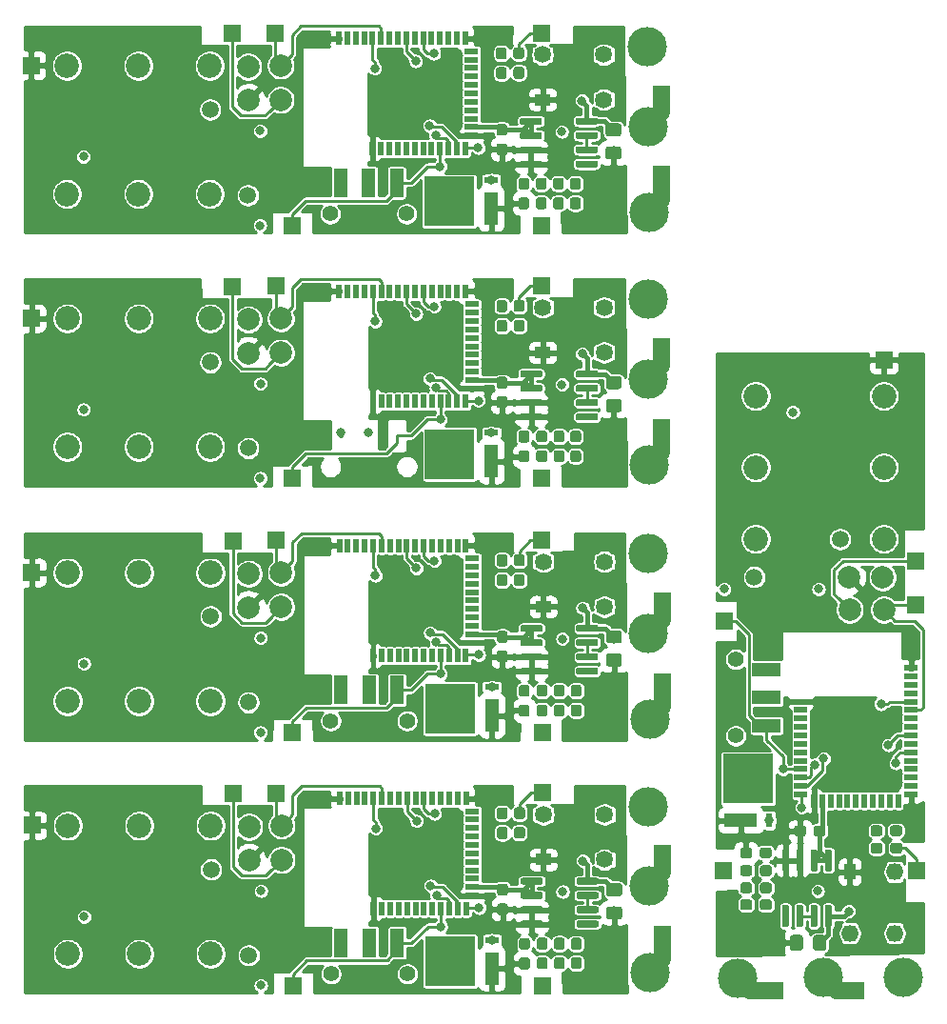
<source format=gbr>
G04 #@! TF.GenerationSoftware,KiCad,Pcbnew,(5.1.4)-1*
G04 #@! TF.CreationDate,2020-04-09T11:04:36+02:00*
G04 #@! TF.ProjectId,output.test_prod_sky,6f757470-7574-42e7-9465-73745f70726f,rev?*
G04 #@! TF.SameCoordinates,Original*
G04 #@! TF.FileFunction,Copper,L1,Top*
G04 #@! TF.FilePolarity,Positive*
%FSLAX46Y46*%
G04 Gerber Fmt 4.6, Leading zero omitted, Abs format (unit mm)*
G04 Created by KiCad (PCBNEW (5.1.4)-1) date 2020-04-09 11:04:36*
%MOMM*%
%LPD*%
G04 APERTURE LIST*
%ADD10C,2.175000*%
%ADD11R,1.524000X1.524000*%
%ADD12R,4.400000X4.400000*%
%ADD13R,0.610000X1.270000*%
%ADD14R,3.000000X1.270000*%
%ADD15C,2.000000*%
%ADD16C,0.100000*%
%ADD17C,0.950000*%
%ADD18C,1.400000*%
%ADD19R,2.500000X1.200000*%
%ADD20R,1.000000X1.450000*%
%ADD21R,1.200000X0.500000*%
%ADD22R,0.500000X1.200000*%
%ADD23C,1.150000*%
%ADD24C,3.500000*%
%ADD25C,0.600000*%
%ADD26R,1.270000X0.610000*%
%ADD27R,1.270000X3.000000*%
%ADD28R,1.450000X1.000000*%
%ADD29R,1.200000X2.500000*%
%ADD30C,0.800000*%
%ADD31C,1.500000*%
%ADD32C,0.400000*%
%ADD33C,0.250000*%
%ADD34C,1.500000*%
%ADD35C,0.254000*%
G04 APERTURE END LIST*
D10*
X185030000Y-91700000D03*
X185030000Y-85350000D03*
X185030000Y-79000000D03*
X196430000Y-91700000D03*
X196430000Y-85350000D03*
X196430000Y-79000000D03*
D11*
X186730000Y-131900000D03*
D12*
X184360000Y-113020000D03*
D13*
X186265000Y-116730000D03*
D14*
X183725000Y-116730000D03*
D11*
X182200000Y-121210000D03*
X199300000Y-97540000D03*
X199280000Y-93700000D03*
X182210000Y-99020000D03*
D15*
X196332000Y-95118000D03*
D11*
X193920000Y-131900000D03*
X196450000Y-75810000D03*
D15*
X193332000Y-95118000D03*
D11*
X199340000Y-121200000D03*
D16*
G36*
X191045779Y-117196144D02*
G01*
X191068834Y-117199563D01*
X191091443Y-117205227D01*
X191113387Y-117213079D01*
X191134457Y-117223044D01*
X191154448Y-117235026D01*
X191173168Y-117248910D01*
X191190438Y-117264562D01*
X191206090Y-117281832D01*
X191219974Y-117300552D01*
X191231956Y-117320543D01*
X191241921Y-117341613D01*
X191249773Y-117363557D01*
X191255437Y-117386166D01*
X191258856Y-117409221D01*
X191260000Y-117432500D01*
X191260000Y-117907500D01*
X191258856Y-117930779D01*
X191255437Y-117953834D01*
X191249773Y-117976443D01*
X191241921Y-117998387D01*
X191231956Y-118019457D01*
X191219974Y-118039448D01*
X191206090Y-118058168D01*
X191190438Y-118075438D01*
X191173168Y-118091090D01*
X191154448Y-118104974D01*
X191134457Y-118116956D01*
X191113387Y-118126921D01*
X191091443Y-118134773D01*
X191068834Y-118140437D01*
X191045779Y-118143856D01*
X191022500Y-118145000D01*
X190447500Y-118145000D01*
X190424221Y-118143856D01*
X190401166Y-118140437D01*
X190378557Y-118134773D01*
X190356613Y-118126921D01*
X190335543Y-118116956D01*
X190315552Y-118104974D01*
X190296832Y-118091090D01*
X190279562Y-118075438D01*
X190263910Y-118058168D01*
X190250026Y-118039448D01*
X190238044Y-118019457D01*
X190228079Y-117998387D01*
X190220227Y-117976443D01*
X190214563Y-117953834D01*
X190211144Y-117930779D01*
X190210000Y-117907500D01*
X190210000Y-117432500D01*
X190211144Y-117409221D01*
X190214563Y-117386166D01*
X190220227Y-117363557D01*
X190228079Y-117341613D01*
X190238044Y-117320543D01*
X190250026Y-117300552D01*
X190263910Y-117281832D01*
X190279562Y-117264562D01*
X190296832Y-117248910D01*
X190315552Y-117235026D01*
X190335543Y-117223044D01*
X190356613Y-117213079D01*
X190378557Y-117205227D01*
X190401166Y-117199563D01*
X190424221Y-117196144D01*
X190447500Y-117195000D01*
X191022500Y-117195000D01*
X191045779Y-117196144D01*
X191045779Y-117196144D01*
G37*
D17*
X190735000Y-117670000D03*
D16*
G36*
X189295779Y-117196144D02*
G01*
X189318834Y-117199563D01*
X189341443Y-117205227D01*
X189363387Y-117213079D01*
X189384457Y-117223044D01*
X189404448Y-117235026D01*
X189423168Y-117248910D01*
X189440438Y-117264562D01*
X189456090Y-117281832D01*
X189469974Y-117300552D01*
X189481956Y-117320543D01*
X189491921Y-117341613D01*
X189499773Y-117363557D01*
X189505437Y-117386166D01*
X189508856Y-117409221D01*
X189510000Y-117432500D01*
X189510000Y-117907500D01*
X189508856Y-117930779D01*
X189505437Y-117953834D01*
X189499773Y-117976443D01*
X189491921Y-117998387D01*
X189481956Y-118019457D01*
X189469974Y-118039448D01*
X189456090Y-118058168D01*
X189440438Y-118075438D01*
X189423168Y-118091090D01*
X189404448Y-118104974D01*
X189384457Y-118116956D01*
X189363387Y-118126921D01*
X189341443Y-118134773D01*
X189318834Y-118140437D01*
X189295779Y-118143856D01*
X189272500Y-118145000D01*
X188697500Y-118145000D01*
X188674221Y-118143856D01*
X188651166Y-118140437D01*
X188628557Y-118134773D01*
X188606613Y-118126921D01*
X188585543Y-118116956D01*
X188565552Y-118104974D01*
X188546832Y-118091090D01*
X188529562Y-118075438D01*
X188513910Y-118058168D01*
X188500026Y-118039448D01*
X188488044Y-118019457D01*
X188478079Y-117998387D01*
X188470227Y-117976443D01*
X188464563Y-117953834D01*
X188461144Y-117930779D01*
X188460000Y-117907500D01*
X188460000Y-117432500D01*
X188461144Y-117409221D01*
X188464563Y-117386166D01*
X188470227Y-117363557D01*
X188478079Y-117341613D01*
X188488044Y-117320543D01*
X188500026Y-117300552D01*
X188513910Y-117281832D01*
X188529562Y-117264562D01*
X188546832Y-117248910D01*
X188565552Y-117235026D01*
X188585543Y-117223044D01*
X188606613Y-117213079D01*
X188628557Y-117205227D01*
X188651166Y-117199563D01*
X188674221Y-117196144D01*
X188697500Y-117195000D01*
X189272500Y-117195000D01*
X189295779Y-117196144D01*
X189295779Y-117196144D01*
G37*
D17*
X188985000Y-117670000D03*
D18*
X183260000Y-109210000D03*
X183260000Y-102410000D03*
D19*
X186010000Y-108310000D03*
X186010000Y-105810000D03*
X186010000Y-103310000D03*
D20*
X193410000Y-126755000D03*
X193410000Y-121305000D03*
X197410000Y-126755000D03*
X197410000Y-121305000D03*
D16*
G36*
X196100779Y-118716144D02*
G01*
X196123834Y-118719563D01*
X196146443Y-118725227D01*
X196168387Y-118733079D01*
X196189457Y-118743044D01*
X196209448Y-118755026D01*
X196228168Y-118768910D01*
X196245438Y-118784562D01*
X196261090Y-118801832D01*
X196274974Y-118820552D01*
X196286956Y-118840543D01*
X196296921Y-118861613D01*
X196304773Y-118883557D01*
X196310437Y-118906166D01*
X196313856Y-118929221D01*
X196315000Y-118952500D01*
X196315000Y-119427500D01*
X196313856Y-119450779D01*
X196310437Y-119473834D01*
X196304773Y-119496443D01*
X196296921Y-119518387D01*
X196286956Y-119539457D01*
X196274974Y-119559448D01*
X196261090Y-119578168D01*
X196245438Y-119595438D01*
X196228168Y-119611090D01*
X196209448Y-119624974D01*
X196189457Y-119636956D01*
X196168387Y-119646921D01*
X196146443Y-119654773D01*
X196123834Y-119660437D01*
X196100779Y-119663856D01*
X196077500Y-119665000D01*
X195502500Y-119665000D01*
X195479221Y-119663856D01*
X195456166Y-119660437D01*
X195433557Y-119654773D01*
X195411613Y-119646921D01*
X195390543Y-119636956D01*
X195370552Y-119624974D01*
X195351832Y-119611090D01*
X195334562Y-119595438D01*
X195318910Y-119578168D01*
X195305026Y-119559448D01*
X195293044Y-119539457D01*
X195283079Y-119518387D01*
X195275227Y-119496443D01*
X195269563Y-119473834D01*
X195266144Y-119450779D01*
X195265000Y-119427500D01*
X195265000Y-118952500D01*
X195266144Y-118929221D01*
X195269563Y-118906166D01*
X195275227Y-118883557D01*
X195283079Y-118861613D01*
X195293044Y-118840543D01*
X195305026Y-118820552D01*
X195318910Y-118801832D01*
X195334562Y-118784562D01*
X195351832Y-118768910D01*
X195370552Y-118755026D01*
X195390543Y-118743044D01*
X195411613Y-118733079D01*
X195433557Y-118725227D01*
X195456166Y-118719563D01*
X195479221Y-118716144D01*
X195502500Y-118715000D01*
X196077500Y-118715000D01*
X196100779Y-118716144D01*
X196100779Y-118716144D01*
G37*
D17*
X195790000Y-119190000D03*
D16*
G36*
X197850779Y-118716144D02*
G01*
X197873834Y-118719563D01*
X197896443Y-118725227D01*
X197918387Y-118733079D01*
X197939457Y-118743044D01*
X197959448Y-118755026D01*
X197978168Y-118768910D01*
X197995438Y-118784562D01*
X198011090Y-118801832D01*
X198024974Y-118820552D01*
X198036956Y-118840543D01*
X198046921Y-118861613D01*
X198054773Y-118883557D01*
X198060437Y-118906166D01*
X198063856Y-118929221D01*
X198065000Y-118952500D01*
X198065000Y-119427500D01*
X198063856Y-119450779D01*
X198060437Y-119473834D01*
X198054773Y-119496443D01*
X198046921Y-119518387D01*
X198036956Y-119539457D01*
X198024974Y-119559448D01*
X198011090Y-119578168D01*
X197995438Y-119595438D01*
X197978168Y-119611090D01*
X197959448Y-119624974D01*
X197939457Y-119636956D01*
X197918387Y-119646921D01*
X197896443Y-119654773D01*
X197873834Y-119660437D01*
X197850779Y-119663856D01*
X197827500Y-119665000D01*
X197252500Y-119665000D01*
X197229221Y-119663856D01*
X197206166Y-119660437D01*
X197183557Y-119654773D01*
X197161613Y-119646921D01*
X197140543Y-119636956D01*
X197120552Y-119624974D01*
X197101832Y-119611090D01*
X197084562Y-119595438D01*
X197068910Y-119578168D01*
X197055026Y-119559448D01*
X197043044Y-119539457D01*
X197033079Y-119518387D01*
X197025227Y-119496443D01*
X197019563Y-119473834D01*
X197016144Y-119450779D01*
X197015000Y-119427500D01*
X197015000Y-118952500D01*
X197016144Y-118929221D01*
X197019563Y-118906166D01*
X197025227Y-118883557D01*
X197033079Y-118861613D01*
X197043044Y-118840543D01*
X197055026Y-118820552D01*
X197068910Y-118801832D01*
X197084562Y-118784562D01*
X197101832Y-118768910D01*
X197120552Y-118755026D01*
X197140543Y-118743044D01*
X197161613Y-118733079D01*
X197183557Y-118725227D01*
X197206166Y-118719563D01*
X197229221Y-118716144D01*
X197252500Y-118715000D01*
X197827500Y-118715000D01*
X197850779Y-118716144D01*
X197850779Y-118716144D01*
G37*
D17*
X197540000Y-119190000D03*
D16*
G36*
X184505779Y-122256144D02*
G01*
X184528834Y-122259563D01*
X184551443Y-122265227D01*
X184573387Y-122273079D01*
X184594457Y-122283044D01*
X184614448Y-122295026D01*
X184633168Y-122308910D01*
X184650438Y-122324562D01*
X184666090Y-122341832D01*
X184679974Y-122360552D01*
X184691956Y-122380543D01*
X184701921Y-122401613D01*
X184709773Y-122423557D01*
X184715437Y-122446166D01*
X184718856Y-122469221D01*
X184720000Y-122492500D01*
X184720000Y-122967500D01*
X184718856Y-122990779D01*
X184715437Y-123013834D01*
X184709773Y-123036443D01*
X184701921Y-123058387D01*
X184691956Y-123079457D01*
X184679974Y-123099448D01*
X184666090Y-123118168D01*
X184650438Y-123135438D01*
X184633168Y-123151090D01*
X184614448Y-123164974D01*
X184594457Y-123176956D01*
X184573387Y-123186921D01*
X184551443Y-123194773D01*
X184528834Y-123200437D01*
X184505779Y-123203856D01*
X184482500Y-123205000D01*
X183907500Y-123205000D01*
X183884221Y-123203856D01*
X183861166Y-123200437D01*
X183838557Y-123194773D01*
X183816613Y-123186921D01*
X183795543Y-123176956D01*
X183775552Y-123164974D01*
X183756832Y-123151090D01*
X183739562Y-123135438D01*
X183723910Y-123118168D01*
X183710026Y-123099448D01*
X183698044Y-123079457D01*
X183688079Y-123058387D01*
X183680227Y-123036443D01*
X183674563Y-123013834D01*
X183671144Y-122990779D01*
X183670000Y-122967500D01*
X183670000Y-122492500D01*
X183671144Y-122469221D01*
X183674563Y-122446166D01*
X183680227Y-122423557D01*
X183688079Y-122401613D01*
X183698044Y-122380543D01*
X183710026Y-122360552D01*
X183723910Y-122341832D01*
X183739562Y-122324562D01*
X183756832Y-122308910D01*
X183775552Y-122295026D01*
X183795543Y-122283044D01*
X183816613Y-122273079D01*
X183838557Y-122265227D01*
X183861166Y-122259563D01*
X183884221Y-122256144D01*
X183907500Y-122255000D01*
X184482500Y-122255000D01*
X184505779Y-122256144D01*
X184505779Y-122256144D01*
G37*
D17*
X184195000Y-122730000D03*
D16*
G36*
X186255779Y-122256144D02*
G01*
X186278834Y-122259563D01*
X186301443Y-122265227D01*
X186323387Y-122273079D01*
X186344457Y-122283044D01*
X186364448Y-122295026D01*
X186383168Y-122308910D01*
X186400438Y-122324562D01*
X186416090Y-122341832D01*
X186429974Y-122360552D01*
X186441956Y-122380543D01*
X186451921Y-122401613D01*
X186459773Y-122423557D01*
X186465437Y-122446166D01*
X186468856Y-122469221D01*
X186470000Y-122492500D01*
X186470000Y-122967500D01*
X186468856Y-122990779D01*
X186465437Y-123013834D01*
X186459773Y-123036443D01*
X186451921Y-123058387D01*
X186441956Y-123079457D01*
X186429974Y-123099448D01*
X186416090Y-123118168D01*
X186400438Y-123135438D01*
X186383168Y-123151090D01*
X186364448Y-123164974D01*
X186344457Y-123176956D01*
X186323387Y-123186921D01*
X186301443Y-123194773D01*
X186278834Y-123200437D01*
X186255779Y-123203856D01*
X186232500Y-123205000D01*
X185657500Y-123205000D01*
X185634221Y-123203856D01*
X185611166Y-123200437D01*
X185588557Y-123194773D01*
X185566613Y-123186921D01*
X185545543Y-123176956D01*
X185525552Y-123164974D01*
X185506832Y-123151090D01*
X185489562Y-123135438D01*
X185473910Y-123118168D01*
X185460026Y-123099448D01*
X185448044Y-123079457D01*
X185438079Y-123058387D01*
X185430227Y-123036443D01*
X185424563Y-123013834D01*
X185421144Y-122990779D01*
X185420000Y-122967500D01*
X185420000Y-122492500D01*
X185421144Y-122469221D01*
X185424563Y-122446166D01*
X185430227Y-122423557D01*
X185438079Y-122401613D01*
X185448044Y-122380543D01*
X185460026Y-122360552D01*
X185473910Y-122341832D01*
X185489562Y-122324562D01*
X185506832Y-122308910D01*
X185525552Y-122295026D01*
X185545543Y-122283044D01*
X185566613Y-122273079D01*
X185588557Y-122265227D01*
X185611166Y-122259563D01*
X185634221Y-122256144D01*
X185657500Y-122255000D01*
X186232500Y-122255000D01*
X186255779Y-122256144D01*
X186255779Y-122256144D01*
G37*
D17*
X185945000Y-122730000D03*
D16*
G36*
X196085779Y-117176144D02*
G01*
X196108834Y-117179563D01*
X196131443Y-117185227D01*
X196153387Y-117193079D01*
X196174457Y-117203044D01*
X196194448Y-117215026D01*
X196213168Y-117228910D01*
X196230438Y-117244562D01*
X196246090Y-117261832D01*
X196259974Y-117280552D01*
X196271956Y-117300543D01*
X196281921Y-117321613D01*
X196289773Y-117343557D01*
X196295437Y-117366166D01*
X196298856Y-117389221D01*
X196300000Y-117412500D01*
X196300000Y-117887500D01*
X196298856Y-117910779D01*
X196295437Y-117933834D01*
X196289773Y-117956443D01*
X196281921Y-117978387D01*
X196271956Y-117999457D01*
X196259974Y-118019448D01*
X196246090Y-118038168D01*
X196230438Y-118055438D01*
X196213168Y-118071090D01*
X196194448Y-118084974D01*
X196174457Y-118096956D01*
X196153387Y-118106921D01*
X196131443Y-118114773D01*
X196108834Y-118120437D01*
X196085779Y-118123856D01*
X196062500Y-118125000D01*
X195487500Y-118125000D01*
X195464221Y-118123856D01*
X195441166Y-118120437D01*
X195418557Y-118114773D01*
X195396613Y-118106921D01*
X195375543Y-118096956D01*
X195355552Y-118084974D01*
X195336832Y-118071090D01*
X195319562Y-118055438D01*
X195303910Y-118038168D01*
X195290026Y-118019448D01*
X195278044Y-117999457D01*
X195268079Y-117978387D01*
X195260227Y-117956443D01*
X195254563Y-117933834D01*
X195251144Y-117910779D01*
X195250000Y-117887500D01*
X195250000Y-117412500D01*
X195251144Y-117389221D01*
X195254563Y-117366166D01*
X195260227Y-117343557D01*
X195268079Y-117321613D01*
X195278044Y-117300543D01*
X195290026Y-117280552D01*
X195303910Y-117261832D01*
X195319562Y-117244562D01*
X195336832Y-117228910D01*
X195355552Y-117215026D01*
X195375543Y-117203044D01*
X195396613Y-117193079D01*
X195418557Y-117185227D01*
X195441166Y-117179563D01*
X195464221Y-117176144D01*
X195487500Y-117175000D01*
X196062500Y-117175000D01*
X196085779Y-117176144D01*
X196085779Y-117176144D01*
G37*
D17*
X195775000Y-117650000D03*
D16*
G36*
X197835779Y-117176144D02*
G01*
X197858834Y-117179563D01*
X197881443Y-117185227D01*
X197903387Y-117193079D01*
X197924457Y-117203044D01*
X197944448Y-117215026D01*
X197963168Y-117228910D01*
X197980438Y-117244562D01*
X197996090Y-117261832D01*
X198009974Y-117280552D01*
X198021956Y-117300543D01*
X198031921Y-117321613D01*
X198039773Y-117343557D01*
X198045437Y-117366166D01*
X198048856Y-117389221D01*
X198050000Y-117412500D01*
X198050000Y-117887500D01*
X198048856Y-117910779D01*
X198045437Y-117933834D01*
X198039773Y-117956443D01*
X198031921Y-117978387D01*
X198021956Y-117999457D01*
X198009974Y-118019448D01*
X197996090Y-118038168D01*
X197980438Y-118055438D01*
X197963168Y-118071090D01*
X197944448Y-118084974D01*
X197924457Y-118096956D01*
X197903387Y-118106921D01*
X197881443Y-118114773D01*
X197858834Y-118120437D01*
X197835779Y-118123856D01*
X197812500Y-118125000D01*
X197237500Y-118125000D01*
X197214221Y-118123856D01*
X197191166Y-118120437D01*
X197168557Y-118114773D01*
X197146613Y-118106921D01*
X197125543Y-118096956D01*
X197105552Y-118084974D01*
X197086832Y-118071090D01*
X197069562Y-118055438D01*
X197053910Y-118038168D01*
X197040026Y-118019448D01*
X197028044Y-117999457D01*
X197018079Y-117978387D01*
X197010227Y-117956443D01*
X197004563Y-117933834D01*
X197001144Y-117910779D01*
X197000000Y-117887500D01*
X197000000Y-117412500D01*
X197001144Y-117389221D01*
X197004563Y-117366166D01*
X197010227Y-117343557D01*
X197018079Y-117321613D01*
X197028044Y-117300543D01*
X197040026Y-117280552D01*
X197053910Y-117261832D01*
X197069562Y-117244562D01*
X197086832Y-117228910D01*
X197105552Y-117215026D01*
X197125543Y-117203044D01*
X197146613Y-117193079D01*
X197168557Y-117185227D01*
X197191166Y-117179563D01*
X197214221Y-117176144D01*
X197237500Y-117175000D01*
X197812500Y-117175000D01*
X197835779Y-117176144D01*
X197835779Y-117176144D01*
G37*
D17*
X197525000Y-117650000D03*
D16*
G36*
X184505779Y-120726144D02*
G01*
X184528834Y-120729563D01*
X184551443Y-120735227D01*
X184573387Y-120743079D01*
X184594457Y-120753044D01*
X184614448Y-120765026D01*
X184633168Y-120778910D01*
X184650438Y-120794562D01*
X184666090Y-120811832D01*
X184679974Y-120830552D01*
X184691956Y-120850543D01*
X184701921Y-120871613D01*
X184709773Y-120893557D01*
X184715437Y-120916166D01*
X184718856Y-120939221D01*
X184720000Y-120962500D01*
X184720000Y-121437500D01*
X184718856Y-121460779D01*
X184715437Y-121483834D01*
X184709773Y-121506443D01*
X184701921Y-121528387D01*
X184691956Y-121549457D01*
X184679974Y-121569448D01*
X184666090Y-121588168D01*
X184650438Y-121605438D01*
X184633168Y-121621090D01*
X184614448Y-121634974D01*
X184594457Y-121646956D01*
X184573387Y-121656921D01*
X184551443Y-121664773D01*
X184528834Y-121670437D01*
X184505779Y-121673856D01*
X184482500Y-121675000D01*
X183907500Y-121675000D01*
X183884221Y-121673856D01*
X183861166Y-121670437D01*
X183838557Y-121664773D01*
X183816613Y-121656921D01*
X183795543Y-121646956D01*
X183775552Y-121634974D01*
X183756832Y-121621090D01*
X183739562Y-121605438D01*
X183723910Y-121588168D01*
X183710026Y-121569448D01*
X183698044Y-121549457D01*
X183688079Y-121528387D01*
X183680227Y-121506443D01*
X183674563Y-121483834D01*
X183671144Y-121460779D01*
X183670000Y-121437500D01*
X183670000Y-120962500D01*
X183671144Y-120939221D01*
X183674563Y-120916166D01*
X183680227Y-120893557D01*
X183688079Y-120871613D01*
X183698044Y-120850543D01*
X183710026Y-120830552D01*
X183723910Y-120811832D01*
X183739562Y-120794562D01*
X183756832Y-120778910D01*
X183775552Y-120765026D01*
X183795543Y-120753044D01*
X183816613Y-120743079D01*
X183838557Y-120735227D01*
X183861166Y-120729563D01*
X183884221Y-120726144D01*
X183907500Y-120725000D01*
X184482500Y-120725000D01*
X184505779Y-120726144D01*
X184505779Y-120726144D01*
G37*
D17*
X184195000Y-121200000D03*
D16*
G36*
X186255779Y-120726144D02*
G01*
X186278834Y-120729563D01*
X186301443Y-120735227D01*
X186323387Y-120743079D01*
X186344457Y-120753044D01*
X186364448Y-120765026D01*
X186383168Y-120778910D01*
X186400438Y-120794562D01*
X186416090Y-120811832D01*
X186429974Y-120830552D01*
X186441956Y-120850543D01*
X186451921Y-120871613D01*
X186459773Y-120893557D01*
X186465437Y-120916166D01*
X186468856Y-120939221D01*
X186470000Y-120962500D01*
X186470000Y-121437500D01*
X186468856Y-121460779D01*
X186465437Y-121483834D01*
X186459773Y-121506443D01*
X186451921Y-121528387D01*
X186441956Y-121549457D01*
X186429974Y-121569448D01*
X186416090Y-121588168D01*
X186400438Y-121605438D01*
X186383168Y-121621090D01*
X186364448Y-121634974D01*
X186344457Y-121646956D01*
X186323387Y-121656921D01*
X186301443Y-121664773D01*
X186278834Y-121670437D01*
X186255779Y-121673856D01*
X186232500Y-121675000D01*
X185657500Y-121675000D01*
X185634221Y-121673856D01*
X185611166Y-121670437D01*
X185588557Y-121664773D01*
X185566613Y-121656921D01*
X185545543Y-121646956D01*
X185525552Y-121634974D01*
X185506832Y-121621090D01*
X185489562Y-121605438D01*
X185473910Y-121588168D01*
X185460026Y-121569448D01*
X185448044Y-121549457D01*
X185438079Y-121528387D01*
X185430227Y-121506443D01*
X185424563Y-121483834D01*
X185421144Y-121460779D01*
X185420000Y-121437500D01*
X185420000Y-120962500D01*
X185421144Y-120939221D01*
X185424563Y-120916166D01*
X185430227Y-120893557D01*
X185438079Y-120871613D01*
X185448044Y-120850543D01*
X185460026Y-120830552D01*
X185473910Y-120811832D01*
X185489562Y-120794562D01*
X185506832Y-120778910D01*
X185525552Y-120765026D01*
X185545543Y-120753044D01*
X185566613Y-120743079D01*
X185588557Y-120735227D01*
X185611166Y-120729563D01*
X185634221Y-120726144D01*
X185657500Y-120725000D01*
X186232500Y-120725000D01*
X186255779Y-120726144D01*
X186255779Y-120726144D01*
G37*
D17*
X185945000Y-121200000D03*
D21*
X189060000Y-106180000D03*
X189060000Y-106930000D03*
X189060000Y-107680000D03*
X189060000Y-108430000D03*
X189060000Y-109180000D03*
X189060000Y-109930000D03*
X189060000Y-110680000D03*
X189060000Y-111430000D03*
X189060000Y-112180000D03*
X189060000Y-112930000D03*
X189060000Y-113680000D03*
X189060000Y-114430000D03*
D22*
X190210000Y-114980000D03*
X190960000Y-114980000D03*
X191710000Y-114980000D03*
X192460000Y-114980000D03*
X193210000Y-114980000D03*
X193960000Y-114980000D03*
X194710000Y-114980000D03*
X195460000Y-114980000D03*
X196210000Y-114980000D03*
X196960000Y-114980000D03*
X197710000Y-114980000D03*
D21*
X198860000Y-114430000D03*
X198860000Y-113680000D03*
X198860000Y-112930000D03*
X198860000Y-112180000D03*
X198860000Y-111430000D03*
X198860000Y-110680000D03*
X198860000Y-109930000D03*
X198860000Y-109180000D03*
X198860000Y-108430000D03*
X198860000Y-107680000D03*
X198860000Y-106930000D03*
X198860000Y-106180000D03*
X198860000Y-105430000D03*
X198860000Y-104680000D03*
X198860000Y-103930000D03*
X198860000Y-103180000D03*
D15*
X193390000Y-98000000D03*
X196440000Y-98000000D03*
D16*
G36*
X184500779Y-123756144D02*
G01*
X184523834Y-123759563D01*
X184546443Y-123765227D01*
X184568387Y-123773079D01*
X184589457Y-123783044D01*
X184609448Y-123795026D01*
X184628168Y-123808910D01*
X184645438Y-123824562D01*
X184661090Y-123841832D01*
X184674974Y-123860552D01*
X184686956Y-123880543D01*
X184696921Y-123901613D01*
X184704773Y-123923557D01*
X184710437Y-123946166D01*
X184713856Y-123969221D01*
X184715000Y-123992500D01*
X184715000Y-124467500D01*
X184713856Y-124490779D01*
X184710437Y-124513834D01*
X184704773Y-124536443D01*
X184696921Y-124558387D01*
X184686956Y-124579457D01*
X184674974Y-124599448D01*
X184661090Y-124618168D01*
X184645438Y-124635438D01*
X184628168Y-124651090D01*
X184609448Y-124664974D01*
X184589457Y-124676956D01*
X184568387Y-124686921D01*
X184546443Y-124694773D01*
X184523834Y-124700437D01*
X184500779Y-124703856D01*
X184477500Y-124705000D01*
X183902500Y-124705000D01*
X183879221Y-124703856D01*
X183856166Y-124700437D01*
X183833557Y-124694773D01*
X183811613Y-124686921D01*
X183790543Y-124676956D01*
X183770552Y-124664974D01*
X183751832Y-124651090D01*
X183734562Y-124635438D01*
X183718910Y-124618168D01*
X183705026Y-124599448D01*
X183693044Y-124579457D01*
X183683079Y-124558387D01*
X183675227Y-124536443D01*
X183669563Y-124513834D01*
X183666144Y-124490779D01*
X183665000Y-124467500D01*
X183665000Y-123992500D01*
X183666144Y-123969221D01*
X183669563Y-123946166D01*
X183675227Y-123923557D01*
X183683079Y-123901613D01*
X183693044Y-123880543D01*
X183705026Y-123860552D01*
X183718910Y-123841832D01*
X183734562Y-123824562D01*
X183751832Y-123808910D01*
X183770552Y-123795026D01*
X183790543Y-123783044D01*
X183811613Y-123773079D01*
X183833557Y-123765227D01*
X183856166Y-123759563D01*
X183879221Y-123756144D01*
X183902500Y-123755000D01*
X184477500Y-123755000D01*
X184500779Y-123756144D01*
X184500779Y-123756144D01*
G37*
D17*
X184190000Y-124230000D03*
D16*
G36*
X186250779Y-123756144D02*
G01*
X186273834Y-123759563D01*
X186296443Y-123765227D01*
X186318387Y-123773079D01*
X186339457Y-123783044D01*
X186359448Y-123795026D01*
X186378168Y-123808910D01*
X186395438Y-123824562D01*
X186411090Y-123841832D01*
X186424974Y-123860552D01*
X186436956Y-123880543D01*
X186446921Y-123901613D01*
X186454773Y-123923557D01*
X186460437Y-123946166D01*
X186463856Y-123969221D01*
X186465000Y-123992500D01*
X186465000Y-124467500D01*
X186463856Y-124490779D01*
X186460437Y-124513834D01*
X186454773Y-124536443D01*
X186446921Y-124558387D01*
X186436956Y-124579457D01*
X186424974Y-124599448D01*
X186411090Y-124618168D01*
X186395438Y-124635438D01*
X186378168Y-124651090D01*
X186359448Y-124664974D01*
X186339457Y-124676956D01*
X186318387Y-124686921D01*
X186296443Y-124694773D01*
X186273834Y-124700437D01*
X186250779Y-124703856D01*
X186227500Y-124705000D01*
X185652500Y-124705000D01*
X185629221Y-124703856D01*
X185606166Y-124700437D01*
X185583557Y-124694773D01*
X185561613Y-124686921D01*
X185540543Y-124676956D01*
X185520552Y-124664974D01*
X185501832Y-124651090D01*
X185484562Y-124635438D01*
X185468910Y-124618168D01*
X185455026Y-124599448D01*
X185443044Y-124579457D01*
X185433079Y-124558387D01*
X185425227Y-124536443D01*
X185419563Y-124513834D01*
X185416144Y-124490779D01*
X185415000Y-124467500D01*
X185415000Y-123992500D01*
X185416144Y-123969221D01*
X185419563Y-123946166D01*
X185425227Y-123923557D01*
X185433079Y-123901613D01*
X185443044Y-123880543D01*
X185455026Y-123860552D01*
X185468910Y-123841832D01*
X185484562Y-123824562D01*
X185501832Y-123808910D01*
X185520552Y-123795026D01*
X185540543Y-123783044D01*
X185561613Y-123773079D01*
X185583557Y-123765227D01*
X185606166Y-123759563D01*
X185629221Y-123756144D01*
X185652500Y-123755000D01*
X186227500Y-123755000D01*
X186250779Y-123756144D01*
X186250779Y-123756144D01*
G37*
D17*
X185940000Y-124230000D03*
D16*
G36*
X189024505Y-126911204D02*
G01*
X189048773Y-126914804D01*
X189072572Y-126920765D01*
X189095671Y-126929030D01*
X189117850Y-126939520D01*
X189138893Y-126952132D01*
X189158599Y-126966747D01*
X189176777Y-126983223D01*
X189193253Y-127001401D01*
X189207868Y-127021107D01*
X189220480Y-127042150D01*
X189230970Y-127064329D01*
X189239235Y-127087428D01*
X189245196Y-127111227D01*
X189248796Y-127135495D01*
X189250000Y-127159999D01*
X189250000Y-128060001D01*
X189248796Y-128084505D01*
X189245196Y-128108773D01*
X189239235Y-128132572D01*
X189230970Y-128155671D01*
X189220480Y-128177850D01*
X189207868Y-128198893D01*
X189193253Y-128218599D01*
X189176777Y-128236777D01*
X189158599Y-128253253D01*
X189138893Y-128267868D01*
X189117850Y-128280480D01*
X189095671Y-128290970D01*
X189072572Y-128299235D01*
X189048773Y-128305196D01*
X189024505Y-128308796D01*
X189000001Y-128310000D01*
X188349999Y-128310000D01*
X188325495Y-128308796D01*
X188301227Y-128305196D01*
X188277428Y-128299235D01*
X188254329Y-128290970D01*
X188232150Y-128280480D01*
X188211107Y-128267868D01*
X188191401Y-128253253D01*
X188173223Y-128236777D01*
X188156747Y-128218599D01*
X188142132Y-128198893D01*
X188129520Y-128177850D01*
X188119030Y-128155671D01*
X188110765Y-128132572D01*
X188104804Y-128108773D01*
X188101204Y-128084505D01*
X188100000Y-128060001D01*
X188100000Y-127159999D01*
X188101204Y-127135495D01*
X188104804Y-127111227D01*
X188110765Y-127087428D01*
X188119030Y-127064329D01*
X188129520Y-127042150D01*
X188142132Y-127021107D01*
X188156747Y-127001401D01*
X188173223Y-126983223D01*
X188191401Y-126966747D01*
X188211107Y-126952132D01*
X188232150Y-126939520D01*
X188254329Y-126929030D01*
X188277428Y-126920765D01*
X188301227Y-126914804D01*
X188325495Y-126911204D01*
X188349999Y-126910000D01*
X189000001Y-126910000D01*
X189024505Y-126911204D01*
X189024505Y-126911204D01*
G37*
D23*
X188675000Y-127610000D03*
D16*
G36*
X191074505Y-126911204D02*
G01*
X191098773Y-126914804D01*
X191122572Y-126920765D01*
X191145671Y-126929030D01*
X191167850Y-126939520D01*
X191188893Y-126952132D01*
X191208599Y-126966747D01*
X191226777Y-126983223D01*
X191243253Y-127001401D01*
X191257868Y-127021107D01*
X191270480Y-127042150D01*
X191280970Y-127064329D01*
X191289235Y-127087428D01*
X191295196Y-127111227D01*
X191298796Y-127135495D01*
X191300000Y-127159999D01*
X191300000Y-128060001D01*
X191298796Y-128084505D01*
X191295196Y-128108773D01*
X191289235Y-128132572D01*
X191280970Y-128155671D01*
X191270480Y-128177850D01*
X191257868Y-128198893D01*
X191243253Y-128218599D01*
X191226777Y-128236777D01*
X191208599Y-128253253D01*
X191188893Y-128267868D01*
X191167850Y-128280480D01*
X191145671Y-128290970D01*
X191122572Y-128299235D01*
X191098773Y-128305196D01*
X191074505Y-128308796D01*
X191050001Y-128310000D01*
X190399999Y-128310000D01*
X190375495Y-128308796D01*
X190351227Y-128305196D01*
X190327428Y-128299235D01*
X190304329Y-128290970D01*
X190282150Y-128280480D01*
X190261107Y-128267868D01*
X190241401Y-128253253D01*
X190223223Y-128236777D01*
X190206747Y-128218599D01*
X190192132Y-128198893D01*
X190179520Y-128177850D01*
X190169030Y-128155671D01*
X190160765Y-128132572D01*
X190154804Y-128108773D01*
X190151204Y-128084505D01*
X190150000Y-128060001D01*
X190150000Y-127159999D01*
X190151204Y-127135495D01*
X190154804Y-127111227D01*
X190160765Y-127087428D01*
X190169030Y-127064329D01*
X190179520Y-127042150D01*
X190192132Y-127021107D01*
X190206747Y-127001401D01*
X190223223Y-126983223D01*
X190241401Y-126966747D01*
X190261107Y-126952132D01*
X190282150Y-126939520D01*
X190304329Y-126929030D01*
X190327428Y-126920765D01*
X190351227Y-126914804D01*
X190375495Y-126911204D01*
X190399999Y-126910000D01*
X191050001Y-126910000D01*
X191074505Y-126911204D01*
X191074505Y-126911204D01*
G37*
D23*
X190725000Y-127610000D03*
D24*
X183400000Y-130780000D03*
X191030000Y-130690000D03*
X198130000Y-130650000D03*
D16*
G36*
X186240779Y-119146144D02*
G01*
X186263834Y-119149563D01*
X186286443Y-119155227D01*
X186308387Y-119163079D01*
X186329457Y-119173044D01*
X186349448Y-119185026D01*
X186368168Y-119198910D01*
X186385438Y-119214562D01*
X186401090Y-119231832D01*
X186414974Y-119250552D01*
X186426956Y-119270543D01*
X186436921Y-119291613D01*
X186444773Y-119313557D01*
X186450437Y-119336166D01*
X186453856Y-119359221D01*
X186455000Y-119382500D01*
X186455000Y-119857500D01*
X186453856Y-119880779D01*
X186450437Y-119903834D01*
X186444773Y-119926443D01*
X186436921Y-119948387D01*
X186426956Y-119969457D01*
X186414974Y-119989448D01*
X186401090Y-120008168D01*
X186385438Y-120025438D01*
X186368168Y-120041090D01*
X186349448Y-120054974D01*
X186329457Y-120066956D01*
X186308387Y-120076921D01*
X186286443Y-120084773D01*
X186263834Y-120090437D01*
X186240779Y-120093856D01*
X186217500Y-120095000D01*
X185642500Y-120095000D01*
X185619221Y-120093856D01*
X185596166Y-120090437D01*
X185573557Y-120084773D01*
X185551613Y-120076921D01*
X185530543Y-120066956D01*
X185510552Y-120054974D01*
X185491832Y-120041090D01*
X185474562Y-120025438D01*
X185458910Y-120008168D01*
X185445026Y-119989448D01*
X185433044Y-119969457D01*
X185423079Y-119948387D01*
X185415227Y-119926443D01*
X185409563Y-119903834D01*
X185406144Y-119880779D01*
X185405000Y-119857500D01*
X185405000Y-119382500D01*
X185406144Y-119359221D01*
X185409563Y-119336166D01*
X185415227Y-119313557D01*
X185423079Y-119291613D01*
X185433044Y-119270543D01*
X185445026Y-119250552D01*
X185458910Y-119231832D01*
X185474562Y-119214562D01*
X185491832Y-119198910D01*
X185510552Y-119185026D01*
X185530543Y-119173044D01*
X185551613Y-119163079D01*
X185573557Y-119155227D01*
X185596166Y-119149563D01*
X185619221Y-119146144D01*
X185642500Y-119145000D01*
X186217500Y-119145000D01*
X186240779Y-119146144D01*
X186240779Y-119146144D01*
G37*
D17*
X185930000Y-119620000D03*
D16*
G36*
X184490779Y-119146144D02*
G01*
X184513834Y-119149563D01*
X184536443Y-119155227D01*
X184558387Y-119163079D01*
X184579457Y-119173044D01*
X184599448Y-119185026D01*
X184618168Y-119198910D01*
X184635438Y-119214562D01*
X184651090Y-119231832D01*
X184664974Y-119250552D01*
X184676956Y-119270543D01*
X184686921Y-119291613D01*
X184694773Y-119313557D01*
X184700437Y-119336166D01*
X184703856Y-119359221D01*
X184705000Y-119382500D01*
X184705000Y-119857500D01*
X184703856Y-119880779D01*
X184700437Y-119903834D01*
X184694773Y-119926443D01*
X184686921Y-119948387D01*
X184676956Y-119969457D01*
X184664974Y-119989448D01*
X184651090Y-120008168D01*
X184635438Y-120025438D01*
X184618168Y-120041090D01*
X184599448Y-120054974D01*
X184579457Y-120066956D01*
X184558387Y-120076921D01*
X184536443Y-120084773D01*
X184513834Y-120090437D01*
X184490779Y-120093856D01*
X184467500Y-120095000D01*
X183892500Y-120095000D01*
X183869221Y-120093856D01*
X183846166Y-120090437D01*
X183823557Y-120084773D01*
X183801613Y-120076921D01*
X183780543Y-120066956D01*
X183760552Y-120054974D01*
X183741832Y-120041090D01*
X183724562Y-120025438D01*
X183708910Y-120008168D01*
X183695026Y-119989448D01*
X183683044Y-119969457D01*
X183673079Y-119948387D01*
X183665227Y-119926443D01*
X183659563Y-119903834D01*
X183656144Y-119880779D01*
X183655000Y-119857500D01*
X183655000Y-119382500D01*
X183656144Y-119359221D01*
X183659563Y-119336166D01*
X183665227Y-119313557D01*
X183673079Y-119291613D01*
X183683044Y-119270543D01*
X183695026Y-119250552D01*
X183708910Y-119231832D01*
X183724562Y-119214562D01*
X183741832Y-119198910D01*
X183760552Y-119185026D01*
X183780543Y-119173044D01*
X183801613Y-119163079D01*
X183823557Y-119155227D01*
X183846166Y-119149563D01*
X183869221Y-119146144D01*
X183892500Y-119145000D01*
X184467500Y-119145000D01*
X184490779Y-119146144D01*
X184490779Y-119146144D01*
G37*
D17*
X184180000Y-119620000D03*
D16*
G36*
X191659703Y-119300722D02*
G01*
X191674264Y-119302882D01*
X191688543Y-119306459D01*
X191702403Y-119311418D01*
X191715710Y-119317712D01*
X191728336Y-119325280D01*
X191740159Y-119334048D01*
X191751066Y-119343934D01*
X191760952Y-119354841D01*
X191769720Y-119366664D01*
X191777288Y-119379290D01*
X191783582Y-119392597D01*
X191788541Y-119406457D01*
X191792118Y-119420736D01*
X191794278Y-119435297D01*
X191795000Y-119450000D01*
X191795000Y-121100000D01*
X191794278Y-121114703D01*
X191792118Y-121129264D01*
X191788541Y-121143543D01*
X191783582Y-121157403D01*
X191777288Y-121170710D01*
X191769720Y-121183336D01*
X191760952Y-121195159D01*
X191751066Y-121206066D01*
X191740159Y-121215952D01*
X191728336Y-121224720D01*
X191715710Y-121232288D01*
X191702403Y-121238582D01*
X191688543Y-121243541D01*
X191674264Y-121247118D01*
X191659703Y-121249278D01*
X191645000Y-121250000D01*
X191345000Y-121250000D01*
X191330297Y-121249278D01*
X191315736Y-121247118D01*
X191301457Y-121243541D01*
X191287597Y-121238582D01*
X191274290Y-121232288D01*
X191261664Y-121224720D01*
X191249841Y-121215952D01*
X191238934Y-121206066D01*
X191229048Y-121195159D01*
X191220280Y-121183336D01*
X191212712Y-121170710D01*
X191206418Y-121157403D01*
X191201459Y-121143543D01*
X191197882Y-121129264D01*
X191195722Y-121114703D01*
X191195000Y-121100000D01*
X191195000Y-119450000D01*
X191195722Y-119435297D01*
X191197882Y-119420736D01*
X191201459Y-119406457D01*
X191206418Y-119392597D01*
X191212712Y-119379290D01*
X191220280Y-119366664D01*
X191229048Y-119354841D01*
X191238934Y-119343934D01*
X191249841Y-119334048D01*
X191261664Y-119325280D01*
X191274290Y-119317712D01*
X191287597Y-119311418D01*
X191301457Y-119306459D01*
X191315736Y-119302882D01*
X191330297Y-119300722D01*
X191345000Y-119300000D01*
X191645000Y-119300000D01*
X191659703Y-119300722D01*
X191659703Y-119300722D01*
G37*
D25*
X191495000Y-120275000D03*
D16*
G36*
X190389703Y-119300722D02*
G01*
X190404264Y-119302882D01*
X190418543Y-119306459D01*
X190432403Y-119311418D01*
X190445710Y-119317712D01*
X190458336Y-119325280D01*
X190470159Y-119334048D01*
X190481066Y-119343934D01*
X190490952Y-119354841D01*
X190499720Y-119366664D01*
X190507288Y-119379290D01*
X190513582Y-119392597D01*
X190518541Y-119406457D01*
X190522118Y-119420736D01*
X190524278Y-119435297D01*
X190525000Y-119450000D01*
X190525000Y-121100000D01*
X190524278Y-121114703D01*
X190522118Y-121129264D01*
X190518541Y-121143543D01*
X190513582Y-121157403D01*
X190507288Y-121170710D01*
X190499720Y-121183336D01*
X190490952Y-121195159D01*
X190481066Y-121206066D01*
X190470159Y-121215952D01*
X190458336Y-121224720D01*
X190445710Y-121232288D01*
X190432403Y-121238582D01*
X190418543Y-121243541D01*
X190404264Y-121247118D01*
X190389703Y-121249278D01*
X190375000Y-121250000D01*
X190075000Y-121250000D01*
X190060297Y-121249278D01*
X190045736Y-121247118D01*
X190031457Y-121243541D01*
X190017597Y-121238582D01*
X190004290Y-121232288D01*
X189991664Y-121224720D01*
X189979841Y-121215952D01*
X189968934Y-121206066D01*
X189959048Y-121195159D01*
X189950280Y-121183336D01*
X189942712Y-121170710D01*
X189936418Y-121157403D01*
X189931459Y-121143543D01*
X189927882Y-121129264D01*
X189925722Y-121114703D01*
X189925000Y-121100000D01*
X189925000Y-119450000D01*
X189925722Y-119435297D01*
X189927882Y-119420736D01*
X189931459Y-119406457D01*
X189936418Y-119392597D01*
X189942712Y-119379290D01*
X189950280Y-119366664D01*
X189959048Y-119354841D01*
X189968934Y-119343934D01*
X189979841Y-119334048D01*
X189991664Y-119325280D01*
X190004290Y-119317712D01*
X190017597Y-119311418D01*
X190031457Y-119306459D01*
X190045736Y-119302882D01*
X190060297Y-119300722D01*
X190075000Y-119300000D01*
X190375000Y-119300000D01*
X190389703Y-119300722D01*
X190389703Y-119300722D01*
G37*
D25*
X190225000Y-120275000D03*
D16*
G36*
X189119703Y-119300722D02*
G01*
X189134264Y-119302882D01*
X189148543Y-119306459D01*
X189162403Y-119311418D01*
X189175710Y-119317712D01*
X189188336Y-119325280D01*
X189200159Y-119334048D01*
X189211066Y-119343934D01*
X189220952Y-119354841D01*
X189229720Y-119366664D01*
X189237288Y-119379290D01*
X189243582Y-119392597D01*
X189248541Y-119406457D01*
X189252118Y-119420736D01*
X189254278Y-119435297D01*
X189255000Y-119450000D01*
X189255000Y-121100000D01*
X189254278Y-121114703D01*
X189252118Y-121129264D01*
X189248541Y-121143543D01*
X189243582Y-121157403D01*
X189237288Y-121170710D01*
X189229720Y-121183336D01*
X189220952Y-121195159D01*
X189211066Y-121206066D01*
X189200159Y-121215952D01*
X189188336Y-121224720D01*
X189175710Y-121232288D01*
X189162403Y-121238582D01*
X189148543Y-121243541D01*
X189134264Y-121247118D01*
X189119703Y-121249278D01*
X189105000Y-121250000D01*
X188805000Y-121250000D01*
X188790297Y-121249278D01*
X188775736Y-121247118D01*
X188761457Y-121243541D01*
X188747597Y-121238582D01*
X188734290Y-121232288D01*
X188721664Y-121224720D01*
X188709841Y-121215952D01*
X188698934Y-121206066D01*
X188689048Y-121195159D01*
X188680280Y-121183336D01*
X188672712Y-121170710D01*
X188666418Y-121157403D01*
X188661459Y-121143543D01*
X188657882Y-121129264D01*
X188655722Y-121114703D01*
X188655000Y-121100000D01*
X188655000Y-119450000D01*
X188655722Y-119435297D01*
X188657882Y-119420736D01*
X188661459Y-119406457D01*
X188666418Y-119392597D01*
X188672712Y-119379290D01*
X188680280Y-119366664D01*
X188689048Y-119354841D01*
X188698934Y-119343934D01*
X188709841Y-119334048D01*
X188721664Y-119325280D01*
X188734290Y-119317712D01*
X188747597Y-119311418D01*
X188761457Y-119306459D01*
X188775736Y-119302882D01*
X188790297Y-119300722D01*
X188805000Y-119300000D01*
X189105000Y-119300000D01*
X189119703Y-119300722D01*
X189119703Y-119300722D01*
G37*
D25*
X188955000Y-120275000D03*
D16*
G36*
X187849703Y-119300722D02*
G01*
X187864264Y-119302882D01*
X187878543Y-119306459D01*
X187892403Y-119311418D01*
X187905710Y-119317712D01*
X187918336Y-119325280D01*
X187930159Y-119334048D01*
X187941066Y-119343934D01*
X187950952Y-119354841D01*
X187959720Y-119366664D01*
X187967288Y-119379290D01*
X187973582Y-119392597D01*
X187978541Y-119406457D01*
X187982118Y-119420736D01*
X187984278Y-119435297D01*
X187985000Y-119450000D01*
X187985000Y-121100000D01*
X187984278Y-121114703D01*
X187982118Y-121129264D01*
X187978541Y-121143543D01*
X187973582Y-121157403D01*
X187967288Y-121170710D01*
X187959720Y-121183336D01*
X187950952Y-121195159D01*
X187941066Y-121206066D01*
X187930159Y-121215952D01*
X187918336Y-121224720D01*
X187905710Y-121232288D01*
X187892403Y-121238582D01*
X187878543Y-121243541D01*
X187864264Y-121247118D01*
X187849703Y-121249278D01*
X187835000Y-121250000D01*
X187535000Y-121250000D01*
X187520297Y-121249278D01*
X187505736Y-121247118D01*
X187491457Y-121243541D01*
X187477597Y-121238582D01*
X187464290Y-121232288D01*
X187451664Y-121224720D01*
X187439841Y-121215952D01*
X187428934Y-121206066D01*
X187419048Y-121195159D01*
X187410280Y-121183336D01*
X187402712Y-121170710D01*
X187396418Y-121157403D01*
X187391459Y-121143543D01*
X187387882Y-121129264D01*
X187385722Y-121114703D01*
X187385000Y-121100000D01*
X187385000Y-119450000D01*
X187385722Y-119435297D01*
X187387882Y-119420736D01*
X187391459Y-119406457D01*
X187396418Y-119392597D01*
X187402712Y-119379290D01*
X187410280Y-119366664D01*
X187419048Y-119354841D01*
X187428934Y-119343934D01*
X187439841Y-119334048D01*
X187451664Y-119325280D01*
X187464290Y-119317712D01*
X187477597Y-119311418D01*
X187491457Y-119306459D01*
X187505736Y-119302882D01*
X187520297Y-119300722D01*
X187535000Y-119300000D01*
X187835000Y-119300000D01*
X187849703Y-119300722D01*
X187849703Y-119300722D01*
G37*
D25*
X187685000Y-120275000D03*
D16*
G36*
X187849703Y-124250722D02*
G01*
X187864264Y-124252882D01*
X187878543Y-124256459D01*
X187892403Y-124261418D01*
X187905710Y-124267712D01*
X187918336Y-124275280D01*
X187930159Y-124284048D01*
X187941066Y-124293934D01*
X187950952Y-124304841D01*
X187959720Y-124316664D01*
X187967288Y-124329290D01*
X187973582Y-124342597D01*
X187978541Y-124356457D01*
X187982118Y-124370736D01*
X187984278Y-124385297D01*
X187985000Y-124400000D01*
X187985000Y-126050000D01*
X187984278Y-126064703D01*
X187982118Y-126079264D01*
X187978541Y-126093543D01*
X187973582Y-126107403D01*
X187967288Y-126120710D01*
X187959720Y-126133336D01*
X187950952Y-126145159D01*
X187941066Y-126156066D01*
X187930159Y-126165952D01*
X187918336Y-126174720D01*
X187905710Y-126182288D01*
X187892403Y-126188582D01*
X187878543Y-126193541D01*
X187864264Y-126197118D01*
X187849703Y-126199278D01*
X187835000Y-126200000D01*
X187535000Y-126200000D01*
X187520297Y-126199278D01*
X187505736Y-126197118D01*
X187491457Y-126193541D01*
X187477597Y-126188582D01*
X187464290Y-126182288D01*
X187451664Y-126174720D01*
X187439841Y-126165952D01*
X187428934Y-126156066D01*
X187419048Y-126145159D01*
X187410280Y-126133336D01*
X187402712Y-126120710D01*
X187396418Y-126107403D01*
X187391459Y-126093543D01*
X187387882Y-126079264D01*
X187385722Y-126064703D01*
X187385000Y-126050000D01*
X187385000Y-124400000D01*
X187385722Y-124385297D01*
X187387882Y-124370736D01*
X187391459Y-124356457D01*
X187396418Y-124342597D01*
X187402712Y-124329290D01*
X187410280Y-124316664D01*
X187419048Y-124304841D01*
X187428934Y-124293934D01*
X187439841Y-124284048D01*
X187451664Y-124275280D01*
X187464290Y-124267712D01*
X187477597Y-124261418D01*
X187491457Y-124256459D01*
X187505736Y-124252882D01*
X187520297Y-124250722D01*
X187535000Y-124250000D01*
X187835000Y-124250000D01*
X187849703Y-124250722D01*
X187849703Y-124250722D01*
G37*
D25*
X187685000Y-125225000D03*
D16*
G36*
X189119703Y-124250722D02*
G01*
X189134264Y-124252882D01*
X189148543Y-124256459D01*
X189162403Y-124261418D01*
X189175710Y-124267712D01*
X189188336Y-124275280D01*
X189200159Y-124284048D01*
X189211066Y-124293934D01*
X189220952Y-124304841D01*
X189229720Y-124316664D01*
X189237288Y-124329290D01*
X189243582Y-124342597D01*
X189248541Y-124356457D01*
X189252118Y-124370736D01*
X189254278Y-124385297D01*
X189255000Y-124400000D01*
X189255000Y-126050000D01*
X189254278Y-126064703D01*
X189252118Y-126079264D01*
X189248541Y-126093543D01*
X189243582Y-126107403D01*
X189237288Y-126120710D01*
X189229720Y-126133336D01*
X189220952Y-126145159D01*
X189211066Y-126156066D01*
X189200159Y-126165952D01*
X189188336Y-126174720D01*
X189175710Y-126182288D01*
X189162403Y-126188582D01*
X189148543Y-126193541D01*
X189134264Y-126197118D01*
X189119703Y-126199278D01*
X189105000Y-126200000D01*
X188805000Y-126200000D01*
X188790297Y-126199278D01*
X188775736Y-126197118D01*
X188761457Y-126193541D01*
X188747597Y-126188582D01*
X188734290Y-126182288D01*
X188721664Y-126174720D01*
X188709841Y-126165952D01*
X188698934Y-126156066D01*
X188689048Y-126145159D01*
X188680280Y-126133336D01*
X188672712Y-126120710D01*
X188666418Y-126107403D01*
X188661459Y-126093543D01*
X188657882Y-126079264D01*
X188655722Y-126064703D01*
X188655000Y-126050000D01*
X188655000Y-124400000D01*
X188655722Y-124385297D01*
X188657882Y-124370736D01*
X188661459Y-124356457D01*
X188666418Y-124342597D01*
X188672712Y-124329290D01*
X188680280Y-124316664D01*
X188689048Y-124304841D01*
X188698934Y-124293934D01*
X188709841Y-124284048D01*
X188721664Y-124275280D01*
X188734290Y-124267712D01*
X188747597Y-124261418D01*
X188761457Y-124256459D01*
X188775736Y-124252882D01*
X188790297Y-124250722D01*
X188805000Y-124250000D01*
X189105000Y-124250000D01*
X189119703Y-124250722D01*
X189119703Y-124250722D01*
G37*
D25*
X188955000Y-125225000D03*
D16*
G36*
X190389703Y-124250722D02*
G01*
X190404264Y-124252882D01*
X190418543Y-124256459D01*
X190432403Y-124261418D01*
X190445710Y-124267712D01*
X190458336Y-124275280D01*
X190470159Y-124284048D01*
X190481066Y-124293934D01*
X190490952Y-124304841D01*
X190499720Y-124316664D01*
X190507288Y-124329290D01*
X190513582Y-124342597D01*
X190518541Y-124356457D01*
X190522118Y-124370736D01*
X190524278Y-124385297D01*
X190525000Y-124400000D01*
X190525000Y-126050000D01*
X190524278Y-126064703D01*
X190522118Y-126079264D01*
X190518541Y-126093543D01*
X190513582Y-126107403D01*
X190507288Y-126120710D01*
X190499720Y-126133336D01*
X190490952Y-126145159D01*
X190481066Y-126156066D01*
X190470159Y-126165952D01*
X190458336Y-126174720D01*
X190445710Y-126182288D01*
X190432403Y-126188582D01*
X190418543Y-126193541D01*
X190404264Y-126197118D01*
X190389703Y-126199278D01*
X190375000Y-126200000D01*
X190075000Y-126200000D01*
X190060297Y-126199278D01*
X190045736Y-126197118D01*
X190031457Y-126193541D01*
X190017597Y-126188582D01*
X190004290Y-126182288D01*
X189991664Y-126174720D01*
X189979841Y-126165952D01*
X189968934Y-126156066D01*
X189959048Y-126145159D01*
X189950280Y-126133336D01*
X189942712Y-126120710D01*
X189936418Y-126107403D01*
X189931459Y-126093543D01*
X189927882Y-126079264D01*
X189925722Y-126064703D01*
X189925000Y-126050000D01*
X189925000Y-124400000D01*
X189925722Y-124385297D01*
X189927882Y-124370736D01*
X189931459Y-124356457D01*
X189936418Y-124342597D01*
X189942712Y-124329290D01*
X189950280Y-124316664D01*
X189959048Y-124304841D01*
X189968934Y-124293934D01*
X189979841Y-124284048D01*
X189991664Y-124275280D01*
X190004290Y-124267712D01*
X190017597Y-124261418D01*
X190031457Y-124256459D01*
X190045736Y-124252882D01*
X190060297Y-124250722D01*
X190075000Y-124250000D01*
X190375000Y-124250000D01*
X190389703Y-124250722D01*
X190389703Y-124250722D01*
G37*
D25*
X190225000Y-125225000D03*
D16*
G36*
X191659703Y-124250722D02*
G01*
X191674264Y-124252882D01*
X191688543Y-124256459D01*
X191702403Y-124261418D01*
X191715710Y-124267712D01*
X191728336Y-124275280D01*
X191740159Y-124284048D01*
X191751066Y-124293934D01*
X191760952Y-124304841D01*
X191769720Y-124316664D01*
X191777288Y-124329290D01*
X191783582Y-124342597D01*
X191788541Y-124356457D01*
X191792118Y-124370736D01*
X191794278Y-124385297D01*
X191795000Y-124400000D01*
X191795000Y-126050000D01*
X191794278Y-126064703D01*
X191792118Y-126079264D01*
X191788541Y-126093543D01*
X191783582Y-126107403D01*
X191777288Y-126120710D01*
X191769720Y-126133336D01*
X191760952Y-126145159D01*
X191751066Y-126156066D01*
X191740159Y-126165952D01*
X191728336Y-126174720D01*
X191715710Y-126182288D01*
X191702403Y-126188582D01*
X191688543Y-126193541D01*
X191674264Y-126197118D01*
X191659703Y-126199278D01*
X191645000Y-126200000D01*
X191345000Y-126200000D01*
X191330297Y-126199278D01*
X191315736Y-126197118D01*
X191301457Y-126193541D01*
X191287597Y-126188582D01*
X191274290Y-126182288D01*
X191261664Y-126174720D01*
X191249841Y-126165952D01*
X191238934Y-126156066D01*
X191229048Y-126145159D01*
X191220280Y-126133336D01*
X191212712Y-126120710D01*
X191206418Y-126107403D01*
X191201459Y-126093543D01*
X191197882Y-126079264D01*
X191195722Y-126064703D01*
X191195000Y-126050000D01*
X191195000Y-124400000D01*
X191195722Y-124385297D01*
X191197882Y-124370736D01*
X191201459Y-124356457D01*
X191206418Y-124342597D01*
X191212712Y-124329290D01*
X191220280Y-124316664D01*
X191229048Y-124304841D01*
X191238934Y-124293934D01*
X191249841Y-124284048D01*
X191261664Y-124275280D01*
X191274290Y-124267712D01*
X191287597Y-124261418D01*
X191301457Y-124256459D01*
X191315736Y-124252882D01*
X191330297Y-124250722D01*
X191345000Y-124250000D01*
X191645000Y-124250000D01*
X191659703Y-124250722D01*
X191659703Y-124250722D01*
G37*
D25*
X191495000Y-125225000D03*
D10*
X136500000Y-83520000D03*
X130150000Y-83520000D03*
X123800000Y-83520000D03*
X136500000Y-72120000D03*
X130150000Y-72120000D03*
X123800000Y-72120000D03*
D11*
X176700000Y-81820000D03*
D12*
X157820000Y-84190000D03*
D26*
X161530000Y-82285000D03*
D27*
X161530000Y-84825000D03*
D11*
X166010000Y-86350000D03*
X142340000Y-69250000D03*
X138500000Y-69270000D03*
X143820000Y-86340000D03*
D15*
X139918000Y-72218000D03*
D11*
X176700000Y-74630000D03*
X120610000Y-72100000D03*
D15*
X139918000Y-75218000D03*
D11*
X166000000Y-69210000D03*
D24*
X175465000Y-55045000D03*
D16*
G36*
X162730779Y-77291144D02*
G01*
X162753834Y-77294563D01*
X162776443Y-77300227D01*
X162798387Y-77308079D01*
X162819457Y-77318044D01*
X162839448Y-77330026D01*
X162858168Y-77343910D01*
X162875438Y-77359562D01*
X162891090Y-77376832D01*
X162904974Y-77395552D01*
X162916956Y-77415543D01*
X162926921Y-77436613D01*
X162934773Y-77458557D01*
X162940437Y-77481166D01*
X162943856Y-77504221D01*
X162945000Y-77527500D01*
X162945000Y-78102500D01*
X162943856Y-78125779D01*
X162940437Y-78148834D01*
X162934773Y-78171443D01*
X162926921Y-78193387D01*
X162916956Y-78214457D01*
X162904974Y-78234448D01*
X162891090Y-78253168D01*
X162875438Y-78270438D01*
X162858168Y-78286090D01*
X162839448Y-78299974D01*
X162819457Y-78311956D01*
X162798387Y-78321921D01*
X162776443Y-78329773D01*
X162753834Y-78335437D01*
X162730779Y-78338856D01*
X162707500Y-78340000D01*
X162232500Y-78340000D01*
X162209221Y-78338856D01*
X162186166Y-78335437D01*
X162163557Y-78329773D01*
X162141613Y-78321921D01*
X162120543Y-78311956D01*
X162100552Y-78299974D01*
X162081832Y-78286090D01*
X162064562Y-78270438D01*
X162048910Y-78253168D01*
X162035026Y-78234448D01*
X162023044Y-78214457D01*
X162013079Y-78193387D01*
X162005227Y-78171443D01*
X161999563Y-78148834D01*
X161996144Y-78125779D01*
X161995000Y-78102500D01*
X161995000Y-77527500D01*
X161996144Y-77504221D01*
X161999563Y-77481166D01*
X162005227Y-77458557D01*
X162013079Y-77436613D01*
X162023044Y-77415543D01*
X162035026Y-77395552D01*
X162048910Y-77376832D01*
X162064562Y-77359562D01*
X162081832Y-77343910D01*
X162100552Y-77330026D01*
X162120543Y-77318044D01*
X162141613Y-77308079D01*
X162163557Y-77300227D01*
X162186166Y-77294563D01*
X162209221Y-77291144D01*
X162232500Y-77290000D01*
X162707500Y-77290000D01*
X162730779Y-77291144D01*
X162730779Y-77291144D01*
G37*
D17*
X162470000Y-77815000D03*
D16*
G36*
X162730779Y-79041144D02*
G01*
X162753834Y-79044563D01*
X162776443Y-79050227D01*
X162798387Y-79058079D01*
X162819457Y-79068044D01*
X162839448Y-79080026D01*
X162858168Y-79093910D01*
X162875438Y-79109562D01*
X162891090Y-79126832D01*
X162904974Y-79145552D01*
X162916956Y-79165543D01*
X162926921Y-79186613D01*
X162934773Y-79208557D01*
X162940437Y-79231166D01*
X162943856Y-79254221D01*
X162945000Y-79277500D01*
X162945000Y-79852500D01*
X162943856Y-79875779D01*
X162940437Y-79898834D01*
X162934773Y-79921443D01*
X162926921Y-79943387D01*
X162916956Y-79964457D01*
X162904974Y-79984448D01*
X162891090Y-80003168D01*
X162875438Y-80020438D01*
X162858168Y-80036090D01*
X162839448Y-80049974D01*
X162819457Y-80061956D01*
X162798387Y-80071921D01*
X162776443Y-80079773D01*
X162753834Y-80085437D01*
X162730779Y-80088856D01*
X162707500Y-80090000D01*
X162232500Y-80090000D01*
X162209221Y-80088856D01*
X162186166Y-80085437D01*
X162163557Y-80079773D01*
X162141613Y-80071921D01*
X162120543Y-80061956D01*
X162100552Y-80049974D01*
X162081832Y-80036090D01*
X162064562Y-80020438D01*
X162048910Y-80003168D01*
X162035026Y-79984448D01*
X162023044Y-79964457D01*
X162013079Y-79943387D01*
X162005227Y-79921443D01*
X161999563Y-79898834D01*
X161996144Y-79875779D01*
X161995000Y-79852500D01*
X161995000Y-79277500D01*
X161996144Y-79254221D01*
X161999563Y-79231166D01*
X162005227Y-79208557D01*
X162013079Y-79186613D01*
X162023044Y-79165543D01*
X162035026Y-79145552D01*
X162048910Y-79126832D01*
X162064562Y-79109562D01*
X162081832Y-79093910D01*
X162100552Y-79080026D01*
X162120543Y-79068044D01*
X162141613Y-79058079D01*
X162163557Y-79050227D01*
X162186166Y-79044563D01*
X162209221Y-79041144D01*
X162232500Y-79040000D01*
X162707500Y-79040000D01*
X162730779Y-79041144D01*
X162730779Y-79041144D01*
G37*
D17*
X162470000Y-79565000D03*
D28*
X171555000Y-75140000D03*
X166105000Y-75140000D03*
X171555000Y-71140000D03*
X166105000Y-71140000D03*
D16*
G36*
X164250779Y-72236144D02*
G01*
X164273834Y-72239563D01*
X164296443Y-72245227D01*
X164318387Y-72253079D01*
X164339457Y-72263044D01*
X164359448Y-72275026D01*
X164378168Y-72288910D01*
X164395438Y-72304562D01*
X164411090Y-72321832D01*
X164424974Y-72340552D01*
X164436956Y-72360543D01*
X164446921Y-72381613D01*
X164454773Y-72403557D01*
X164460437Y-72426166D01*
X164463856Y-72449221D01*
X164465000Y-72472500D01*
X164465000Y-73047500D01*
X164463856Y-73070779D01*
X164460437Y-73093834D01*
X164454773Y-73116443D01*
X164446921Y-73138387D01*
X164436956Y-73159457D01*
X164424974Y-73179448D01*
X164411090Y-73198168D01*
X164395438Y-73215438D01*
X164378168Y-73231090D01*
X164359448Y-73244974D01*
X164339457Y-73256956D01*
X164318387Y-73266921D01*
X164296443Y-73274773D01*
X164273834Y-73280437D01*
X164250779Y-73283856D01*
X164227500Y-73285000D01*
X163752500Y-73285000D01*
X163729221Y-73283856D01*
X163706166Y-73280437D01*
X163683557Y-73274773D01*
X163661613Y-73266921D01*
X163640543Y-73256956D01*
X163620552Y-73244974D01*
X163601832Y-73231090D01*
X163584562Y-73215438D01*
X163568910Y-73198168D01*
X163555026Y-73179448D01*
X163543044Y-73159457D01*
X163533079Y-73138387D01*
X163525227Y-73116443D01*
X163519563Y-73093834D01*
X163516144Y-73070779D01*
X163515000Y-73047500D01*
X163515000Y-72472500D01*
X163516144Y-72449221D01*
X163519563Y-72426166D01*
X163525227Y-72403557D01*
X163533079Y-72381613D01*
X163543044Y-72360543D01*
X163555026Y-72340552D01*
X163568910Y-72321832D01*
X163584562Y-72304562D01*
X163601832Y-72288910D01*
X163620552Y-72275026D01*
X163640543Y-72263044D01*
X163661613Y-72253079D01*
X163683557Y-72245227D01*
X163706166Y-72239563D01*
X163729221Y-72236144D01*
X163752500Y-72235000D01*
X164227500Y-72235000D01*
X164250779Y-72236144D01*
X164250779Y-72236144D01*
G37*
D17*
X163990000Y-72760000D03*
D16*
G36*
X164250779Y-70486144D02*
G01*
X164273834Y-70489563D01*
X164296443Y-70495227D01*
X164318387Y-70503079D01*
X164339457Y-70513044D01*
X164359448Y-70525026D01*
X164378168Y-70538910D01*
X164395438Y-70554562D01*
X164411090Y-70571832D01*
X164424974Y-70590552D01*
X164436956Y-70610543D01*
X164446921Y-70631613D01*
X164454773Y-70653557D01*
X164460437Y-70676166D01*
X164463856Y-70699221D01*
X164465000Y-70722500D01*
X164465000Y-71297500D01*
X164463856Y-71320779D01*
X164460437Y-71343834D01*
X164454773Y-71366443D01*
X164446921Y-71388387D01*
X164436956Y-71409457D01*
X164424974Y-71429448D01*
X164411090Y-71448168D01*
X164395438Y-71465438D01*
X164378168Y-71481090D01*
X164359448Y-71494974D01*
X164339457Y-71506956D01*
X164318387Y-71516921D01*
X164296443Y-71524773D01*
X164273834Y-71530437D01*
X164250779Y-71533856D01*
X164227500Y-71535000D01*
X163752500Y-71535000D01*
X163729221Y-71533856D01*
X163706166Y-71530437D01*
X163683557Y-71524773D01*
X163661613Y-71516921D01*
X163640543Y-71506956D01*
X163620552Y-71494974D01*
X163601832Y-71481090D01*
X163584562Y-71465438D01*
X163568910Y-71448168D01*
X163555026Y-71429448D01*
X163543044Y-71409457D01*
X163533079Y-71388387D01*
X163525227Y-71366443D01*
X163519563Y-71343834D01*
X163516144Y-71320779D01*
X163515000Y-71297500D01*
X163515000Y-70722500D01*
X163516144Y-70699221D01*
X163519563Y-70676166D01*
X163525227Y-70653557D01*
X163533079Y-70631613D01*
X163543044Y-70610543D01*
X163555026Y-70590552D01*
X163568910Y-70571832D01*
X163584562Y-70554562D01*
X163601832Y-70538910D01*
X163620552Y-70525026D01*
X163640543Y-70513044D01*
X163661613Y-70503079D01*
X163683557Y-70495227D01*
X163706166Y-70489563D01*
X163729221Y-70486144D01*
X163752500Y-70485000D01*
X164227500Y-70485000D01*
X164250779Y-70486144D01*
X164250779Y-70486144D01*
G37*
D17*
X163990000Y-71010000D03*
D16*
G36*
X167790779Y-83831144D02*
G01*
X167813834Y-83834563D01*
X167836443Y-83840227D01*
X167858387Y-83848079D01*
X167879457Y-83858044D01*
X167899448Y-83870026D01*
X167918168Y-83883910D01*
X167935438Y-83899562D01*
X167951090Y-83916832D01*
X167964974Y-83935552D01*
X167976956Y-83955543D01*
X167986921Y-83976613D01*
X167994773Y-83998557D01*
X168000437Y-84021166D01*
X168003856Y-84044221D01*
X168005000Y-84067500D01*
X168005000Y-84642500D01*
X168003856Y-84665779D01*
X168000437Y-84688834D01*
X167994773Y-84711443D01*
X167986921Y-84733387D01*
X167976956Y-84754457D01*
X167964974Y-84774448D01*
X167951090Y-84793168D01*
X167935438Y-84810438D01*
X167918168Y-84826090D01*
X167899448Y-84839974D01*
X167879457Y-84851956D01*
X167858387Y-84861921D01*
X167836443Y-84869773D01*
X167813834Y-84875437D01*
X167790779Y-84878856D01*
X167767500Y-84880000D01*
X167292500Y-84880000D01*
X167269221Y-84878856D01*
X167246166Y-84875437D01*
X167223557Y-84869773D01*
X167201613Y-84861921D01*
X167180543Y-84851956D01*
X167160552Y-84839974D01*
X167141832Y-84826090D01*
X167124562Y-84810438D01*
X167108910Y-84793168D01*
X167095026Y-84774448D01*
X167083044Y-84754457D01*
X167073079Y-84733387D01*
X167065227Y-84711443D01*
X167059563Y-84688834D01*
X167056144Y-84665779D01*
X167055000Y-84642500D01*
X167055000Y-84067500D01*
X167056144Y-84044221D01*
X167059563Y-84021166D01*
X167065227Y-83998557D01*
X167073079Y-83976613D01*
X167083044Y-83955543D01*
X167095026Y-83935552D01*
X167108910Y-83916832D01*
X167124562Y-83899562D01*
X167141832Y-83883910D01*
X167160552Y-83870026D01*
X167180543Y-83858044D01*
X167201613Y-83848079D01*
X167223557Y-83840227D01*
X167246166Y-83834563D01*
X167269221Y-83831144D01*
X167292500Y-83830000D01*
X167767500Y-83830000D01*
X167790779Y-83831144D01*
X167790779Y-83831144D01*
G37*
D17*
X167530000Y-84355000D03*
D16*
G36*
X167790779Y-82081144D02*
G01*
X167813834Y-82084563D01*
X167836443Y-82090227D01*
X167858387Y-82098079D01*
X167879457Y-82108044D01*
X167899448Y-82120026D01*
X167918168Y-82133910D01*
X167935438Y-82149562D01*
X167951090Y-82166832D01*
X167964974Y-82185552D01*
X167976956Y-82205543D01*
X167986921Y-82226613D01*
X167994773Y-82248557D01*
X168000437Y-82271166D01*
X168003856Y-82294221D01*
X168005000Y-82317500D01*
X168005000Y-82892500D01*
X168003856Y-82915779D01*
X168000437Y-82938834D01*
X167994773Y-82961443D01*
X167986921Y-82983387D01*
X167976956Y-83004457D01*
X167964974Y-83024448D01*
X167951090Y-83043168D01*
X167935438Y-83060438D01*
X167918168Y-83076090D01*
X167899448Y-83089974D01*
X167879457Y-83101956D01*
X167858387Y-83111921D01*
X167836443Y-83119773D01*
X167813834Y-83125437D01*
X167790779Y-83128856D01*
X167767500Y-83130000D01*
X167292500Y-83130000D01*
X167269221Y-83128856D01*
X167246166Y-83125437D01*
X167223557Y-83119773D01*
X167201613Y-83111921D01*
X167180543Y-83101956D01*
X167160552Y-83089974D01*
X167141832Y-83076090D01*
X167124562Y-83060438D01*
X167108910Y-83043168D01*
X167095026Y-83024448D01*
X167083044Y-83004457D01*
X167073079Y-82983387D01*
X167065227Y-82961443D01*
X167059563Y-82938834D01*
X167056144Y-82915779D01*
X167055000Y-82892500D01*
X167055000Y-82317500D01*
X167056144Y-82294221D01*
X167059563Y-82271166D01*
X167065227Y-82248557D01*
X167073079Y-82226613D01*
X167083044Y-82205543D01*
X167095026Y-82185552D01*
X167108910Y-82166832D01*
X167124562Y-82149562D01*
X167141832Y-82133910D01*
X167160552Y-82120026D01*
X167180543Y-82108044D01*
X167201613Y-82098079D01*
X167223557Y-82090227D01*
X167246166Y-82084563D01*
X167269221Y-82081144D01*
X167292500Y-82080000D01*
X167767500Y-82080000D01*
X167790779Y-82081144D01*
X167790779Y-82081144D01*
G37*
D17*
X167530000Y-82605000D03*
D16*
G36*
X162710779Y-72251144D02*
G01*
X162733834Y-72254563D01*
X162756443Y-72260227D01*
X162778387Y-72268079D01*
X162799457Y-72278044D01*
X162819448Y-72290026D01*
X162838168Y-72303910D01*
X162855438Y-72319562D01*
X162871090Y-72336832D01*
X162884974Y-72355552D01*
X162896956Y-72375543D01*
X162906921Y-72396613D01*
X162914773Y-72418557D01*
X162920437Y-72441166D01*
X162923856Y-72464221D01*
X162925000Y-72487500D01*
X162925000Y-73062500D01*
X162923856Y-73085779D01*
X162920437Y-73108834D01*
X162914773Y-73131443D01*
X162906921Y-73153387D01*
X162896956Y-73174457D01*
X162884974Y-73194448D01*
X162871090Y-73213168D01*
X162855438Y-73230438D01*
X162838168Y-73246090D01*
X162819448Y-73259974D01*
X162799457Y-73271956D01*
X162778387Y-73281921D01*
X162756443Y-73289773D01*
X162733834Y-73295437D01*
X162710779Y-73298856D01*
X162687500Y-73300000D01*
X162212500Y-73300000D01*
X162189221Y-73298856D01*
X162166166Y-73295437D01*
X162143557Y-73289773D01*
X162121613Y-73281921D01*
X162100543Y-73271956D01*
X162080552Y-73259974D01*
X162061832Y-73246090D01*
X162044562Y-73230438D01*
X162028910Y-73213168D01*
X162015026Y-73194448D01*
X162003044Y-73174457D01*
X161993079Y-73153387D01*
X161985227Y-73131443D01*
X161979563Y-73108834D01*
X161976144Y-73085779D01*
X161975000Y-73062500D01*
X161975000Y-72487500D01*
X161976144Y-72464221D01*
X161979563Y-72441166D01*
X161985227Y-72418557D01*
X161993079Y-72396613D01*
X162003044Y-72375543D01*
X162015026Y-72355552D01*
X162028910Y-72336832D01*
X162044562Y-72319562D01*
X162061832Y-72303910D01*
X162080552Y-72290026D01*
X162100543Y-72278044D01*
X162121613Y-72268079D01*
X162143557Y-72260227D01*
X162166166Y-72254563D01*
X162189221Y-72251144D01*
X162212500Y-72250000D01*
X162687500Y-72250000D01*
X162710779Y-72251144D01*
X162710779Y-72251144D01*
G37*
D17*
X162450000Y-72775000D03*
D16*
G36*
X162710779Y-70501144D02*
G01*
X162733834Y-70504563D01*
X162756443Y-70510227D01*
X162778387Y-70518079D01*
X162799457Y-70528044D01*
X162819448Y-70540026D01*
X162838168Y-70553910D01*
X162855438Y-70569562D01*
X162871090Y-70586832D01*
X162884974Y-70605552D01*
X162896956Y-70625543D01*
X162906921Y-70646613D01*
X162914773Y-70668557D01*
X162920437Y-70691166D01*
X162923856Y-70714221D01*
X162925000Y-70737500D01*
X162925000Y-71312500D01*
X162923856Y-71335779D01*
X162920437Y-71358834D01*
X162914773Y-71381443D01*
X162906921Y-71403387D01*
X162896956Y-71424457D01*
X162884974Y-71444448D01*
X162871090Y-71463168D01*
X162855438Y-71480438D01*
X162838168Y-71496090D01*
X162819448Y-71509974D01*
X162799457Y-71521956D01*
X162778387Y-71531921D01*
X162756443Y-71539773D01*
X162733834Y-71545437D01*
X162710779Y-71548856D01*
X162687500Y-71550000D01*
X162212500Y-71550000D01*
X162189221Y-71548856D01*
X162166166Y-71545437D01*
X162143557Y-71539773D01*
X162121613Y-71531921D01*
X162100543Y-71521956D01*
X162080552Y-71509974D01*
X162061832Y-71496090D01*
X162044562Y-71480438D01*
X162028910Y-71463168D01*
X162015026Y-71444448D01*
X162003044Y-71424457D01*
X161993079Y-71403387D01*
X161985227Y-71381443D01*
X161979563Y-71358834D01*
X161976144Y-71335779D01*
X161975000Y-71312500D01*
X161975000Y-70737500D01*
X161976144Y-70714221D01*
X161979563Y-70691166D01*
X161985227Y-70668557D01*
X161993079Y-70646613D01*
X162003044Y-70625543D01*
X162015026Y-70605552D01*
X162028910Y-70586832D01*
X162044562Y-70569562D01*
X162061832Y-70553910D01*
X162080552Y-70540026D01*
X162100543Y-70528044D01*
X162121613Y-70518079D01*
X162143557Y-70510227D01*
X162166166Y-70504563D01*
X162189221Y-70501144D01*
X162212500Y-70500000D01*
X162687500Y-70500000D01*
X162710779Y-70501144D01*
X162710779Y-70501144D01*
G37*
D17*
X162450000Y-71025000D03*
D16*
G36*
X166260779Y-83831144D02*
G01*
X166283834Y-83834563D01*
X166306443Y-83840227D01*
X166328387Y-83848079D01*
X166349457Y-83858044D01*
X166369448Y-83870026D01*
X166388168Y-83883910D01*
X166405438Y-83899562D01*
X166421090Y-83916832D01*
X166434974Y-83935552D01*
X166446956Y-83955543D01*
X166456921Y-83976613D01*
X166464773Y-83998557D01*
X166470437Y-84021166D01*
X166473856Y-84044221D01*
X166475000Y-84067500D01*
X166475000Y-84642500D01*
X166473856Y-84665779D01*
X166470437Y-84688834D01*
X166464773Y-84711443D01*
X166456921Y-84733387D01*
X166446956Y-84754457D01*
X166434974Y-84774448D01*
X166421090Y-84793168D01*
X166405438Y-84810438D01*
X166388168Y-84826090D01*
X166369448Y-84839974D01*
X166349457Y-84851956D01*
X166328387Y-84861921D01*
X166306443Y-84869773D01*
X166283834Y-84875437D01*
X166260779Y-84878856D01*
X166237500Y-84880000D01*
X165762500Y-84880000D01*
X165739221Y-84878856D01*
X165716166Y-84875437D01*
X165693557Y-84869773D01*
X165671613Y-84861921D01*
X165650543Y-84851956D01*
X165630552Y-84839974D01*
X165611832Y-84826090D01*
X165594562Y-84810438D01*
X165578910Y-84793168D01*
X165565026Y-84774448D01*
X165553044Y-84754457D01*
X165543079Y-84733387D01*
X165535227Y-84711443D01*
X165529563Y-84688834D01*
X165526144Y-84665779D01*
X165525000Y-84642500D01*
X165525000Y-84067500D01*
X165526144Y-84044221D01*
X165529563Y-84021166D01*
X165535227Y-83998557D01*
X165543079Y-83976613D01*
X165553044Y-83955543D01*
X165565026Y-83935552D01*
X165578910Y-83916832D01*
X165594562Y-83899562D01*
X165611832Y-83883910D01*
X165630552Y-83870026D01*
X165650543Y-83858044D01*
X165671613Y-83848079D01*
X165693557Y-83840227D01*
X165716166Y-83834563D01*
X165739221Y-83831144D01*
X165762500Y-83830000D01*
X166237500Y-83830000D01*
X166260779Y-83831144D01*
X166260779Y-83831144D01*
G37*
D17*
X166000000Y-84355000D03*
D16*
G36*
X166260779Y-82081144D02*
G01*
X166283834Y-82084563D01*
X166306443Y-82090227D01*
X166328387Y-82098079D01*
X166349457Y-82108044D01*
X166369448Y-82120026D01*
X166388168Y-82133910D01*
X166405438Y-82149562D01*
X166421090Y-82166832D01*
X166434974Y-82185552D01*
X166446956Y-82205543D01*
X166456921Y-82226613D01*
X166464773Y-82248557D01*
X166470437Y-82271166D01*
X166473856Y-82294221D01*
X166475000Y-82317500D01*
X166475000Y-82892500D01*
X166473856Y-82915779D01*
X166470437Y-82938834D01*
X166464773Y-82961443D01*
X166456921Y-82983387D01*
X166446956Y-83004457D01*
X166434974Y-83024448D01*
X166421090Y-83043168D01*
X166405438Y-83060438D01*
X166388168Y-83076090D01*
X166369448Y-83089974D01*
X166349457Y-83101956D01*
X166328387Y-83111921D01*
X166306443Y-83119773D01*
X166283834Y-83125437D01*
X166260779Y-83128856D01*
X166237500Y-83130000D01*
X165762500Y-83130000D01*
X165739221Y-83128856D01*
X165716166Y-83125437D01*
X165693557Y-83119773D01*
X165671613Y-83111921D01*
X165650543Y-83101956D01*
X165630552Y-83089974D01*
X165611832Y-83076090D01*
X165594562Y-83060438D01*
X165578910Y-83043168D01*
X165565026Y-83024448D01*
X165553044Y-83004457D01*
X165543079Y-82983387D01*
X165535227Y-82961443D01*
X165529563Y-82938834D01*
X165526144Y-82915779D01*
X165525000Y-82892500D01*
X165525000Y-82317500D01*
X165526144Y-82294221D01*
X165529563Y-82271166D01*
X165535227Y-82248557D01*
X165543079Y-82226613D01*
X165553044Y-82205543D01*
X165565026Y-82185552D01*
X165578910Y-82166832D01*
X165594562Y-82149562D01*
X165611832Y-82133910D01*
X165630552Y-82120026D01*
X165650543Y-82108044D01*
X165671613Y-82098079D01*
X165693557Y-82090227D01*
X165716166Y-82084563D01*
X165739221Y-82081144D01*
X165762500Y-82080000D01*
X166237500Y-82080000D01*
X166260779Y-82081144D01*
X166260779Y-82081144D01*
G37*
D17*
X166000000Y-82605000D03*
D22*
X150980000Y-79490000D03*
X151730000Y-79490000D03*
X152480000Y-79490000D03*
X153230000Y-79490000D03*
X153980000Y-79490000D03*
X154730000Y-79490000D03*
X155480000Y-79490000D03*
X156230000Y-79490000D03*
X156980000Y-79490000D03*
X157730000Y-79490000D03*
X158480000Y-79490000D03*
X159230000Y-79490000D03*
D21*
X159780000Y-78340000D03*
X159780000Y-77590000D03*
X159780000Y-76840000D03*
X159780000Y-76090000D03*
X159780000Y-75340000D03*
X159780000Y-74590000D03*
X159780000Y-73840000D03*
X159780000Y-73090000D03*
X159780000Y-72340000D03*
X159780000Y-71590000D03*
X159780000Y-70840000D03*
D22*
X159230000Y-69690000D03*
X158480000Y-69690000D03*
X157730000Y-69690000D03*
X156980000Y-69690000D03*
X156230000Y-69690000D03*
X155480000Y-69690000D03*
X154730000Y-69690000D03*
X153980000Y-69690000D03*
X153230000Y-69690000D03*
X152480000Y-69690000D03*
X151730000Y-69690000D03*
X150980000Y-69690000D03*
X150230000Y-69690000D03*
X149480000Y-69690000D03*
X148730000Y-69690000D03*
X147980000Y-69690000D03*
D15*
X142800000Y-75160000D03*
D16*
G36*
X170839703Y-54280722D02*
G01*
X170854264Y-54282882D01*
X170868543Y-54286459D01*
X170882403Y-54291418D01*
X170895710Y-54297712D01*
X170908336Y-54305280D01*
X170920159Y-54314048D01*
X170931066Y-54323934D01*
X170940952Y-54334841D01*
X170949720Y-54346664D01*
X170957288Y-54359290D01*
X170963582Y-54372597D01*
X170968541Y-54386457D01*
X170972118Y-54400736D01*
X170974278Y-54415297D01*
X170975000Y-54430000D01*
X170975000Y-54730000D01*
X170974278Y-54744703D01*
X170972118Y-54759264D01*
X170968541Y-54773543D01*
X170963582Y-54787403D01*
X170957288Y-54800710D01*
X170949720Y-54813336D01*
X170940952Y-54825159D01*
X170931066Y-54836066D01*
X170920159Y-54845952D01*
X170908336Y-54854720D01*
X170895710Y-54862288D01*
X170882403Y-54868582D01*
X170868543Y-54873541D01*
X170854264Y-54877118D01*
X170839703Y-54879278D01*
X170825000Y-54880000D01*
X169175000Y-54880000D01*
X169160297Y-54879278D01*
X169145736Y-54877118D01*
X169131457Y-54873541D01*
X169117597Y-54868582D01*
X169104290Y-54862288D01*
X169091664Y-54854720D01*
X169079841Y-54845952D01*
X169068934Y-54836066D01*
X169059048Y-54825159D01*
X169050280Y-54813336D01*
X169042712Y-54800710D01*
X169036418Y-54787403D01*
X169031459Y-54773543D01*
X169027882Y-54759264D01*
X169025722Y-54744703D01*
X169025000Y-54730000D01*
X169025000Y-54430000D01*
X169025722Y-54415297D01*
X169027882Y-54400736D01*
X169031459Y-54386457D01*
X169036418Y-54372597D01*
X169042712Y-54359290D01*
X169050280Y-54346664D01*
X169059048Y-54334841D01*
X169068934Y-54323934D01*
X169079841Y-54314048D01*
X169091664Y-54305280D01*
X169104290Y-54297712D01*
X169117597Y-54291418D01*
X169131457Y-54286459D01*
X169145736Y-54282882D01*
X169160297Y-54280722D01*
X169175000Y-54280000D01*
X170825000Y-54280000D01*
X170839703Y-54280722D01*
X170839703Y-54280722D01*
G37*
D25*
X170000000Y-54580000D03*
D16*
G36*
X170839703Y-55550722D02*
G01*
X170854264Y-55552882D01*
X170868543Y-55556459D01*
X170882403Y-55561418D01*
X170895710Y-55567712D01*
X170908336Y-55575280D01*
X170920159Y-55584048D01*
X170931066Y-55593934D01*
X170940952Y-55604841D01*
X170949720Y-55616664D01*
X170957288Y-55629290D01*
X170963582Y-55642597D01*
X170968541Y-55656457D01*
X170972118Y-55670736D01*
X170974278Y-55685297D01*
X170975000Y-55700000D01*
X170975000Y-56000000D01*
X170974278Y-56014703D01*
X170972118Y-56029264D01*
X170968541Y-56043543D01*
X170963582Y-56057403D01*
X170957288Y-56070710D01*
X170949720Y-56083336D01*
X170940952Y-56095159D01*
X170931066Y-56106066D01*
X170920159Y-56115952D01*
X170908336Y-56124720D01*
X170895710Y-56132288D01*
X170882403Y-56138582D01*
X170868543Y-56143541D01*
X170854264Y-56147118D01*
X170839703Y-56149278D01*
X170825000Y-56150000D01*
X169175000Y-56150000D01*
X169160297Y-56149278D01*
X169145736Y-56147118D01*
X169131457Y-56143541D01*
X169117597Y-56138582D01*
X169104290Y-56132288D01*
X169091664Y-56124720D01*
X169079841Y-56115952D01*
X169068934Y-56106066D01*
X169059048Y-56095159D01*
X169050280Y-56083336D01*
X169042712Y-56070710D01*
X169036418Y-56057403D01*
X169031459Y-56043543D01*
X169027882Y-56029264D01*
X169025722Y-56014703D01*
X169025000Y-56000000D01*
X169025000Y-55700000D01*
X169025722Y-55685297D01*
X169027882Y-55670736D01*
X169031459Y-55656457D01*
X169036418Y-55642597D01*
X169042712Y-55629290D01*
X169050280Y-55616664D01*
X169059048Y-55604841D01*
X169068934Y-55593934D01*
X169079841Y-55584048D01*
X169091664Y-55575280D01*
X169104290Y-55567712D01*
X169117597Y-55561418D01*
X169131457Y-55556459D01*
X169145736Y-55552882D01*
X169160297Y-55550722D01*
X169175000Y-55550000D01*
X170825000Y-55550000D01*
X170839703Y-55550722D01*
X170839703Y-55550722D01*
G37*
D25*
X170000000Y-55850000D03*
D16*
G36*
X170839703Y-56820722D02*
G01*
X170854264Y-56822882D01*
X170868543Y-56826459D01*
X170882403Y-56831418D01*
X170895710Y-56837712D01*
X170908336Y-56845280D01*
X170920159Y-56854048D01*
X170931066Y-56863934D01*
X170940952Y-56874841D01*
X170949720Y-56886664D01*
X170957288Y-56899290D01*
X170963582Y-56912597D01*
X170968541Y-56926457D01*
X170972118Y-56940736D01*
X170974278Y-56955297D01*
X170975000Y-56970000D01*
X170975000Y-57270000D01*
X170974278Y-57284703D01*
X170972118Y-57299264D01*
X170968541Y-57313543D01*
X170963582Y-57327403D01*
X170957288Y-57340710D01*
X170949720Y-57353336D01*
X170940952Y-57365159D01*
X170931066Y-57376066D01*
X170920159Y-57385952D01*
X170908336Y-57394720D01*
X170895710Y-57402288D01*
X170882403Y-57408582D01*
X170868543Y-57413541D01*
X170854264Y-57417118D01*
X170839703Y-57419278D01*
X170825000Y-57420000D01*
X169175000Y-57420000D01*
X169160297Y-57419278D01*
X169145736Y-57417118D01*
X169131457Y-57413541D01*
X169117597Y-57408582D01*
X169104290Y-57402288D01*
X169091664Y-57394720D01*
X169079841Y-57385952D01*
X169068934Y-57376066D01*
X169059048Y-57365159D01*
X169050280Y-57353336D01*
X169042712Y-57340710D01*
X169036418Y-57327403D01*
X169031459Y-57313543D01*
X169027882Y-57299264D01*
X169025722Y-57284703D01*
X169025000Y-57270000D01*
X169025000Y-56970000D01*
X169025722Y-56955297D01*
X169027882Y-56940736D01*
X169031459Y-56926457D01*
X169036418Y-56912597D01*
X169042712Y-56899290D01*
X169050280Y-56886664D01*
X169059048Y-56874841D01*
X169068934Y-56863934D01*
X169079841Y-56854048D01*
X169091664Y-56845280D01*
X169104290Y-56837712D01*
X169117597Y-56831418D01*
X169131457Y-56826459D01*
X169145736Y-56822882D01*
X169160297Y-56820722D01*
X169175000Y-56820000D01*
X170825000Y-56820000D01*
X170839703Y-56820722D01*
X170839703Y-56820722D01*
G37*
D25*
X170000000Y-57120000D03*
D16*
G36*
X170839703Y-58090722D02*
G01*
X170854264Y-58092882D01*
X170868543Y-58096459D01*
X170882403Y-58101418D01*
X170895710Y-58107712D01*
X170908336Y-58115280D01*
X170920159Y-58124048D01*
X170931066Y-58133934D01*
X170940952Y-58144841D01*
X170949720Y-58156664D01*
X170957288Y-58169290D01*
X170963582Y-58182597D01*
X170968541Y-58196457D01*
X170972118Y-58210736D01*
X170974278Y-58225297D01*
X170975000Y-58240000D01*
X170975000Y-58540000D01*
X170974278Y-58554703D01*
X170972118Y-58569264D01*
X170968541Y-58583543D01*
X170963582Y-58597403D01*
X170957288Y-58610710D01*
X170949720Y-58623336D01*
X170940952Y-58635159D01*
X170931066Y-58646066D01*
X170920159Y-58655952D01*
X170908336Y-58664720D01*
X170895710Y-58672288D01*
X170882403Y-58678582D01*
X170868543Y-58683541D01*
X170854264Y-58687118D01*
X170839703Y-58689278D01*
X170825000Y-58690000D01*
X169175000Y-58690000D01*
X169160297Y-58689278D01*
X169145736Y-58687118D01*
X169131457Y-58683541D01*
X169117597Y-58678582D01*
X169104290Y-58672288D01*
X169091664Y-58664720D01*
X169079841Y-58655952D01*
X169068934Y-58646066D01*
X169059048Y-58635159D01*
X169050280Y-58623336D01*
X169042712Y-58610710D01*
X169036418Y-58597403D01*
X169031459Y-58583543D01*
X169027882Y-58569264D01*
X169025722Y-58554703D01*
X169025000Y-58540000D01*
X169025000Y-58240000D01*
X169025722Y-58225297D01*
X169027882Y-58210736D01*
X169031459Y-58196457D01*
X169036418Y-58182597D01*
X169042712Y-58169290D01*
X169050280Y-58156664D01*
X169059048Y-58144841D01*
X169068934Y-58133934D01*
X169079841Y-58124048D01*
X169091664Y-58115280D01*
X169104290Y-58107712D01*
X169117597Y-58101418D01*
X169131457Y-58096459D01*
X169145736Y-58092882D01*
X169160297Y-58090722D01*
X169175000Y-58090000D01*
X170825000Y-58090000D01*
X170839703Y-58090722D01*
X170839703Y-58090722D01*
G37*
D25*
X170000000Y-58390000D03*
D16*
G36*
X165889703Y-58090722D02*
G01*
X165904264Y-58092882D01*
X165918543Y-58096459D01*
X165932403Y-58101418D01*
X165945710Y-58107712D01*
X165958336Y-58115280D01*
X165970159Y-58124048D01*
X165981066Y-58133934D01*
X165990952Y-58144841D01*
X165999720Y-58156664D01*
X166007288Y-58169290D01*
X166013582Y-58182597D01*
X166018541Y-58196457D01*
X166022118Y-58210736D01*
X166024278Y-58225297D01*
X166025000Y-58240000D01*
X166025000Y-58540000D01*
X166024278Y-58554703D01*
X166022118Y-58569264D01*
X166018541Y-58583543D01*
X166013582Y-58597403D01*
X166007288Y-58610710D01*
X165999720Y-58623336D01*
X165990952Y-58635159D01*
X165981066Y-58646066D01*
X165970159Y-58655952D01*
X165958336Y-58664720D01*
X165945710Y-58672288D01*
X165932403Y-58678582D01*
X165918543Y-58683541D01*
X165904264Y-58687118D01*
X165889703Y-58689278D01*
X165875000Y-58690000D01*
X164225000Y-58690000D01*
X164210297Y-58689278D01*
X164195736Y-58687118D01*
X164181457Y-58683541D01*
X164167597Y-58678582D01*
X164154290Y-58672288D01*
X164141664Y-58664720D01*
X164129841Y-58655952D01*
X164118934Y-58646066D01*
X164109048Y-58635159D01*
X164100280Y-58623336D01*
X164092712Y-58610710D01*
X164086418Y-58597403D01*
X164081459Y-58583543D01*
X164077882Y-58569264D01*
X164075722Y-58554703D01*
X164075000Y-58540000D01*
X164075000Y-58240000D01*
X164075722Y-58225297D01*
X164077882Y-58210736D01*
X164081459Y-58196457D01*
X164086418Y-58182597D01*
X164092712Y-58169290D01*
X164100280Y-58156664D01*
X164109048Y-58144841D01*
X164118934Y-58133934D01*
X164129841Y-58124048D01*
X164141664Y-58115280D01*
X164154290Y-58107712D01*
X164167597Y-58101418D01*
X164181457Y-58096459D01*
X164195736Y-58092882D01*
X164210297Y-58090722D01*
X164225000Y-58090000D01*
X165875000Y-58090000D01*
X165889703Y-58090722D01*
X165889703Y-58090722D01*
G37*
D25*
X165050000Y-58390000D03*
D16*
G36*
X165889703Y-56820722D02*
G01*
X165904264Y-56822882D01*
X165918543Y-56826459D01*
X165932403Y-56831418D01*
X165945710Y-56837712D01*
X165958336Y-56845280D01*
X165970159Y-56854048D01*
X165981066Y-56863934D01*
X165990952Y-56874841D01*
X165999720Y-56886664D01*
X166007288Y-56899290D01*
X166013582Y-56912597D01*
X166018541Y-56926457D01*
X166022118Y-56940736D01*
X166024278Y-56955297D01*
X166025000Y-56970000D01*
X166025000Y-57270000D01*
X166024278Y-57284703D01*
X166022118Y-57299264D01*
X166018541Y-57313543D01*
X166013582Y-57327403D01*
X166007288Y-57340710D01*
X165999720Y-57353336D01*
X165990952Y-57365159D01*
X165981066Y-57376066D01*
X165970159Y-57385952D01*
X165958336Y-57394720D01*
X165945710Y-57402288D01*
X165932403Y-57408582D01*
X165918543Y-57413541D01*
X165904264Y-57417118D01*
X165889703Y-57419278D01*
X165875000Y-57420000D01*
X164225000Y-57420000D01*
X164210297Y-57419278D01*
X164195736Y-57417118D01*
X164181457Y-57413541D01*
X164167597Y-57408582D01*
X164154290Y-57402288D01*
X164141664Y-57394720D01*
X164129841Y-57385952D01*
X164118934Y-57376066D01*
X164109048Y-57365159D01*
X164100280Y-57353336D01*
X164092712Y-57340710D01*
X164086418Y-57327403D01*
X164081459Y-57313543D01*
X164077882Y-57299264D01*
X164075722Y-57284703D01*
X164075000Y-57270000D01*
X164075000Y-56970000D01*
X164075722Y-56955297D01*
X164077882Y-56940736D01*
X164081459Y-56926457D01*
X164086418Y-56912597D01*
X164092712Y-56899290D01*
X164100280Y-56886664D01*
X164109048Y-56874841D01*
X164118934Y-56863934D01*
X164129841Y-56854048D01*
X164141664Y-56845280D01*
X164154290Y-56837712D01*
X164167597Y-56831418D01*
X164181457Y-56826459D01*
X164195736Y-56822882D01*
X164210297Y-56820722D01*
X164225000Y-56820000D01*
X165875000Y-56820000D01*
X165889703Y-56820722D01*
X165889703Y-56820722D01*
G37*
D25*
X165050000Y-57120000D03*
D16*
G36*
X165889703Y-55550722D02*
G01*
X165904264Y-55552882D01*
X165918543Y-55556459D01*
X165932403Y-55561418D01*
X165945710Y-55567712D01*
X165958336Y-55575280D01*
X165970159Y-55584048D01*
X165981066Y-55593934D01*
X165990952Y-55604841D01*
X165999720Y-55616664D01*
X166007288Y-55629290D01*
X166013582Y-55642597D01*
X166018541Y-55656457D01*
X166022118Y-55670736D01*
X166024278Y-55685297D01*
X166025000Y-55700000D01*
X166025000Y-56000000D01*
X166024278Y-56014703D01*
X166022118Y-56029264D01*
X166018541Y-56043543D01*
X166013582Y-56057403D01*
X166007288Y-56070710D01*
X165999720Y-56083336D01*
X165990952Y-56095159D01*
X165981066Y-56106066D01*
X165970159Y-56115952D01*
X165958336Y-56124720D01*
X165945710Y-56132288D01*
X165932403Y-56138582D01*
X165918543Y-56143541D01*
X165904264Y-56147118D01*
X165889703Y-56149278D01*
X165875000Y-56150000D01*
X164225000Y-56150000D01*
X164210297Y-56149278D01*
X164195736Y-56147118D01*
X164181457Y-56143541D01*
X164167597Y-56138582D01*
X164154290Y-56132288D01*
X164141664Y-56124720D01*
X164129841Y-56115952D01*
X164118934Y-56106066D01*
X164109048Y-56095159D01*
X164100280Y-56083336D01*
X164092712Y-56070710D01*
X164086418Y-56057403D01*
X164081459Y-56043543D01*
X164077882Y-56029264D01*
X164075722Y-56014703D01*
X164075000Y-56000000D01*
X164075000Y-55700000D01*
X164075722Y-55685297D01*
X164077882Y-55670736D01*
X164081459Y-55656457D01*
X164086418Y-55642597D01*
X164092712Y-55629290D01*
X164100280Y-55616664D01*
X164109048Y-55604841D01*
X164118934Y-55593934D01*
X164129841Y-55584048D01*
X164141664Y-55575280D01*
X164154290Y-55567712D01*
X164167597Y-55561418D01*
X164181457Y-55556459D01*
X164195736Y-55552882D01*
X164210297Y-55550722D01*
X164225000Y-55550000D01*
X165875000Y-55550000D01*
X165889703Y-55550722D01*
X165889703Y-55550722D01*
G37*
D25*
X165050000Y-55850000D03*
D16*
G36*
X165889703Y-54280722D02*
G01*
X165904264Y-54282882D01*
X165918543Y-54286459D01*
X165932403Y-54291418D01*
X165945710Y-54297712D01*
X165958336Y-54305280D01*
X165970159Y-54314048D01*
X165981066Y-54323934D01*
X165990952Y-54334841D01*
X165999720Y-54346664D01*
X166007288Y-54359290D01*
X166013582Y-54372597D01*
X166018541Y-54386457D01*
X166022118Y-54400736D01*
X166024278Y-54415297D01*
X166025000Y-54430000D01*
X166025000Y-54730000D01*
X166024278Y-54744703D01*
X166022118Y-54759264D01*
X166018541Y-54773543D01*
X166013582Y-54787403D01*
X166007288Y-54800710D01*
X165999720Y-54813336D01*
X165990952Y-54825159D01*
X165981066Y-54836066D01*
X165970159Y-54845952D01*
X165958336Y-54854720D01*
X165945710Y-54862288D01*
X165932403Y-54868582D01*
X165918543Y-54873541D01*
X165904264Y-54877118D01*
X165889703Y-54879278D01*
X165875000Y-54880000D01*
X164225000Y-54880000D01*
X164210297Y-54879278D01*
X164195736Y-54877118D01*
X164181457Y-54873541D01*
X164167597Y-54868582D01*
X164154290Y-54862288D01*
X164141664Y-54854720D01*
X164129841Y-54845952D01*
X164118934Y-54836066D01*
X164109048Y-54825159D01*
X164100280Y-54813336D01*
X164092712Y-54800710D01*
X164086418Y-54787403D01*
X164081459Y-54773543D01*
X164077882Y-54759264D01*
X164075722Y-54744703D01*
X164075000Y-54730000D01*
X164075000Y-54430000D01*
X164075722Y-54415297D01*
X164077882Y-54400736D01*
X164081459Y-54386457D01*
X164086418Y-54372597D01*
X164092712Y-54359290D01*
X164100280Y-54346664D01*
X164109048Y-54334841D01*
X164118934Y-54323934D01*
X164129841Y-54314048D01*
X164141664Y-54305280D01*
X164154290Y-54297712D01*
X164167597Y-54291418D01*
X164181457Y-54286459D01*
X164195736Y-54282882D01*
X164210297Y-54280722D01*
X164225000Y-54280000D01*
X165875000Y-54280000D01*
X165889703Y-54280722D01*
X165889703Y-54280722D01*
G37*
D25*
X165050000Y-54580000D03*
D16*
G36*
X166235779Y-59606144D02*
G01*
X166258834Y-59609563D01*
X166281443Y-59615227D01*
X166303387Y-59623079D01*
X166324457Y-59633044D01*
X166344448Y-59645026D01*
X166363168Y-59658910D01*
X166380438Y-59674562D01*
X166396090Y-59691832D01*
X166409974Y-59710552D01*
X166421956Y-59730543D01*
X166431921Y-59751613D01*
X166439773Y-59773557D01*
X166445437Y-59796166D01*
X166448856Y-59819221D01*
X166450000Y-59842500D01*
X166450000Y-60417500D01*
X166448856Y-60440779D01*
X166445437Y-60463834D01*
X166439773Y-60486443D01*
X166431921Y-60508387D01*
X166421956Y-60529457D01*
X166409974Y-60549448D01*
X166396090Y-60568168D01*
X166380438Y-60585438D01*
X166363168Y-60601090D01*
X166344448Y-60614974D01*
X166324457Y-60626956D01*
X166303387Y-60636921D01*
X166281443Y-60644773D01*
X166258834Y-60650437D01*
X166235779Y-60653856D01*
X166212500Y-60655000D01*
X165737500Y-60655000D01*
X165714221Y-60653856D01*
X165691166Y-60650437D01*
X165668557Y-60644773D01*
X165646613Y-60636921D01*
X165625543Y-60626956D01*
X165605552Y-60614974D01*
X165586832Y-60601090D01*
X165569562Y-60585438D01*
X165553910Y-60568168D01*
X165540026Y-60549448D01*
X165528044Y-60529457D01*
X165518079Y-60508387D01*
X165510227Y-60486443D01*
X165504563Y-60463834D01*
X165501144Y-60440779D01*
X165500000Y-60417500D01*
X165500000Y-59842500D01*
X165501144Y-59819221D01*
X165504563Y-59796166D01*
X165510227Y-59773557D01*
X165518079Y-59751613D01*
X165528044Y-59730543D01*
X165540026Y-59710552D01*
X165553910Y-59691832D01*
X165569562Y-59674562D01*
X165586832Y-59658910D01*
X165605552Y-59645026D01*
X165625543Y-59633044D01*
X165646613Y-59623079D01*
X165668557Y-59615227D01*
X165691166Y-59609563D01*
X165714221Y-59606144D01*
X165737500Y-59605000D01*
X166212500Y-59605000D01*
X166235779Y-59606144D01*
X166235779Y-59606144D01*
G37*
D17*
X165975000Y-60130000D03*
D16*
G36*
X166235779Y-61356144D02*
G01*
X166258834Y-61359563D01*
X166281443Y-61365227D01*
X166303387Y-61373079D01*
X166324457Y-61383044D01*
X166344448Y-61395026D01*
X166363168Y-61408910D01*
X166380438Y-61424562D01*
X166396090Y-61441832D01*
X166409974Y-61460552D01*
X166421956Y-61480543D01*
X166431921Y-61501613D01*
X166439773Y-61523557D01*
X166445437Y-61546166D01*
X166448856Y-61569221D01*
X166450000Y-61592500D01*
X166450000Y-62167500D01*
X166448856Y-62190779D01*
X166445437Y-62213834D01*
X166439773Y-62236443D01*
X166431921Y-62258387D01*
X166421956Y-62279457D01*
X166409974Y-62299448D01*
X166396090Y-62318168D01*
X166380438Y-62335438D01*
X166363168Y-62351090D01*
X166344448Y-62364974D01*
X166324457Y-62376956D01*
X166303387Y-62386921D01*
X166281443Y-62394773D01*
X166258834Y-62400437D01*
X166235779Y-62403856D01*
X166212500Y-62405000D01*
X165737500Y-62405000D01*
X165714221Y-62403856D01*
X165691166Y-62400437D01*
X165668557Y-62394773D01*
X165646613Y-62386921D01*
X165625543Y-62376956D01*
X165605552Y-62364974D01*
X165586832Y-62351090D01*
X165569562Y-62335438D01*
X165553910Y-62318168D01*
X165540026Y-62299448D01*
X165528044Y-62279457D01*
X165518079Y-62258387D01*
X165510227Y-62236443D01*
X165504563Y-62213834D01*
X165501144Y-62190779D01*
X165500000Y-62167500D01*
X165500000Y-61592500D01*
X165501144Y-61569221D01*
X165504563Y-61546166D01*
X165510227Y-61523557D01*
X165518079Y-61501613D01*
X165528044Y-61480543D01*
X165540026Y-61460552D01*
X165553910Y-61441832D01*
X165569562Y-61424562D01*
X165586832Y-61408910D01*
X165605552Y-61395026D01*
X165625543Y-61383044D01*
X165646613Y-61373079D01*
X165668557Y-61365227D01*
X165691166Y-61359563D01*
X165714221Y-61356144D01*
X165737500Y-61355000D01*
X166212500Y-61355000D01*
X166235779Y-61356144D01*
X166235779Y-61356144D01*
G37*
D17*
X165975000Y-61880000D03*
D16*
G36*
X172859505Y-54776204D02*
G01*
X172883773Y-54779804D01*
X172907572Y-54785765D01*
X172930671Y-54794030D01*
X172952850Y-54804520D01*
X172973893Y-54817132D01*
X172993599Y-54831747D01*
X173011777Y-54848223D01*
X173028253Y-54866401D01*
X173042868Y-54886107D01*
X173055480Y-54907150D01*
X173065970Y-54929329D01*
X173074235Y-54952428D01*
X173080196Y-54976227D01*
X173083796Y-55000495D01*
X173085000Y-55024999D01*
X173085000Y-55675001D01*
X173083796Y-55699505D01*
X173080196Y-55723773D01*
X173074235Y-55747572D01*
X173065970Y-55770671D01*
X173055480Y-55792850D01*
X173042868Y-55813893D01*
X173028253Y-55833599D01*
X173011777Y-55851777D01*
X172993599Y-55868253D01*
X172973893Y-55882868D01*
X172952850Y-55895480D01*
X172930671Y-55905970D01*
X172907572Y-55914235D01*
X172883773Y-55920196D01*
X172859505Y-55923796D01*
X172835001Y-55925000D01*
X171934999Y-55925000D01*
X171910495Y-55923796D01*
X171886227Y-55920196D01*
X171862428Y-55914235D01*
X171839329Y-55905970D01*
X171817150Y-55895480D01*
X171796107Y-55882868D01*
X171776401Y-55868253D01*
X171758223Y-55851777D01*
X171741747Y-55833599D01*
X171727132Y-55813893D01*
X171714520Y-55792850D01*
X171704030Y-55770671D01*
X171695765Y-55747572D01*
X171689804Y-55723773D01*
X171686204Y-55699505D01*
X171685000Y-55675001D01*
X171685000Y-55024999D01*
X171686204Y-55000495D01*
X171689804Y-54976227D01*
X171695765Y-54952428D01*
X171704030Y-54929329D01*
X171714520Y-54907150D01*
X171727132Y-54886107D01*
X171741747Y-54866401D01*
X171758223Y-54848223D01*
X171776401Y-54831747D01*
X171796107Y-54817132D01*
X171817150Y-54804520D01*
X171839329Y-54794030D01*
X171862428Y-54785765D01*
X171886227Y-54779804D01*
X171910495Y-54776204D01*
X171934999Y-54775000D01*
X172835001Y-54775000D01*
X172859505Y-54776204D01*
X172859505Y-54776204D01*
G37*
D23*
X172385000Y-55350000D03*
D16*
G36*
X172859505Y-56826204D02*
G01*
X172883773Y-56829804D01*
X172907572Y-56835765D01*
X172930671Y-56844030D01*
X172952850Y-56854520D01*
X172973893Y-56867132D01*
X172993599Y-56881747D01*
X173011777Y-56898223D01*
X173028253Y-56916401D01*
X173042868Y-56936107D01*
X173055480Y-56957150D01*
X173065970Y-56979329D01*
X173074235Y-57002428D01*
X173080196Y-57026227D01*
X173083796Y-57050495D01*
X173085000Y-57074999D01*
X173085000Y-57725001D01*
X173083796Y-57749505D01*
X173080196Y-57773773D01*
X173074235Y-57797572D01*
X173065970Y-57820671D01*
X173055480Y-57842850D01*
X173042868Y-57863893D01*
X173028253Y-57883599D01*
X173011777Y-57901777D01*
X172993599Y-57918253D01*
X172973893Y-57932868D01*
X172952850Y-57945480D01*
X172930671Y-57955970D01*
X172907572Y-57964235D01*
X172883773Y-57970196D01*
X172859505Y-57973796D01*
X172835001Y-57975000D01*
X171934999Y-57975000D01*
X171910495Y-57973796D01*
X171886227Y-57970196D01*
X171862428Y-57964235D01*
X171839329Y-57955970D01*
X171817150Y-57945480D01*
X171796107Y-57932868D01*
X171776401Y-57918253D01*
X171758223Y-57901777D01*
X171741747Y-57883599D01*
X171727132Y-57863893D01*
X171714520Y-57842850D01*
X171704030Y-57820671D01*
X171695765Y-57797572D01*
X171689804Y-57773773D01*
X171686204Y-57749505D01*
X171685000Y-57725001D01*
X171685000Y-57074999D01*
X171686204Y-57050495D01*
X171689804Y-57026227D01*
X171695765Y-57002428D01*
X171704030Y-56979329D01*
X171714520Y-56957150D01*
X171727132Y-56936107D01*
X171741747Y-56916401D01*
X171758223Y-56898223D01*
X171776401Y-56881747D01*
X171796107Y-56867132D01*
X171817150Y-56854520D01*
X171839329Y-56844030D01*
X171862428Y-56835765D01*
X171886227Y-56829804D01*
X171910495Y-56826204D01*
X171934999Y-56825000D01*
X172835001Y-56825000D01*
X172859505Y-56826204D01*
X172859505Y-56826204D01*
G37*
D23*
X172385000Y-57400000D03*
D15*
X142800000Y-72110000D03*
D16*
G36*
X169290779Y-83836144D02*
G01*
X169313834Y-83839563D01*
X169336443Y-83845227D01*
X169358387Y-83853079D01*
X169379457Y-83863044D01*
X169399448Y-83875026D01*
X169418168Y-83888910D01*
X169435438Y-83904562D01*
X169451090Y-83921832D01*
X169464974Y-83940552D01*
X169476956Y-83960543D01*
X169486921Y-83981613D01*
X169494773Y-84003557D01*
X169500437Y-84026166D01*
X169503856Y-84049221D01*
X169505000Y-84072500D01*
X169505000Y-84647500D01*
X169503856Y-84670779D01*
X169500437Y-84693834D01*
X169494773Y-84716443D01*
X169486921Y-84738387D01*
X169476956Y-84759457D01*
X169464974Y-84779448D01*
X169451090Y-84798168D01*
X169435438Y-84815438D01*
X169418168Y-84831090D01*
X169399448Y-84844974D01*
X169379457Y-84856956D01*
X169358387Y-84866921D01*
X169336443Y-84874773D01*
X169313834Y-84880437D01*
X169290779Y-84883856D01*
X169267500Y-84885000D01*
X168792500Y-84885000D01*
X168769221Y-84883856D01*
X168746166Y-84880437D01*
X168723557Y-84874773D01*
X168701613Y-84866921D01*
X168680543Y-84856956D01*
X168660552Y-84844974D01*
X168641832Y-84831090D01*
X168624562Y-84815438D01*
X168608910Y-84798168D01*
X168595026Y-84779448D01*
X168583044Y-84759457D01*
X168573079Y-84738387D01*
X168565227Y-84716443D01*
X168559563Y-84693834D01*
X168556144Y-84670779D01*
X168555000Y-84647500D01*
X168555000Y-84072500D01*
X168556144Y-84049221D01*
X168559563Y-84026166D01*
X168565227Y-84003557D01*
X168573079Y-83981613D01*
X168583044Y-83960543D01*
X168595026Y-83940552D01*
X168608910Y-83921832D01*
X168624562Y-83904562D01*
X168641832Y-83888910D01*
X168660552Y-83875026D01*
X168680543Y-83863044D01*
X168701613Y-83853079D01*
X168723557Y-83845227D01*
X168746166Y-83839563D01*
X168769221Y-83836144D01*
X168792500Y-83835000D01*
X169267500Y-83835000D01*
X169290779Y-83836144D01*
X169290779Y-83836144D01*
G37*
D17*
X169030000Y-84360000D03*
D16*
G36*
X169290779Y-82086144D02*
G01*
X169313834Y-82089563D01*
X169336443Y-82095227D01*
X169358387Y-82103079D01*
X169379457Y-82113044D01*
X169399448Y-82125026D01*
X169418168Y-82138910D01*
X169435438Y-82154562D01*
X169451090Y-82171832D01*
X169464974Y-82190552D01*
X169476956Y-82210543D01*
X169486921Y-82231613D01*
X169494773Y-82253557D01*
X169500437Y-82276166D01*
X169503856Y-82299221D01*
X169505000Y-82322500D01*
X169505000Y-82897500D01*
X169503856Y-82920779D01*
X169500437Y-82943834D01*
X169494773Y-82966443D01*
X169486921Y-82988387D01*
X169476956Y-83009457D01*
X169464974Y-83029448D01*
X169451090Y-83048168D01*
X169435438Y-83065438D01*
X169418168Y-83081090D01*
X169399448Y-83094974D01*
X169379457Y-83106956D01*
X169358387Y-83116921D01*
X169336443Y-83124773D01*
X169313834Y-83130437D01*
X169290779Y-83133856D01*
X169267500Y-83135000D01*
X168792500Y-83135000D01*
X168769221Y-83133856D01*
X168746166Y-83130437D01*
X168723557Y-83124773D01*
X168701613Y-83116921D01*
X168680543Y-83106956D01*
X168660552Y-83094974D01*
X168641832Y-83081090D01*
X168624562Y-83065438D01*
X168608910Y-83048168D01*
X168595026Y-83029448D01*
X168583044Y-83009457D01*
X168573079Y-82988387D01*
X168565227Y-82966443D01*
X168559563Y-82943834D01*
X168556144Y-82920779D01*
X168555000Y-82897500D01*
X168555000Y-82322500D01*
X168556144Y-82299221D01*
X168559563Y-82276166D01*
X168565227Y-82253557D01*
X168573079Y-82231613D01*
X168583044Y-82210543D01*
X168595026Y-82190552D01*
X168608910Y-82171832D01*
X168624562Y-82154562D01*
X168641832Y-82138910D01*
X168660552Y-82125026D01*
X168680543Y-82113044D01*
X168701613Y-82103079D01*
X168723557Y-82095227D01*
X168746166Y-82089563D01*
X168769221Y-82086144D01*
X168792500Y-82085000D01*
X169267500Y-82085000D01*
X169290779Y-82086144D01*
X169290779Y-82086144D01*
G37*
D17*
X169030000Y-82610000D03*
D24*
X175555000Y-62675000D03*
D16*
G36*
X172884505Y-79301204D02*
G01*
X172908773Y-79304804D01*
X172932572Y-79310765D01*
X172955671Y-79319030D01*
X172977850Y-79329520D01*
X172998893Y-79342132D01*
X173018599Y-79356747D01*
X173036777Y-79373223D01*
X173053253Y-79391401D01*
X173067868Y-79411107D01*
X173080480Y-79432150D01*
X173090970Y-79454329D01*
X173099235Y-79477428D01*
X173105196Y-79501227D01*
X173108796Y-79525495D01*
X173110000Y-79549999D01*
X173110000Y-80200001D01*
X173108796Y-80224505D01*
X173105196Y-80248773D01*
X173099235Y-80272572D01*
X173090970Y-80295671D01*
X173080480Y-80317850D01*
X173067868Y-80338893D01*
X173053253Y-80358599D01*
X173036777Y-80376777D01*
X173018599Y-80393253D01*
X172998893Y-80407868D01*
X172977850Y-80420480D01*
X172955671Y-80430970D01*
X172932572Y-80439235D01*
X172908773Y-80445196D01*
X172884505Y-80448796D01*
X172860001Y-80450000D01*
X171959999Y-80450000D01*
X171935495Y-80448796D01*
X171911227Y-80445196D01*
X171887428Y-80439235D01*
X171864329Y-80430970D01*
X171842150Y-80420480D01*
X171821107Y-80407868D01*
X171801401Y-80393253D01*
X171783223Y-80376777D01*
X171766747Y-80358599D01*
X171752132Y-80338893D01*
X171739520Y-80317850D01*
X171729030Y-80295671D01*
X171720765Y-80272572D01*
X171714804Y-80248773D01*
X171711204Y-80224505D01*
X171710000Y-80200001D01*
X171710000Y-79549999D01*
X171711204Y-79525495D01*
X171714804Y-79501227D01*
X171720765Y-79477428D01*
X171729030Y-79454329D01*
X171739520Y-79432150D01*
X171752132Y-79411107D01*
X171766747Y-79391401D01*
X171783223Y-79373223D01*
X171801401Y-79356747D01*
X171821107Y-79342132D01*
X171842150Y-79329520D01*
X171864329Y-79319030D01*
X171887428Y-79310765D01*
X171911227Y-79304804D01*
X171935495Y-79301204D01*
X171959999Y-79300000D01*
X172860001Y-79300000D01*
X172884505Y-79301204D01*
X172884505Y-79301204D01*
G37*
D23*
X172410000Y-79875000D03*
D16*
G36*
X172884505Y-77251204D02*
G01*
X172908773Y-77254804D01*
X172932572Y-77260765D01*
X172955671Y-77269030D01*
X172977850Y-77279520D01*
X172998893Y-77292132D01*
X173018599Y-77306747D01*
X173036777Y-77323223D01*
X173053253Y-77341401D01*
X173067868Y-77361107D01*
X173080480Y-77382150D01*
X173090970Y-77404329D01*
X173099235Y-77427428D01*
X173105196Y-77451227D01*
X173108796Y-77475495D01*
X173110000Y-77499999D01*
X173110000Y-78150001D01*
X173108796Y-78174505D01*
X173105196Y-78198773D01*
X173099235Y-78222572D01*
X173090970Y-78245671D01*
X173080480Y-78267850D01*
X173067868Y-78288893D01*
X173053253Y-78308599D01*
X173036777Y-78326777D01*
X173018599Y-78343253D01*
X172998893Y-78357868D01*
X172977850Y-78370480D01*
X172955671Y-78380970D01*
X172932572Y-78389235D01*
X172908773Y-78395196D01*
X172884505Y-78398796D01*
X172860001Y-78400000D01*
X171959999Y-78400000D01*
X171935495Y-78398796D01*
X171911227Y-78395196D01*
X171887428Y-78389235D01*
X171864329Y-78380970D01*
X171842150Y-78370480D01*
X171821107Y-78357868D01*
X171801401Y-78343253D01*
X171783223Y-78326777D01*
X171766747Y-78308599D01*
X171752132Y-78288893D01*
X171739520Y-78267850D01*
X171729030Y-78245671D01*
X171720765Y-78222572D01*
X171714804Y-78198773D01*
X171711204Y-78174505D01*
X171710000Y-78150001D01*
X171710000Y-77499999D01*
X171711204Y-77475495D01*
X171714804Y-77451227D01*
X171720765Y-77427428D01*
X171729030Y-77404329D01*
X171739520Y-77382150D01*
X171752132Y-77361107D01*
X171766747Y-77341401D01*
X171783223Y-77323223D01*
X171801401Y-77306747D01*
X171821107Y-77292132D01*
X171842150Y-77279520D01*
X171864329Y-77269030D01*
X171887428Y-77260765D01*
X171911227Y-77254804D01*
X171935495Y-77251204D01*
X171959999Y-77250000D01*
X172860001Y-77250000D01*
X172884505Y-77251204D01*
X172884505Y-77251204D01*
G37*
D23*
X172410000Y-77825000D03*
D24*
X175580000Y-85150000D03*
X175490000Y-77520000D03*
X175450000Y-70420000D03*
D22*
X147955000Y-47215000D03*
X148705000Y-47215000D03*
X149455000Y-47215000D03*
X150205000Y-47215000D03*
X150955000Y-47215000D03*
X151705000Y-47215000D03*
X152455000Y-47215000D03*
X153205000Y-47215000D03*
X153955000Y-47215000D03*
X154705000Y-47215000D03*
X155455000Y-47215000D03*
X156205000Y-47215000D03*
X156955000Y-47215000D03*
X157705000Y-47215000D03*
X158455000Y-47215000D03*
X159205000Y-47215000D03*
D21*
X159755000Y-48365000D03*
X159755000Y-49115000D03*
X159755000Y-49865000D03*
X159755000Y-50615000D03*
X159755000Y-51365000D03*
X159755000Y-52115000D03*
X159755000Y-52865000D03*
X159755000Y-53615000D03*
X159755000Y-54365000D03*
X159755000Y-55115000D03*
X159755000Y-55865000D03*
D22*
X159205000Y-57015000D03*
X158455000Y-57015000D03*
X157705000Y-57015000D03*
X156955000Y-57015000D03*
X156205000Y-57015000D03*
X155455000Y-57015000D03*
X154705000Y-57015000D03*
X153955000Y-57015000D03*
X153205000Y-57015000D03*
X152455000Y-57015000D03*
X151705000Y-57015000D03*
X150955000Y-57015000D03*
D15*
X142775000Y-52685000D03*
D24*
X175425000Y-47945000D03*
D16*
G36*
X164680779Y-82096144D02*
G01*
X164703834Y-82099563D01*
X164726443Y-82105227D01*
X164748387Y-82113079D01*
X164769457Y-82123044D01*
X164789448Y-82135026D01*
X164808168Y-82148910D01*
X164825438Y-82164562D01*
X164841090Y-82181832D01*
X164854974Y-82200552D01*
X164866956Y-82220543D01*
X164876921Y-82241613D01*
X164884773Y-82263557D01*
X164890437Y-82286166D01*
X164893856Y-82309221D01*
X164895000Y-82332500D01*
X164895000Y-82907500D01*
X164893856Y-82930779D01*
X164890437Y-82953834D01*
X164884773Y-82976443D01*
X164876921Y-82998387D01*
X164866956Y-83019457D01*
X164854974Y-83039448D01*
X164841090Y-83058168D01*
X164825438Y-83075438D01*
X164808168Y-83091090D01*
X164789448Y-83104974D01*
X164769457Y-83116956D01*
X164748387Y-83126921D01*
X164726443Y-83134773D01*
X164703834Y-83140437D01*
X164680779Y-83143856D01*
X164657500Y-83145000D01*
X164182500Y-83145000D01*
X164159221Y-83143856D01*
X164136166Y-83140437D01*
X164113557Y-83134773D01*
X164091613Y-83126921D01*
X164070543Y-83116956D01*
X164050552Y-83104974D01*
X164031832Y-83091090D01*
X164014562Y-83075438D01*
X163998910Y-83058168D01*
X163985026Y-83039448D01*
X163973044Y-83019457D01*
X163963079Y-82998387D01*
X163955227Y-82976443D01*
X163949563Y-82953834D01*
X163946144Y-82930779D01*
X163945000Y-82907500D01*
X163945000Y-82332500D01*
X163946144Y-82309221D01*
X163949563Y-82286166D01*
X163955227Y-82263557D01*
X163963079Y-82241613D01*
X163973044Y-82220543D01*
X163985026Y-82200552D01*
X163998910Y-82181832D01*
X164014562Y-82164562D01*
X164031832Y-82148910D01*
X164050552Y-82135026D01*
X164070543Y-82123044D01*
X164091613Y-82113079D01*
X164113557Y-82105227D01*
X164136166Y-82099563D01*
X164159221Y-82096144D01*
X164182500Y-82095000D01*
X164657500Y-82095000D01*
X164680779Y-82096144D01*
X164680779Y-82096144D01*
G37*
D17*
X164420000Y-82620000D03*
D16*
G36*
X164680779Y-83846144D02*
G01*
X164703834Y-83849563D01*
X164726443Y-83855227D01*
X164748387Y-83863079D01*
X164769457Y-83873044D01*
X164789448Y-83885026D01*
X164808168Y-83898910D01*
X164825438Y-83914562D01*
X164841090Y-83931832D01*
X164854974Y-83950552D01*
X164866956Y-83970543D01*
X164876921Y-83991613D01*
X164884773Y-84013557D01*
X164890437Y-84036166D01*
X164893856Y-84059221D01*
X164895000Y-84082500D01*
X164895000Y-84657500D01*
X164893856Y-84680779D01*
X164890437Y-84703834D01*
X164884773Y-84726443D01*
X164876921Y-84748387D01*
X164866956Y-84769457D01*
X164854974Y-84789448D01*
X164841090Y-84808168D01*
X164825438Y-84825438D01*
X164808168Y-84841090D01*
X164789448Y-84854974D01*
X164769457Y-84866956D01*
X164748387Y-84876921D01*
X164726443Y-84884773D01*
X164703834Y-84890437D01*
X164680779Y-84893856D01*
X164657500Y-84895000D01*
X164182500Y-84895000D01*
X164159221Y-84893856D01*
X164136166Y-84890437D01*
X164113557Y-84884773D01*
X164091613Y-84876921D01*
X164070543Y-84866956D01*
X164050552Y-84854974D01*
X164031832Y-84841090D01*
X164014562Y-84825438D01*
X163998910Y-84808168D01*
X163985026Y-84789448D01*
X163973044Y-84769457D01*
X163963079Y-84748387D01*
X163955227Y-84726443D01*
X163949563Y-84703834D01*
X163946144Y-84680779D01*
X163945000Y-84657500D01*
X163945000Y-84082500D01*
X163946144Y-84059221D01*
X163949563Y-84036166D01*
X163955227Y-84013557D01*
X163963079Y-83991613D01*
X163973044Y-83970543D01*
X163985026Y-83950552D01*
X163998910Y-83931832D01*
X164014562Y-83914562D01*
X164031832Y-83898910D01*
X164050552Y-83885026D01*
X164070543Y-83873044D01*
X164091613Y-83863079D01*
X164113557Y-83855227D01*
X164136166Y-83849563D01*
X164159221Y-83846144D01*
X164182500Y-83845000D01*
X164657500Y-83845000D01*
X164680779Y-83846144D01*
X164680779Y-83846144D01*
G37*
D17*
X164420000Y-84370000D03*
D16*
G36*
X165914703Y-76755722D02*
G01*
X165929264Y-76757882D01*
X165943543Y-76761459D01*
X165957403Y-76766418D01*
X165970710Y-76772712D01*
X165983336Y-76780280D01*
X165995159Y-76789048D01*
X166006066Y-76798934D01*
X166015952Y-76809841D01*
X166024720Y-76821664D01*
X166032288Y-76834290D01*
X166038582Y-76847597D01*
X166043541Y-76861457D01*
X166047118Y-76875736D01*
X166049278Y-76890297D01*
X166050000Y-76905000D01*
X166050000Y-77205000D01*
X166049278Y-77219703D01*
X166047118Y-77234264D01*
X166043541Y-77248543D01*
X166038582Y-77262403D01*
X166032288Y-77275710D01*
X166024720Y-77288336D01*
X166015952Y-77300159D01*
X166006066Y-77311066D01*
X165995159Y-77320952D01*
X165983336Y-77329720D01*
X165970710Y-77337288D01*
X165957403Y-77343582D01*
X165943543Y-77348541D01*
X165929264Y-77352118D01*
X165914703Y-77354278D01*
X165900000Y-77355000D01*
X164250000Y-77355000D01*
X164235297Y-77354278D01*
X164220736Y-77352118D01*
X164206457Y-77348541D01*
X164192597Y-77343582D01*
X164179290Y-77337288D01*
X164166664Y-77329720D01*
X164154841Y-77320952D01*
X164143934Y-77311066D01*
X164134048Y-77300159D01*
X164125280Y-77288336D01*
X164117712Y-77275710D01*
X164111418Y-77262403D01*
X164106459Y-77248543D01*
X164102882Y-77234264D01*
X164100722Y-77219703D01*
X164100000Y-77205000D01*
X164100000Y-76905000D01*
X164100722Y-76890297D01*
X164102882Y-76875736D01*
X164106459Y-76861457D01*
X164111418Y-76847597D01*
X164117712Y-76834290D01*
X164125280Y-76821664D01*
X164134048Y-76809841D01*
X164143934Y-76798934D01*
X164154841Y-76789048D01*
X164166664Y-76780280D01*
X164179290Y-76772712D01*
X164192597Y-76766418D01*
X164206457Y-76761459D01*
X164220736Y-76757882D01*
X164235297Y-76755722D01*
X164250000Y-76755000D01*
X165900000Y-76755000D01*
X165914703Y-76755722D01*
X165914703Y-76755722D01*
G37*
D25*
X165075000Y-77055000D03*
D16*
G36*
X165914703Y-78025722D02*
G01*
X165929264Y-78027882D01*
X165943543Y-78031459D01*
X165957403Y-78036418D01*
X165970710Y-78042712D01*
X165983336Y-78050280D01*
X165995159Y-78059048D01*
X166006066Y-78068934D01*
X166015952Y-78079841D01*
X166024720Y-78091664D01*
X166032288Y-78104290D01*
X166038582Y-78117597D01*
X166043541Y-78131457D01*
X166047118Y-78145736D01*
X166049278Y-78160297D01*
X166050000Y-78175000D01*
X166050000Y-78475000D01*
X166049278Y-78489703D01*
X166047118Y-78504264D01*
X166043541Y-78518543D01*
X166038582Y-78532403D01*
X166032288Y-78545710D01*
X166024720Y-78558336D01*
X166015952Y-78570159D01*
X166006066Y-78581066D01*
X165995159Y-78590952D01*
X165983336Y-78599720D01*
X165970710Y-78607288D01*
X165957403Y-78613582D01*
X165943543Y-78618541D01*
X165929264Y-78622118D01*
X165914703Y-78624278D01*
X165900000Y-78625000D01*
X164250000Y-78625000D01*
X164235297Y-78624278D01*
X164220736Y-78622118D01*
X164206457Y-78618541D01*
X164192597Y-78613582D01*
X164179290Y-78607288D01*
X164166664Y-78599720D01*
X164154841Y-78590952D01*
X164143934Y-78581066D01*
X164134048Y-78570159D01*
X164125280Y-78558336D01*
X164117712Y-78545710D01*
X164111418Y-78532403D01*
X164106459Y-78518543D01*
X164102882Y-78504264D01*
X164100722Y-78489703D01*
X164100000Y-78475000D01*
X164100000Y-78175000D01*
X164100722Y-78160297D01*
X164102882Y-78145736D01*
X164106459Y-78131457D01*
X164111418Y-78117597D01*
X164117712Y-78104290D01*
X164125280Y-78091664D01*
X164134048Y-78079841D01*
X164143934Y-78068934D01*
X164154841Y-78059048D01*
X164166664Y-78050280D01*
X164179290Y-78042712D01*
X164192597Y-78036418D01*
X164206457Y-78031459D01*
X164220736Y-78027882D01*
X164235297Y-78025722D01*
X164250000Y-78025000D01*
X165900000Y-78025000D01*
X165914703Y-78025722D01*
X165914703Y-78025722D01*
G37*
D25*
X165075000Y-78325000D03*
D16*
G36*
X165914703Y-79295722D02*
G01*
X165929264Y-79297882D01*
X165943543Y-79301459D01*
X165957403Y-79306418D01*
X165970710Y-79312712D01*
X165983336Y-79320280D01*
X165995159Y-79329048D01*
X166006066Y-79338934D01*
X166015952Y-79349841D01*
X166024720Y-79361664D01*
X166032288Y-79374290D01*
X166038582Y-79387597D01*
X166043541Y-79401457D01*
X166047118Y-79415736D01*
X166049278Y-79430297D01*
X166050000Y-79445000D01*
X166050000Y-79745000D01*
X166049278Y-79759703D01*
X166047118Y-79774264D01*
X166043541Y-79788543D01*
X166038582Y-79802403D01*
X166032288Y-79815710D01*
X166024720Y-79828336D01*
X166015952Y-79840159D01*
X166006066Y-79851066D01*
X165995159Y-79860952D01*
X165983336Y-79869720D01*
X165970710Y-79877288D01*
X165957403Y-79883582D01*
X165943543Y-79888541D01*
X165929264Y-79892118D01*
X165914703Y-79894278D01*
X165900000Y-79895000D01*
X164250000Y-79895000D01*
X164235297Y-79894278D01*
X164220736Y-79892118D01*
X164206457Y-79888541D01*
X164192597Y-79883582D01*
X164179290Y-79877288D01*
X164166664Y-79869720D01*
X164154841Y-79860952D01*
X164143934Y-79851066D01*
X164134048Y-79840159D01*
X164125280Y-79828336D01*
X164117712Y-79815710D01*
X164111418Y-79802403D01*
X164106459Y-79788543D01*
X164102882Y-79774264D01*
X164100722Y-79759703D01*
X164100000Y-79745000D01*
X164100000Y-79445000D01*
X164100722Y-79430297D01*
X164102882Y-79415736D01*
X164106459Y-79401457D01*
X164111418Y-79387597D01*
X164117712Y-79374290D01*
X164125280Y-79361664D01*
X164134048Y-79349841D01*
X164143934Y-79338934D01*
X164154841Y-79329048D01*
X164166664Y-79320280D01*
X164179290Y-79312712D01*
X164192597Y-79306418D01*
X164206457Y-79301459D01*
X164220736Y-79297882D01*
X164235297Y-79295722D01*
X164250000Y-79295000D01*
X165900000Y-79295000D01*
X165914703Y-79295722D01*
X165914703Y-79295722D01*
G37*
D25*
X165075000Y-79595000D03*
D16*
G36*
X165914703Y-80565722D02*
G01*
X165929264Y-80567882D01*
X165943543Y-80571459D01*
X165957403Y-80576418D01*
X165970710Y-80582712D01*
X165983336Y-80590280D01*
X165995159Y-80599048D01*
X166006066Y-80608934D01*
X166015952Y-80619841D01*
X166024720Y-80631664D01*
X166032288Y-80644290D01*
X166038582Y-80657597D01*
X166043541Y-80671457D01*
X166047118Y-80685736D01*
X166049278Y-80700297D01*
X166050000Y-80715000D01*
X166050000Y-81015000D01*
X166049278Y-81029703D01*
X166047118Y-81044264D01*
X166043541Y-81058543D01*
X166038582Y-81072403D01*
X166032288Y-81085710D01*
X166024720Y-81098336D01*
X166015952Y-81110159D01*
X166006066Y-81121066D01*
X165995159Y-81130952D01*
X165983336Y-81139720D01*
X165970710Y-81147288D01*
X165957403Y-81153582D01*
X165943543Y-81158541D01*
X165929264Y-81162118D01*
X165914703Y-81164278D01*
X165900000Y-81165000D01*
X164250000Y-81165000D01*
X164235297Y-81164278D01*
X164220736Y-81162118D01*
X164206457Y-81158541D01*
X164192597Y-81153582D01*
X164179290Y-81147288D01*
X164166664Y-81139720D01*
X164154841Y-81130952D01*
X164143934Y-81121066D01*
X164134048Y-81110159D01*
X164125280Y-81098336D01*
X164117712Y-81085710D01*
X164111418Y-81072403D01*
X164106459Y-81058543D01*
X164102882Y-81044264D01*
X164100722Y-81029703D01*
X164100000Y-81015000D01*
X164100000Y-80715000D01*
X164100722Y-80700297D01*
X164102882Y-80685736D01*
X164106459Y-80671457D01*
X164111418Y-80657597D01*
X164117712Y-80644290D01*
X164125280Y-80631664D01*
X164134048Y-80619841D01*
X164143934Y-80608934D01*
X164154841Y-80599048D01*
X164166664Y-80590280D01*
X164179290Y-80582712D01*
X164192597Y-80576418D01*
X164206457Y-80571459D01*
X164220736Y-80567882D01*
X164235297Y-80565722D01*
X164250000Y-80565000D01*
X165900000Y-80565000D01*
X165914703Y-80565722D01*
X165914703Y-80565722D01*
G37*
D25*
X165075000Y-80865000D03*
D16*
G36*
X170864703Y-80565722D02*
G01*
X170879264Y-80567882D01*
X170893543Y-80571459D01*
X170907403Y-80576418D01*
X170920710Y-80582712D01*
X170933336Y-80590280D01*
X170945159Y-80599048D01*
X170956066Y-80608934D01*
X170965952Y-80619841D01*
X170974720Y-80631664D01*
X170982288Y-80644290D01*
X170988582Y-80657597D01*
X170993541Y-80671457D01*
X170997118Y-80685736D01*
X170999278Y-80700297D01*
X171000000Y-80715000D01*
X171000000Y-81015000D01*
X170999278Y-81029703D01*
X170997118Y-81044264D01*
X170993541Y-81058543D01*
X170988582Y-81072403D01*
X170982288Y-81085710D01*
X170974720Y-81098336D01*
X170965952Y-81110159D01*
X170956066Y-81121066D01*
X170945159Y-81130952D01*
X170933336Y-81139720D01*
X170920710Y-81147288D01*
X170907403Y-81153582D01*
X170893543Y-81158541D01*
X170879264Y-81162118D01*
X170864703Y-81164278D01*
X170850000Y-81165000D01*
X169200000Y-81165000D01*
X169185297Y-81164278D01*
X169170736Y-81162118D01*
X169156457Y-81158541D01*
X169142597Y-81153582D01*
X169129290Y-81147288D01*
X169116664Y-81139720D01*
X169104841Y-81130952D01*
X169093934Y-81121066D01*
X169084048Y-81110159D01*
X169075280Y-81098336D01*
X169067712Y-81085710D01*
X169061418Y-81072403D01*
X169056459Y-81058543D01*
X169052882Y-81044264D01*
X169050722Y-81029703D01*
X169050000Y-81015000D01*
X169050000Y-80715000D01*
X169050722Y-80700297D01*
X169052882Y-80685736D01*
X169056459Y-80671457D01*
X169061418Y-80657597D01*
X169067712Y-80644290D01*
X169075280Y-80631664D01*
X169084048Y-80619841D01*
X169093934Y-80608934D01*
X169104841Y-80599048D01*
X169116664Y-80590280D01*
X169129290Y-80582712D01*
X169142597Y-80576418D01*
X169156457Y-80571459D01*
X169170736Y-80567882D01*
X169185297Y-80565722D01*
X169200000Y-80565000D01*
X170850000Y-80565000D01*
X170864703Y-80565722D01*
X170864703Y-80565722D01*
G37*
D25*
X170025000Y-80865000D03*
D16*
G36*
X170864703Y-79295722D02*
G01*
X170879264Y-79297882D01*
X170893543Y-79301459D01*
X170907403Y-79306418D01*
X170920710Y-79312712D01*
X170933336Y-79320280D01*
X170945159Y-79329048D01*
X170956066Y-79338934D01*
X170965952Y-79349841D01*
X170974720Y-79361664D01*
X170982288Y-79374290D01*
X170988582Y-79387597D01*
X170993541Y-79401457D01*
X170997118Y-79415736D01*
X170999278Y-79430297D01*
X171000000Y-79445000D01*
X171000000Y-79745000D01*
X170999278Y-79759703D01*
X170997118Y-79774264D01*
X170993541Y-79788543D01*
X170988582Y-79802403D01*
X170982288Y-79815710D01*
X170974720Y-79828336D01*
X170965952Y-79840159D01*
X170956066Y-79851066D01*
X170945159Y-79860952D01*
X170933336Y-79869720D01*
X170920710Y-79877288D01*
X170907403Y-79883582D01*
X170893543Y-79888541D01*
X170879264Y-79892118D01*
X170864703Y-79894278D01*
X170850000Y-79895000D01*
X169200000Y-79895000D01*
X169185297Y-79894278D01*
X169170736Y-79892118D01*
X169156457Y-79888541D01*
X169142597Y-79883582D01*
X169129290Y-79877288D01*
X169116664Y-79869720D01*
X169104841Y-79860952D01*
X169093934Y-79851066D01*
X169084048Y-79840159D01*
X169075280Y-79828336D01*
X169067712Y-79815710D01*
X169061418Y-79802403D01*
X169056459Y-79788543D01*
X169052882Y-79774264D01*
X169050722Y-79759703D01*
X169050000Y-79745000D01*
X169050000Y-79445000D01*
X169050722Y-79430297D01*
X169052882Y-79415736D01*
X169056459Y-79401457D01*
X169061418Y-79387597D01*
X169067712Y-79374290D01*
X169075280Y-79361664D01*
X169084048Y-79349841D01*
X169093934Y-79338934D01*
X169104841Y-79329048D01*
X169116664Y-79320280D01*
X169129290Y-79312712D01*
X169142597Y-79306418D01*
X169156457Y-79301459D01*
X169170736Y-79297882D01*
X169185297Y-79295722D01*
X169200000Y-79295000D01*
X170850000Y-79295000D01*
X170864703Y-79295722D01*
X170864703Y-79295722D01*
G37*
D25*
X170025000Y-79595000D03*
D16*
G36*
X170864703Y-78025722D02*
G01*
X170879264Y-78027882D01*
X170893543Y-78031459D01*
X170907403Y-78036418D01*
X170920710Y-78042712D01*
X170933336Y-78050280D01*
X170945159Y-78059048D01*
X170956066Y-78068934D01*
X170965952Y-78079841D01*
X170974720Y-78091664D01*
X170982288Y-78104290D01*
X170988582Y-78117597D01*
X170993541Y-78131457D01*
X170997118Y-78145736D01*
X170999278Y-78160297D01*
X171000000Y-78175000D01*
X171000000Y-78475000D01*
X170999278Y-78489703D01*
X170997118Y-78504264D01*
X170993541Y-78518543D01*
X170988582Y-78532403D01*
X170982288Y-78545710D01*
X170974720Y-78558336D01*
X170965952Y-78570159D01*
X170956066Y-78581066D01*
X170945159Y-78590952D01*
X170933336Y-78599720D01*
X170920710Y-78607288D01*
X170907403Y-78613582D01*
X170893543Y-78618541D01*
X170879264Y-78622118D01*
X170864703Y-78624278D01*
X170850000Y-78625000D01*
X169200000Y-78625000D01*
X169185297Y-78624278D01*
X169170736Y-78622118D01*
X169156457Y-78618541D01*
X169142597Y-78613582D01*
X169129290Y-78607288D01*
X169116664Y-78599720D01*
X169104841Y-78590952D01*
X169093934Y-78581066D01*
X169084048Y-78570159D01*
X169075280Y-78558336D01*
X169067712Y-78545710D01*
X169061418Y-78532403D01*
X169056459Y-78518543D01*
X169052882Y-78504264D01*
X169050722Y-78489703D01*
X169050000Y-78475000D01*
X169050000Y-78175000D01*
X169050722Y-78160297D01*
X169052882Y-78145736D01*
X169056459Y-78131457D01*
X169061418Y-78117597D01*
X169067712Y-78104290D01*
X169075280Y-78091664D01*
X169084048Y-78079841D01*
X169093934Y-78068934D01*
X169104841Y-78059048D01*
X169116664Y-78050280D01*
X169129290Y-78042712D01*
X169142597Y-78036418D01*
X169156457Y-78031459D01*
X169170736Y-78027882D01*
X169185297Y-78025722D01*
X169200000Y-78025000D01*
X170850000Y-78025000D01*
X170864703Y-78025722D01*
X170864703Y-78025722D01*
G37*
D25*
X170025000Y-78325000D03*
D16*
G36*
X170864703Y-76755722D02*
G01*
X170879264Y-76757882D01*
X170893543Y-76761459D01*
X170907403Y-76766418D01*
X170920710Y-76772712D01*
X170933336Y-76780280D01*
X170945159Y-76789048D01*
X170956066Y-76798934D01*
X170965952Y-76809841D01*
X170974720Y-76821664D01*
X170982288Y-76834290D01*
X170988582Y-76847597D01*
X170993541Y-76861457D01*
X170997118Y-76875736D01*
X170999278Y-76890297D01*
X171000000Y-76905000D01*
X171000000Y-77205000D01*
X170999278Y-77219703D01*
X170997118Y-77234264D01*
X170993541Y-77248543D01*
X170988582Y-77262403D01*
X170982288Y-77275710D01*
X170974720Y-77288336D01*
X170965952Y-77300159D01*
X170956066Y-77311066D01*
X170945159Y-77320952D01*
X170933336Y-77329720D01*
X170920710Y-77337288D01*
X170907403Y-77343582D01*
X170893543Y-77348541D01*
X170879264Y-77352118D01*
X170864703Y-77354278D01*
X170850000Y-77355000D01*
X169200000Y-77355000D01*
X169185297Y-77354278D01*
X169170736Y-77352118D01*
X169156457Y-77348541D01*
X169142597Y-77343582D01*
X169129290Y-77337288D01*
X169116664Y-77329720D01*
X169104841Y-77320952D01*
X169093934Y-77311066D01*
X169084048Y-77300159D01*
X169075280Y-77288336D01*
X169067712Y-77275710D01*
X169061418Y-77262403D01*
X169056459Y-77248543D01*
X169052882Y-77234264D01*
X169050722Y-77219703D01*
X169050000Y-77205000D01*
X169050000Y-76905000D01*
X169050722Y-76890297D01*
X169052882Y-76875736D01*
X169056459Y-76861457D01*
X169061418Y-76847597D01*
X169067712Y-76834290D01*
X169075280Y-76821664D01*
X169084048Y-76809841D01*
X169093934Y-76798934D01*
X169104841Y-76789048D01*
X169116664Y-76780280D01*
X169129290Y-76772712D01*
X169142597Y-76766418D01*
X169156457Y-76761459D01*
X169170736Y-76757882D01*
X169185297Y-76755722D01*
X169200000Y-76755000D01*
X170850000Y-76755000D01*
X170864703Y-76755722D01*
X170864703Y-76755722D01*
G37*
D25*
X170025000Y-77055000D03*
D16*
G36*
X164655779Y-61371144D02*
G01*
X164678834Y-61374563D01*
X164701443Y-61380227D01*
X164723387Y-61388079D01*
X164744457Y-61398044D01*
X164764448Y-61410026D01*
X164783168Y-61423910D01*
X164800438Y-61439562D01*
X164816090Y-61456832D01*
X164829974Y-61475552D01*
X164841956Y-61495543D01*
X164851921Y-61516613D01*
X164859773Y-61538557D01*
X164865437Y-61561166D01*
X164868856Y-61584221D01*
X164870000Y-61607500D01*
X164870000Y-62182500D01*
X164868856Y-62205779D01*
X164865437Y-62228834D01*
X164859773Y-62251443D01*
X164851921Y-62273387D01*
X164841956Y-62294457D01*
X164829974Y-62314448D01*
X164816090Y-62333168D01*
X164800438Y-62350438D01*
X164783168Y-62366090D01*
X164764448Y-62379974D01*
X164744457Y-62391956D01*
X164723387Y-62401921D01*
X164701443Y-62409773D01*
X164678834Y-62415437D01*
X164655779Y-62418856D01*
X164632500Y-62420000D01*
X164157500Y-62420000D01*
X164134221Y-62418856D01*
X164111166Y-62415437D01*
X164088557Y-62409773D01*
X164066613Y-62401921D01*
X164045543Y-62391956D01*
X164025552Y-62379974D01*
X164006832Y-62366090D01*
X163989562Y-62350438D01*
X163973910Y-62333168D01*
X163960026Y-62314448D01*
X163948044Y-62294457D01*
X163938079Y-62273387D01*
X163930227Y-62251443D01*
X163924563Y-62228834D01*
X163921144Y-62205779D01*
X163920000Y-62182500D01*
X163920000Y-61607500D01*
X163921144Y-61584221D01*
X163924563Y-61561166D01*
X163930227Y-61538557D01*
X163938079Y-61516613D01*
X163948044Y-61495543D01*
X163960026Y-61475552D01*
X163973910Y-61456832D01*
X163989562Y-61439562D01*
X164006832Y-61423910D01*
X164025552Y-61410026D01*
X164045543Y-61398044D01*
X164066613Y-61388079D01*
X164088557Y-61380227D01*
X164111166Y-61374563D01*
X164134221Y-61371144D01*
X164157500Y-61370000D01*
X164632500Y-61370000D01*
X164655779Y-61371144D01*
X164655779Y-61371144D01*
G37*
D17*
X164395000Y-61895000D03*
D16*
G36*
X164655779Y-59621144D02*
G01*
X164678834Y-59624563D01*
X164701443Y-59630227D01*
X164723387Y-59638079D01*
X164744457Y-59648044D01*
X164764448Y-59660026D01*
X164783168Y-59673910D01*
X164800438Y-59689562D01*
X164816090Y-59706832D01*
X164829974Y-59725552D01*
X164841956Y-59745543D01*
X164851921Y-59766613D01*
X164859773Y-59788557D01*
X164865437Y-59811166D01*
X164868856Y-59834221D01*
X164870000Y-59857500D01*
X164870000Y-60432500D01*
X164868856Y-60455779D01*
X164865437Y-60478834D01*
X164859773Y-60501443D01*
X164851921Y-60523387D01*
X164841956Y-60544457D01*
X164829974Y-60564448D01*
X164816090Y-60583168D01*
X164800438Y-60600438D01*
X164783168Y-60616090D01*
X164764448Y-60629974D01*
X164744457Y-60641956D01*
X164723387Y-60651921D01*
X164701443Y-60659773D01*
X164678834Y-60665437D01*
X164655779Y-60668856D01*
X164632500Y-60670000D01*
X164157500Y-60670000D01*
X164134221Y-60668856D01*
X164111166Y-60665437D01*
X164088557Y-60659773D01*
X164066613Y-60651921D01*
X164045543Y-60641956D01*
X164025552Y-60629974D01*
X164006832Y-60616090D01*
X163989562Y-60600438D01*
X163973910Y-60583168D01*
X163960026Y-60564448D01*
X163948044Y-60544457D01*
X163938079Y-60523387D01*
X163930227Y-60501443D01*
X163924563Y-60478834D01*
X163921144Y-60455779D01*
X163920000Y-60432500D01*
X163920000Y-59857500D01*
X163921144Y-59834221D01*
X163924563Y-59811166D01*
X163930227Y-59788557D01*
X163938079Y-59766613D01*
X163948044Y-59745543D01*
X163960026Y-59725552D01*
X163973910Y-59706832D01*
X163989562Y-59689562D01*
X164006832Y-59673910D01*
X164025552Y-59660026D01*
X164045543Y-59648044D01*
X164066613Y-59638079D01*
X164088557Y-59630227D01*
X164111166Y-59624563D01*
X164134221Y-59621144D01*
X164157500Y-59620000D01*
X164632500Y-59620000D01*
X164655779Y-59621144D01*
X164655779Y-59621144D01*
G37*
D17*
X164395000Y-60145000D03*
D15*
X142775000Y-49635000D03*
D16*
G36*
X169265779Y-59611144D02*
G01*
X169288834Y-59614563D01*
X169311443Y-59620227D01*
X169333387Y-59628079D01*
X169354457Y-59638044D01*
X169374448Y-59650026D01*
X169393168Y-59663910D01*
X169410438Y-59679562D01*
X169426090Y-59696832D01*
X169439974Y-59715552D01*
X169451956Y-59735543D01*
X169461921Y-59756613D01*
X169469773Y-59778557D01*
X169475437Y-59801166D01*
X169478856Y-59824221D01*
X169480000Y-59847500D01*
X169480000Y-60422500D01*
X169478856Y-60445779D01*
X169475437Y-60468834D01*
X169469773Y-60491443D01*
X169461921Y-60513387D01*
X169451956Y-60534457D01*
X169439974Y-60554448D01*
X169426090Y-60573168D01*
X169410438Y-60590438D01*
X169393168Y-60606090D01*
X169374448Y-60619974D01*
X169354457Y-60631956D01*
X169333387Y-60641921D01*
X169311443Y-60649773D01*
X169288834Y-60655437D01*
X169265779Y-60658856D01*
X169242500Y-60660000D01*
X168767500Y-60660000D01*
X168744221Y-60658856D01*
X168721166Y-60655437D01*
X168698557Y-60649773D01*
X168676613Y-60641921D01*
X168655543Y-60631956D01*
X168635552Y-60619974D01*
X168616832Y-60606090D01*
X168599562Y-60590438D01*
X168583910Y-60573168D01*
X168570026Y-60554448D01*
X168558044Y-60534457D01*
X168548079Y-60513387D01*
X168540227Y-60491443D01*
X168534563Y-60468834D01*
X168531144Y-60445779D01*
X168530000Y-60422500D01*
X168530000Y-59847500D01*
X168531144Y-59824221D01*
X168534563Y-59801166D01*
X168540227Y-59778557D01*
X168548079Y-59756613D01*
X168558044Y-59735543D01*
X168570026Y-59715552D01*
X168583910Y-59696832D01*
X168599562Y-59679562D01*
X168616832Y-59663910D01*
X168635552Y-59650026D01*
X168655543Y-59638044D01*
X168676613Y-59628079D01*
X168698557Y-59620227D01*
X168721166Y-59614563D01*
X168744221Y-59611144D01*
X168767500Y-59610000D01*
X169242500Y-59610000D01*
X169265779Y-59611144D01*
X169265779Y-59611144D01*
G37*
D17*
X169005000Y-60135000D03*
D16*
G36*
X169265779Y-61361144D02*
G01*
X169288834Y-61364563D01*
X169311443Y-61370227D01*
X169333387Y-61378079D01*
X169354457Y-61388044D01*
X169374448Y-61400026D01*
X169393168Y-61413910D01*
X169410438Y-61429562D01*
X169426090Y-61446832D01*
X169439974Y-61465552D01*
X169451956Y-61485543D01*
X169461921Y-61506613D01*
X169469773Y-61528557D01*
X169475437Y-61551166D01*
X169478856Y-61574221D01*
X169480000Y-61597500D01*
X169480000Y-62172500D01*
X169478856Y-62195779D01*
X169475437Y-62218834D01*
X169469773Y-62241443D01*
X169461921Y-62263387D01*
X169451956Y-62284457D01*
X169439974Y-62304448D01*
X169426090Y-62323168D01*
X169410438Y-62340438D01*
X169393168Y-62356090D01*
X169374448Y-62369974D01*
X169354457Y-62381956D01*
X169333387Y-62391921D01*
X169311443Y-62399773D01*
X169288834Y-62405437D01*
X169265779Y-62408856D01*
X169242500Y-62410000D01*
X168767500Y-62410000D01*
X168744221Y-62408856D01*
X168721166Y-62405437D01*
X168698557Y-62399773D01*
X168676613Y-62391921D01*
X168655543Y-62381956D01*
X168635552Y-62369974D01*
X168616832Y-62356090D01*
X168599562Y-62340438D01*
X168583910Y-62323168D01*
X168570026Y-62304448D01*
X168558044Y-62284457D01*
X168548079Y-62263387D01*
X168540227Y-62241443D01*
X168534563Y-62218834D01*
X168531144Y-62195779D01*
X168530000Y-62172500D01*
X168530000Y-61597500D01*
X168531144Y-61574221D01*
X168534563Y-61551166D01*
X168540227Y-61528557D01*
X168548079Y-61506613D01*
X168558044Y-61485543D01*
X168570026Y-61465552D01*
X168583910Y-61446832D01*
X168599562Y-61429562D01*
X168616832Y-61413910D01*
X168635552Y-61400026D01*
X168655543Y-61388044D01*
X168676613Y-61378079D01*
X168698557Y-61370227D01*
X168721166Y-61364563D01*
X168744221Y-61361144D01*
X168767500Y-61360000D01*
X169242500Y-61360000D01*
X169265779Y-61361144D01*
X169265779Y-61361144D01*
G37*
D17*
X169005000Y-61885000D03*
D27*
X161505000Y-62350000D03*
D26*
X161505000Y-59810000D03*
D12*
X157795000Y-61715000D03*
D10*
X123775000Y-49645000D03*
X130125000Y-49645000D03*
X136475000Y-49645000D03*
X123775000Y-61045000D03*
X130125000Y-61045000D03*
X136475000Y-61045000D03*
D16*
G36*
X162685779Y-48026144D02*
G01*
X162708834Y-48029563D01*
X162731443Y-48035227D01*
X162753387Y-48043079D01*
X162774457Y-48053044D01*
X162794448Y-48065026D01*
X162813168Y-48078910D01*
X162830438Y-48094562D01*
X162846090Y-48111832D01*
X162859974Y-48130552D01*
X162871956Y-48150543D01*
X162881921Y-48171613D01*
X162889773Y-48193557D01*
X162895437Y-48216166D01*
X162898856Y-48239221D01*
X162900000Y-48262500D01*
X162900000Y-48837500D01*
X162898856Y-48860779D01*
X162895437Y-48883834D01*
X162889773Y-48906443D01*
X162881921Y-48928387D01*
X162871956Y-48949457D01*
X162859974Y-48969448D01*
X162846090Y-48988168D01*
X162830438Y-49005438D01*
X162813168Y-49021090D01*
X162794448Y-49034974D01*
X162774457Y-49046956D01*
X162753387Y-49056921D01*
X162731443Y-49064773D01*
X162708834Y-49070437D01*
X162685779Y-49073856D01*
X162662500Y-49075000D01*
X162187500Y-49075000D01*
X162164221Y-49073856D01*
X162141166Y-49070437D01*
X162118557Y-49064773D01*
X162096613Y-49056921D01*
X162075543Y-49046956D01*
X162055552Y-49034974D01*
X162036832Y-49021090D01*
X162019562Y-49005438D01*
X162003910Y-48988168D01*
X161990026Y-48969448D01*
X161978044Y-48949457D01*
X161968079Y-48928387D01*
X161960227Y-48906443D01*
X161954563Y-48883834D01*
X161951144Y-48860779D01*
X161950000Y-48837500D01*
X161950000Y-48262500D01*
X161951144Y-48239221D01*
X161954563Y-48216166D01*
X161960227Y-48193557D01*
X161968079Y-48171613D01*
X161978044Y-48150543D01*
X161990026Y-48130552D01*
X162003910Y-48111832D01*
X162019562Y-48094562D01*
X162036832Y-48078910D01*
X162055552Y-48065026D01*
X162075543Y-48053044D01*
X162096613Y-48043079D01*
X162118557Y-48035227D01*
X162141166Y-48029563D01*
X162164221Y-48026144D01*
X162187500Y-48025000D01*
X162662500Y-48025000D01*
X162685779Y-48026144D01*
X162685779Y-48026144D01*
G37*
D17*
X162425000Y-48550000D03*
D16*
G36*
X162685779Y-49776144D02*
G01*
X162708834Y-49779563D01*
X162731443Y-49785227D01*
X162753387Y-49793079D01*
X162774457Y-49803044D01*
X162794448Y-49815026D01*
X162813168Y-49828910D01*
X162830438Y-49844562D01*
X162846090Y-49861832D01*
X162859974Y-49880552D01*
X162871956Y-49900543D01*
X162881921Y-49921613D01*
X162889773Y-49943557D01*
X162895437Y-49966166D01*
X162898856Y-49989221D01*
X162900000Y-50012500D01*
X162900000Y-50587500D01*
X162898856Y-50610779D01*
X162895437Y-50633834D01*
X162889773Y-50656443D01*
X162881921Y-50678387D01*
X162871956Y-50699457D01*
X162859974Y-50719448D01*
X162846090Y-50738168D01*
X162830438Y-50755438D01*
X162813168Y-50771090D01*
X162794448Y-50784974D01*
X162774457Y-50796956D01*
X162753387Y-50806921D01*
X162731443Y-50814773D01*
X162708834Y-50820437D01*
X162685779Y-50823856D01*
X162662500Y-50825000D01*
X162187500Y-50825000D01*
X162164221Y-50823856D01*
X162141166Y-50820437D01*
X162118557Y-50814773D01*
X162096613Y-50806921D01*
X162075543Y-50796956D01*
X162055552Y-50784974D01*
X162036832Y-50771090D01*
X162019562Y-50755438D01*
X162003910Y-50738168D01*
X161990026Y-50719448D01*
X161978044Y-50699457D01*
X161968079Y-50678387D01*
X161960227Y-50656443D01*
X161954563Y-50633834D01*
X161951144Y-50610779D01*
X161950000Y-50587500D01*
X161950000Y-50012500D01*
X161951144Y-49989221D01*
X161954563Y-49966166D01*
X161960227Y-49943557D01*
X161968079Y-49921613D01*
X161978044Y-49900543D01*
X161990026Y-49880552D01*
X162003910Y-49861832D01*
X162019562Y-49844562D01*
X162036832Y-49828910D01*
X162055552Y-49815026D01*
X162075543Y-49803044D01*
X162096613Y-49793079D01*
X162118557Y-49785227D01*
X162141166Y-49779563D01*
X162164221Y-49776144D01*
X162187500Y-49775000D01*
X162662500Y-49775000D01*
X162685779Y-49776144D01*
X162685779Y-49776144D01*
G37*
D17*
X162425000Y-50300000D03*
D29*
X148085000Y-60065000D03*
X150585000Y-60065000D03*
X153085000Y-60065000D03*
D18*
X147185000Y-62815000D03*
X153985000Y-62815000D03*
D11*
X143795000Y-63865000D03*
X138475000Y-46795000D03*
X120585000Y-49625000D03*
D15*
X139893000Y-52743000D03*
D11*
X165975000Y-46735000D03*
D16*
G36*
X167765779Y-59606144D02*
G01*
X167788834Y-59609563D01*
X167811443Y-59615227D01*
X167833387Y-59623079D01*
X167854457Y-59633044D01*
X167874448Y-59645026D01*
X167893168Y-59658910D01*
X167910438Y-59674562D01*
X167926090Y-59691832D01*
X167939974Y-59710552D01*
X167951956Y-59730543D01*
X167961921Y-59751613D01*
X167969773Y-59773557D01*
X167975437Y-59796166D01*
X167978856Y-59819221D01*
X167980000Y-59842500D01*
X167980000Y-60417500D01*
X167978856Y-60440779D01*
X167975437Y-60463834D01*
X167969773Y-60486443D01*
X167961921Y-60508387D01*
X167951956Y-60529457D01*
X167939974Y-60549448D01*
X167926090Y-60568168D01*
X167910438Y-60585438D01*
X167893168Y-60601090D01*
X167874448Y-60614974D01*
X167854457Y-60626956D01*
X167833387Y-60636921D01*
X167811443Y-60644773D01*
X167788834Y-60650437D01*
X167765779Y-60653856D01*
X167742500Y-60655000D01*
X167267500Y-60655000D01*
X167244221Y-60653856D01*
X167221166Y-60650437D01*
X167198557Y-60644773D01*
X167176613Y-60636921D01*
X167155543Y-60626956D01*
X167135552Y-60614974D01*
X167116832Y-60601090D01*
X167099562Y-60585438D01*
X167083910Y-60568168D01*
X167070026Y-60549448D01*
X167058044Y-60529457D01*
X167048079Y-60508387D01*
X167040227Y-60486443D01*
X167034563Y-60463834D01*
X167031144Y-60440779D01*
X167030000Y-60417500D01*
X167030000Y-59842500D01*
X167031144Y-59819221D01*
X167034563Y-59796166D01*
X167040227Y-59773557D01*
X167048079Y-59751613D01*
X167058044Y-59730543D01*
X167070026Y-59710552D01*
X167083910Y-59691832D01*
X167099562Y-59674562D01*
X167116832Y-59658910D01*
X167135552Y-59645026D01*
X167155543Y-59633044D01*
X167176613Y-59623079D01*
X167198557Y-59615227D01*
X167221166Y-59609563D01*
X167244221Y-59606144D01*
X167267500Y-59605000D01*
X167742500Y-59605000D01*
X167765779Y-59606144D01*
X167765779Y-59606144D01*
G37*
D17*
X167505000Y-60130000D03*
D16*
G36*
X167765779Y-61356144D02*
G01*
X167788834Y-61359563D01*
X167811443Y-61365227D01*
X167833387Y-61373079D01*
X167854457Y-61383044D01*
X167874448Y-61395026D01*
X167893168Y-61408910D01*
X167910438Y-61424562D01*
X167926090Y-61441832D01*
X167939974Y-61460552D01*
X167951956Y-61480543D01*
X167961921Y-61501613D01*
X167969773Y-61523557D01*
X167975437Y-61546166D01*
X167978856Y-61569221D01*
X167980000Y-61592500D01*
X167980000Y-62167500D01*
X167978856Y-62190779D01*
X167975437Y-62213834D01*
X167969773Y-62236443D01*
X167961921Y-62258387D01*
X167951956Y-62279457D01*
X167939974Y-62299448D01*
X167926090Y-62318168D01*
X167910438Y-62335438D01*
X167893168Y-62351090D01*
X167874448Y-62364974D01*
X167854457Y-62376956D01*
X167833387Y-62386921D01*
X167811443Y-62394773D01*
X167788834Y-62400437D01*
X167765779Y-62403856D01*
X167742500Y-62405000D01*
X167267500Y-62405000D01*
X167244221Y-62403856D01*
X167221166Y-62400437D01*
X167198557Y-62394773D01*
X167176613Y-62386921D01*
X167155543Y-62376956D01*
X167135552Y-62364974D01*
X167116832Y-62351090D01*
X167099562Y-62335438D01*
X167083910Y-62318168D01*
X167070026Y-62299448D01*
X167058044Y-62279457D01*
X167048079Y-62258387D01*
X167040227Y-62236443D01*
X167034563Y-62213834D01*
X167031144Y-62190779D01*
X167030000Y-62167500D01*
X167030000Y-61592500D01*
X167031144Y-61569221D01*
X167034563Y-61546166D01*
X167040227Y-61523557D01*
X167048079Y-61501613D01*
X167058044Y-61480543D01*
X167070026Y-61460552D01*
X167083910Y-61441832D01*
X167099562Y-61424562D01*
X167116832Y-61408910D01*
X167135552Y-61395026D01*
X167155543Y-61383044D01*
X167176613Y-61373079D01*
X167198557Y-61365227D01*
X167221166Y-61359563D01*
X167244221Y-61356144D01*
X167267500Y-61355000D01*
X167742500Y-61355000D01*
X167765779Y-61356144D01*
X167765779Y-61356144D01*
G37*
D17*
X167505000Y-61880000D03*
D15*
X139893000Y-49743000D03*
D16*
G36*
X164225779Y-48011144D02*
G01*
X164248834Y-48014563D01*
X164271443Y-48020227D01*
X164293387Y-48028079D01*
X164314457Y-48038044D01*
X164334448Y-48050026D01*
X164353168Y-48063910D01*
X164370438Y-48079562D01*
X164386090Y-48096832D01*
X164399974Y-48115552D01*
X164411956Y-48135543D01*
X164421921Y-48156613D01*
X164429773Y-48178557D01*
X164435437Y-48201166D01*
X164438856Y-48224221D01*
X164440000Y-48247500D01*
X164440000Y-48822500D01*
X164438856Y-48845779D01*
X164435437Y-48868834D01*
X164429773Y-48891443D01*
X164421921Y-48913387D01*
X164411956Y-48934457D01*
X164399974Y-48954448D01*
X164386090Y-48973168D01*
X164370438Y-48990438D01*
X164353168Y-49006090D01*
X164334448Y-49019974D01*
X164314457Y-49031956D01*
X164293387Y-49041921D01*
X164271443Y-49049773D01*
X164248834Y-49055437D01*
X164225779Y-49058856D01*
X164202500Y-49060000D01*
X163727500Y-49060000D01*
X163704221Y-49058856D01*
X163681166Y-49055437D01*
X163658557Y-49049773D01*
X163636613Y-49041921D01*
X163615543Y-49031956D01*
X163595552Y-49019974D01*
X163576832Y-49006090D01*
X163559562Y-48990438D01*
X163543910Y-48973168D01*
X163530026Y-48954448D01*
X163518044Y-48934457D01*
X163508079Y-48913387D01*
X163500227Y-48891443D01*
X163494563Y-48868834D01*
X163491144Y-48845779D01*
X163490000Y-48822500D01*
X163490000Y-48247500D01*
X163491144Y-48224221D01*
X163494563Y-48201166D01*
X163500227Y-48178557D01*
X163508079Y-48156613D01*
X163518044Y-48135543D01*
X163530026Y-48115552D01*
X163543910Y-48096832D01*
X163559562Y-48079562D01*
X163576832Y-48063910D01*
X163595552Y-48050026D01*
X163615543Y-48038044D01*
X163636613Y-48028079D01*
X163658557Y-48020227D01*
X163681166Y-48014563D01*
X163704221Y-48011144D01*
X163727500Y-48010000D01*
X164202500Y-48010000D01*
X164225779Y-48011144D01*
X164225779Y-48011144D01*
G37*
D17*
X163965000Y-48535000D03*
D16*
G36*
X164225779Y-49761144D02*
G01*
X164248834Y-49764563D01*
X164271443Y-49770227D01*
X164293387Y-49778079D01*
X164314457Y-49788044D01*
X164334448Y-49800026D01*
X164353168Y-49813910D01*
X164370438Y-49829562D01*
X164386090Y-49846832D01*
X164399974Y-49865552D01*
X164411956Y-49885543D01*
X164421921Y-49906613D01*
X164429773Y-49928557D01*
X164435437Y-49951166D01*
X164438856Y-49974221D01*
X164440000Y-49997500D01*
X164440000Y-50572500D01*
X164438856Y-50595779D01*
X164435437Y-50618834D01*
X164429773Y-50641443D01*
X164421921Y-50663387D01*
X164411956Y-50684457D01*
X164399974Y-50704448D01*
X164386090Y-50723168D01*
X164370438Y-50740438D01*
X164353168Y-50756090D01*
X164334448Y-50769974D01*
X164314457Y-50781956D01*
X164293387Y-50791921D01*
X164271443Y-50799773D01*
X164248834Y-50805437D01*
X164225779Y-50808856D01*
X164202500Y-50810000D01*
X163727500Y-50810000D01*
X163704221Y-50808856D01*
X163681166Y-50805437D01*
X163658557Y-50799773D01*
X163636613Y-50791921D01*
X163615543Y-50781956D01*
X163595552Y-50769974D01*
X163576832Y-50756090D01*
X163559562Y-50740438D01*
X163543910Y-50723168D01*
X163530026Y-50704448D01*
X163518044Y-50684457D01*
X163508079Y-50663387D01*
X163500227Y-50641443D01*
X163494563Y-50618834D01*
X163491144Y-50595779D01*
X163490000Y-50572500D01*
X163490000Y-49997500D01*
X163491144Y-49974221D01*
X163494563Y-49951166D01*
X163500227Y-49928557D01*
X163508079Y-49906613D01*
X163518044Y-49885543D01*
X163530026Y-49865552D01*
X163543910Y-49846832D01*
X163559562Y-49829562D01*
X163576832Y-49813910D01*
X163595552Y-49800026D01*
X163615543Y-49788044D01*
X163636613Y-49778079D01*
X163658557Y-49770227D01*
X163681166Y-49764563D01*
X163704221Y-49761144D01*
X163727500Y-49760000D01*
X164202500Y-49760000D01*
X164225779Y-49761144D01*
X164225779Y-49761144D01*
G37*
D17*
X163965000Y-50285000D03*
D16*
G36*
X162705779Y-56566144D02*
G01*
X162728834Y-56569563D01*
X162751443Y-56575227D01*
X162773387Y-56583079D01*
X162794457Y-56593044D01*
X162814448Y-56605026D01*
X162833168Y-56618910D01*
X162850438Y-56634562D01*
X162866090Y-56651832D01*
X162879974Y-56670552D01*
X162891956Y-56690543D01*
X162901921Y-56711613D01*
X162909773Y-56733557D01*
X162915437Y-56756166D01*
X162918856Y-56779221D01*
X162920000Y-56802500D01*
X162920000Y-57377500D01*
X162918856Y-57400779D01*
X162915437Y-57423834D01*
X162909773Y-57446443D01*
X162901921Y-57468387D01*
X162891956Y-57489457D01*
X162879974Y-57509448D01*
X162866090Y-57528168D01*
X162850438Y-57545438D01*
X162833168Y-57561090D01*
X162814448Y-57574974D01*
X162794457Y-57586956D01*
X162773387Y-57596921D01*
X162751443Y-57604773D01*
X162728834Y-57610437D01*
X162705779Y-57613856D01*
X162682500Y-57615000D01*
X162207500Y-57615000D01*
X162184221Y-57613856D01*
X162161166Y-57610437D01*
X162138557Y-57604773D01*
X162116613Y-57596921D01*
X162095543Y-57586956D01*
X162075552Y-57574974D01*
X162056832Y-57561090D01*
X162039562Y-57545438D01*
X162023910Y-57528168D01*
X162010026Y-57509448D01*
X161998044Y-57489457D01*
X161988079Y-57468387D01*
X161980227Y-57446443D01*
X161974563Y-57423834D01*
X161971144Y-57400779D01*
X161970000Y-57377500D01*
X161970000Y-56802500D01*
X161971144Y-56779221D01*
X161974563Y-56756166D01*
X161980227Y-56733557D01*
X161988079Y-56711613D01*
X161998044Y-56690543D01*
X162010026Y-56670552D01*
X162023910Y-56651832D01*
X162039562Y-56634562D01*
X162056832Y-56618910D01*
X162075552Y-56605026D01*
X162095543Y-56593044D01*
X162116613Y-56583079D01*
X162138557Y-56575227D01*
X162161166Y-56569563D01*
X162184221Y-56566144D01*
X162207500Y-56565000D01*
X162682500Y-56565000D01*
X162705779Y-56566144D01*
X162705779Y-56566144D01*
G37*
D17*
X162445000Y-57090000D03*
D16*
G36*
X162705779Y-54816144D02*
G01*
X162728834Y-54819563D01*
X162751443Y-54825227D01*
X162773387Y-54833079D01*
X162794457Y-54843044D01*
X162814448Y-54855026D01*
X162833168Y-54868910D01*
X162850438Y-54884562D01*
X162866090Y-54901832D01*
X162879974Y-54920552D01*
X162891956Y-54940543D01*
X162901921Y-54961613D01*
X162909773Y-54983557D01*
X162915437Y-55006166D01*
X162918856Y-55029221D01*
X162920000Y-55052500D01*
X162920000Y-55627500D01*
X162918856Y-55650779D01*
X162915437Y-55673834D01*
X162909773Y-55696443D01*
X162901921Y-55718387D01*
X162891956Y-55739457D01*
X162879974Y-55759448D01*
X162866090Y-55778168D01*
X162850438Y-55795438D01*
X162833168Y-55811090D01*
X162814448Y-55824974D01*
X162794457Y-55836956D01*
X162773387Y-55846921D01*
X162751443Y-55854773D01*
X162728834Y-55860437D01*
X162705779Y-55863856D01*
X162682500Y-55865000D01*
X162207500Y-55865000D01*
X162184221Y-55863856D01*
X162161166Y-55860437D01*
X162138557Y-55854773D01*
X162116613Y-55846921D01*
X162095543Y-55836956D01*
X162075552Y-55824974D01*
X162056832Y-55811090D01*
X162039562Y-55795438D01*
X162023910Y-55778168D01*
X162010026Y-55759448D01*
X161998044Y-55739457D01*
X161988079Y-55718387D01*
X161980227Y-55696443D01*
X161974563Y-55673834D01*
X161971144Y-55650779D01*
X161970000Y-55627500D01*
X161970000Y-55052500D01*
X161971144Y-55029221D01*
X161974563Y-55006166D01*
X161980227Y-54983557D01*
X161988079Y-54961613D01*
X161998044Y-54940543D01*
X162010026Y-54920552D01*
X162023910Y-54901832D01*
X162039562Y-54884562D01*
X162056832Y-54868910D01*
X162075552Y-54855026D01*
X162095543Y-54843044D01*
X162116613Y-54833079D01*
X162138557Y-54825227D01*
X162161166Y-54819563D01*
X162184221Y-54816144D01*
X162207500Y-54815000D01*
X162682500Y-54815000D01*
X162705779Y-54816144D01*
X162705779Y-54816144D01*
G37*
D17*
X162445000Y-55340000D03*
D11*
X176675000Y-52155000D03*
X176675000Y-59345000D03*
X165985000Y-63875000D03*
D28*
X166080000Y-48665000D03*
X171530000Y-48665000D03*
X166080000Y-52665000D03*
X171530000Y-52665000D03*
D11*
X142315000Y-46775000D03*
D10*
X136525000Y-106120000D03*
X130175000Y-106120000D03*
X123825000Y-106120000D03*
X136525000Y-94720000D03*
X130175000Y-94720000D03*
X123825000Y-94720000D03*
D11*
X176725000Y-104420000D03*
D12*
X157845000Y-106790000D03*
D26*
X161555000Y-104885000D03*
D27*
X161555000Y-107425000D03*
D11*
X166035000Y-108950000D03*
X142365000Y-91850000D03*
X138525000Y-91870000D03*
X143845000Y-108940000D03*
D15*
X139943000Y-94818000D03*
D11*
X176725000Y-97230000D03*
X120635000Y-94700000D03*
D15*
X139943000Y-97818000D03*
D11*
X166025000Y-91810000D03*
D16*
G36*
X162755779Y-99891144D02*
G01*
X162778834Y-99894563D01*
X162801443Y-99900227D01*
X162823387Y-99908079D01*
X162844457Y-99918044D01*
X162864448Y-99930026D01*
X162883168Y-99943910D01*
X162900438Y-99959562D01*
X162916090Y-99976832D01*
X162929974Y-99995552D01*
X162941956Y-100015543D01*
X162951921Y-100036613D01*
X162959773Y-100058557D01*
X162965437Y-100081166D01*
X162968856Y-100104221D01*
X162970000Y-100127500D01*
X162970000Y-100702500D01*
X162968856Y-100725779D01*
X162965437Y-100748834D01*
X162959773Y-100771443D01*
X162951921Y-100793387D01*
X162941956Y-100814457D01*
X162929974Y-100834448D01*
X162916090Y-100853168D01*
X162900438Y-100870438D01*
X162883168Y-100886090D01*
X162864448Y-100899974D01*
X162844457Y-100911956D01*
X162823387Y-100921921D01*
X162801443Y-100929773D01*
X162778834Y-100935437D01*
X162755779Y-100938856D01*
X162732500Y-100940000D01*
X162257500Y-100940000D01*
X162234221Y-100938856D01*
X162211166Y-100935437D01*
X162188557Y-100929773D01*
X162166613Y-100921921D01*
X162145543Y-100911956D01*
X162125552Y-100899974D01*
X162106832Y-100886090D01*
X162089562Y-100870438D01*
X162073910Y-100853168D01*
X162060026Y-100834448D01*
X162048044Y-100814457D01*
X162038079Y-100793387D01*
X162030227Y-100771443D01*
X162024563Y-100748834D01*
X162021144Y-100725779D01*
X162020000Y-100702500D01*
X162020000Y-100127500D01*
X162021144Y-100104221D01*
X162024563Y-100081166D01*
X162030227Y-100058557D01*
X162038079Y-100036613D01*
X162048044Y-100015543D01*
X162060026Y-99995552D01*
X162073910Y-99976832D01*
X162089562Y-99959562D01*
X162106832Y-99943910D01*
X162125552Y-99930026D01*
X162145543Y-99918044D01*
X162166613Y-99908079D01*
X162188557Y-99900227D01*
X162211166Y-99894563D01*
X162234221Y-99891144D01*
X162257500Y-99890000D01*
X162732500Y-99890000D01*
X162755779Y-99891144D01*
X162755779Y-99891144D01*
G37*
D17*
X162495000Y-100415000D03*
D16*
G36*
X162755779Y-101641144D02*
G01*
X162778834Y-101644563D01*
X162801443Y-101650227D01*
X162823387Y-101658079D01*
X162844457Y-101668044D01*
X162864448Y-101680026D01*
X162883168Y-101693910D01*
X162900438Y-101709562D01*
X162916090Y-101726832D01*
X162929974Y-101745552D01*
X162941956Y-101765543D01*
X162951921Y-101786613D01*
X162959773Y-101808557D01*
X162965437Y-101831166D01*
X162968856Y-101854221D01*
X162970000Y-101877500D01*
X162970000Y-102452500D01*
X162968856Y-102475779D01*
X162965437Y-102498834D01*
X162959773Y-102521443D01*
X162951921Y-102543387D01*
X162941956Y-102564457D01*
X162929974Y-102584448D01*
X162916090Y-102603168D01*
X162900438Y-102620438D01*
X162883168Y-102636090D01*
X162864448Y-102649974D01*
X162844457Y-102661956D01*
X162823387Y-102671921D01*
X162801443Y-102679773D01*
X162778834Y-102685437D01*
X162755779Y-102688856D01*
X162732500Y-102690000D01*
X162257500Y-102690000D01*
X162234221Y-102688856D01*
X162211166Y-102685437D01*
X162188557Y-102679773D01*
X162166613Y-102671921D01*
X162145543Y-102661956D01*
X162125552Y-102649974D01*
X162106832Y-102636090D01*
X162089562Y-102620438D01*
X162073910Y-102603168D01*
X162060026Y-102584448D01*
X162048044Y-102564457D01*
X162038079Y-102543387D01*
X162030227Y-102521443D01*
X162024563Y-102498834D01*
X162021144Y-102475779D01*
X162020000Y-102452500D01*
X162020000Y-101877500D01*
X162021144Y-101854221D01*
X162024563Y-101831166D01*
X162030227Y-101808557D01*
X162038079Y-101786613D01*
X162048044Y-101765543D01*
X162060026Y-101745552D01*
X162073910Y-101726832D01*
X162089562Y-101709562D01*
X162106832Y-101693910D01*
X162125552Y-101680026D01*
X162145543Y-101668044D01*
X162166613Y-101658079D01*
X162188557Y-101650227D01*
X162211166Y-101644563D01*
X162234221Y-101641144D01*
X162257500Y-101640000D01*
X162732500Y-101640000D01*
X162755779Y-101641144D01*
X162755779Y-101641144D01*
G37*
D17*
X162495000Y-102165000D03*
D18*
X154035000Y-107890000D03*
X147235000Y-107890000D03*
D29*
X153135000Y-105140000D03*
X150635000Y-105140000D03*
X148135000Y-105140000D03*
D28*
X171580000Y-97740000D03*
X166130000Y-97740000D03*
X171580000Y-93740000D03*
X166130000Y-93740000D03*
D16*
G36*
X164275779Y-94836144D02*
G01*
X164298834Y-94839563D01*
X164321443Y-94845227D01*
X164343387Y-94853079D01*
X164364457Y-94863044D01*
X164384448Y-94875026D01*
X164403168Y-94888910D01*
X164420438Y-94904562D01*
X164436090Y-94921832D01*
X164449974Y-94940552D01*
X164461956Y-94960543D01*
X164471921Y-94981613D01*
X164479773Y-95003557D01*
X164485437Y-95026166D01*
X164488856Y-95049221D01*
X164490000Y-95072500D01*
X164490000Y-95647500D01*
X164488856Y-95670779D01*
X164485437Y-95693834D01*
X164479773Y-95716443D01*
X164471921Y-95738387D01*
X164461956Y-95759457D01*
X164449974Y-95779448D01*
X164436090Y-95798168D01*
X164420438Y-95815438D01*
X164403168Y-95831090D01*
X164384448Y-95844974D01*
X164364457Y-95856956D01*
X164343387Y-95866921D01*
X164321443Y-95874773D01*
X164298834Y-95880437D01*
X164275779Y-95883856D01*
X164252500Y-95885000D01*
X163777500Y-95885000D01*
X163754221Y-95883856D01*
X163731166Y-95880437D01*
X163708557Y-95874773D01*
X163686613Y-95866921D01*
X163665543Y-95856956D01*
X163645552Y-95844974D01*
X163626832Y-95831090D01*
X163609562Y-95815438D01*
X163593910Y-95798168D01*
X163580026Y-95779448D01*
X163568044Y-95759457D01*
X163558079Y-95738387D01*
X163550227Y-95716443D01*
X163544563Y-95693834D01*
X163541144Y-95670779D01*
X163540000Y-95647500D01*
X163540000Y-95072500D01*
X163541144Y-95049221D01*
X163544563Y-95026166D01*
X163550227Y-95003557D01*
X163558079Y-94981613D01*
X163568044Y-94960543D01*
X163580026Y-94940552D01*
X163593910Y-94921832D01*
X163609562Y-94904562D01*
X163626832Y-94888910D01*
X163645552Y-94875026D01*
X163665543Y-94863044D01*
X163686613Y-94853079D01*
X163708557Y-94845227D01*
X163731166Y-94839563D01*
X163754221Y-94836144D01*
X163777500Y-94835000D01*
X164252500Y-94835000D01*
X164275779Y-94836144D01*
X164275779Y-94836144D01*
G37*
D17*
X164015000Y-95360000D03*
D16*
G36*
X164275779Y-93086144D02*
G01*
X164298834Y-93089563D01*
X164321443Y-93095227D01*
X164343387Y-93103079D01*
X164364457Y-93113044D01*
X164384448Y-93125026D01*
X164403168Y-93138910D01*
X164420438Y-93154562D01*
X164436090Y-93171832D01*
X164449974Y-93190552D01*
X164461956Y-93210543D01*
X164471921Y-93231613D01*
X164479773Y-93253557D01*
X164485437Y-93276166D01*
X164488856Y-93299221D01*
X164490000Y-93322500D01*
X164490000Y-93897500D01*
X164488856Y-93920779D01*
X164485437Y-93943834D01*
X164479773Y-93966443D01*
X164471921Y-93988387D01*
X164461956Y-94009457D01*
X164449974Y-94029448D01*
X164436090Y-94048168D01*
X164420438Y-94065438D01*
X164403168Y-94081090D01*
X164384448Y-94094974D01*
X164364457Y-94106956D01*
X164343387Y-94116921D01*
X164321443Y-94124773D01*
X164298834Y-94130437D01*
X164275779Y-94133856D01*
X164252500Y-94135000D01*
X163777500Y-94135000D01*
X163754221Y-94133856D01*
X163731166Y-94130437D01*
X163708557Y-94124773D01*
X163686613Y-94116921D01*
X163665543Y-94106956D01*
X163645552Y-94094974D01*
X163626832Y-94081090D01*
X163609562Y-94065438D01*
X163593910Y-94048168D01*
X163580026Y-94029448D01*
X163568044Y-94009457D01*
X163558079Y-93988387D01*
X163550227Y-93966443D01*
X163544563Y-93943834D01*
X163541144Y-93920779D01*
X163540000Y-93897500D01*
X163540000Y-93322500D01*
X163541144Y-93299221D01*
X163544563Y-93276166D01*
X163550227Y-93253557D01*
X163558079Y-93231613D01*
X163568044Y-93210543D01*
X163580026Y-93190552D01*
X163593910Y-93171832D01*
X163609562Y-93154562D01*
X163626832Y-93138910D01*
X163645552Y-93125026D01*
X163665543Y-93113044D01*
X163686613Y-93103079D01*
X163708557Y-93095227D01*
X163731166Y-93089563D01*
X163754221Y-93086144D01*
X163777500Y-93085000D01*
X164252500Y-93085000D01*
X164275779Y-93086144D01*
X164275779Y-93086144D01*
G37*
D17*
X164015000Y-93610000D03*
D16*
G36*
X167815779Y-106431144D02*
G01*
X167838834Y-106434563D01*
X167861443Y-106440227D01*
X167883387Y-106448079D01*
X167904457Y-106458044D01*
X167924448Y-106470026D01*
X167943168Y-106483910D01*
X167960438Y-106499562D01*
X167976090Y-106516832D01*
X167989974Y-106535552D01*
X168001956Y-106555543D01*
X168011921Y-106576613D01*
X168019773Y-106598557D01*
X168025437Y-106621166D01*
X168028856Y-106644221D01*
X168030000Y-106667500D01*
X168030000Y-107242500D01*
X168028856Y-107265779D01*
X168025437Y-107288834D01*
X168019773Y-107311443D01*
X168011921Y-107333387D01*
X168001956Y-107354457D01*
X167989974Y-107374448D01*
X167976090Y-107393168D01*
X167960438Y-107410438D01*
X167943168Y-107426090D01*
X167924448Y-107439974D01*
X167904457Y-107451956D01*
X167883387Y-107461921D01*
X167861443Y-107469773D01*
X167838834Y-107475437D01*
X167815779Y-107478856D01*
X167792500Y-107480000D01*
X167317500Y-107480000D01*
X167294221Y-107478856D01*
X167271166Y-107475437D01*
X167248557Y-107469773D01*
X167226613Y-107461921D01*
X167205543Y-107451956D01*
X167185552Y-107439974D01*
X167166832Y-107426090D01*
X167149562Y-107410438D01*
X167133910Y-107393168D01*
X167120026Y-107374448D01*
X167108044Y-107354457D01*
X167098079Y-107333387D01*
X167090227Y-107311443D01*
X167084563Y-107288834D01*
X167081144Y-107265779D01*
X167080000Y-107242500D01*
X167080000Y-106667500D01*
X167081144Y-106644221D01*
X167084563Y-106621166D01*
X167090227Y-106598557D01*
X167098079Y-106576613D01*
X167108044Y-106555543D01*
X167120026Y-106535552D01*
X167133910Y-106516832D01*
X167149562Y-106499562D01*
X167166832Y-106483910D01*
X167185552Y-106470026D01*
X167205543Y-106458044D01*
X167226613Y-106448079D01*
X167248557Y-106440227D01*
X167271166Y-106434563D01*
X167294221Y-106431144D01*
X167317500Y-106430000D01*
X167792500Y-106430000D01*
X167815779Y-106431144D01*
X167815779Y-106431144D01*
G37*
D17*
X167555000Y-106955000D03*
D16*
G36*
X167815779Y-104681144D02*
G01*
X167838834Y-104684563D01*
X167861443Y-104690227D01*
X167883387Y-104698079D01*
X167904457Y-104708044D01*
X167924448Y-104720026D01*
X167943168Y-104733910D01*
X167960438Y-104749562D01*
X167976090Y-104766832D01*
X167989974Y-104785552D01*
X168001956Y-104805543D01*
X168011921Y-104826613D01*
X168019773Y-104848557D01*
X168025437Y-104871166D01*
X168028856Y-104894221D01*
X168030000Y-104917500D01*
X168030000Y-105492500D01*
X168028856Y-105515779D01*
X168025437Y-105538834D01*
X168019773Y-105561443D01*
X168011921Y-105583387D01*
X168001956Y-105604457D01*
X167989974Y-105624448D01*
X167976090Y-105643168D01*
X167960438Y-105660438D01*
X167943168Y-105676090D01*
X167924448Y-105689974D01*
X167904457Y-105701956D01*
X167883387Y-105711921D01*
X167861443Y-105719773D01*
X167838834Y-105725437D01*
X167815779Y-105728856D01*
X167792500Y-105730000D01*
X167317500Y-105730000D01*
X167294221Y-105728856D01*
X167271166Y-105725437D01*
X167248557Y-105719773D01*
X167226613Y-105711921D01*
X167205543Y-105701956D01*
X167185552Y-105689974D01*
X167166832Y-105676090D01*
X167149562Y-105660438D01*
X167133910Y-105643168D01*
X167120026Y-105624448D01*
X167108044Y-105604457D01*
X167098079Y-105583387D01*
X167090227Y-105561443D01*
X167084563Y-105538834D01*
X167081144Y-105515779D01*
X167080000Y-105492500D01*
X167080000Y-104917500D01*
X167081144Y-104894221D01*
X167084563Y-104871166D01*
X167090227Y-104848557D01*
X167098079Y-104826613D01*
X167108044Y-104805543D01*
X167120026Y-104785552D01*
X167133910Y-104766832D01*
X167149562Y-104749562D01*
X167166832Y-104733910D01*
X167185552Y-104720026D01*
X167205543Y-104708044D01*
X167226613Y-104698079D01*
X167248557Y-104690227D01*
X167271166Y-104684563D01*
X167294221Y-104681144D01*
X167317500Y-104680000D01*
X167792500Y-104680000D01*
X167815779Y-104681144D01*
X167815779Y-104681144D01*
G37*
D17*
X167555000Y-105205000D03*
D16*
G36*
X162735779Y-94851144D02*
G01*
X162758834Y-94854563D01*
X162781443Y-94860227D01*
X162803387Y-94868079D01*
X162824457Y-94878044D01*
X162844448Y-94890026D01*
X162863168Y-94903910D01*
X162880438Y-94919562D01*
X162896090Y-94936832D01*
X162909974Y-94955552D01*
X162921956Y-94975543D01*
X162931921Y-94996613D01*
X162939773Y-95018557D01*
X162945437Y-95041166D01*
X162948856Y-95064221D01*
X162950000Y-95087500D01*
X162950000Y-95662500D01*
X162948856Y-95685779D01*
X162945437Y-95708834D01*
X162939773Y-95731443D01*
X162931921Y-95753387D01*
X162921956Y-95774457D01*
X162909974Y-95794448D01*
X162896090Y-95813168D01*
X162880438Y-95830438D01*
X162863168Y-95846090D01*
X162844448Y-95859974D01*
X162824457Y-95871956D01*
X162803387Y-95881921D01*
X162781443Y-95889773D01*
X162758834Y-95895437D01*
X162735779Y-95898856D01*
X162712500Y-95900000D01*
X162237500Y-95900000D01*
X162214221Y-95898856D01*
X162191166Y-95895437D01*
X162168557Y-95889773D01*
X162146613Y-95881921D01*
X162125543Y-95871956D01*
X162105552Y-95859974D01*
X162086832Y-95846090D01*
X162069562Y-95830438D01*
X162053910Y-95813168D01*
X162040026Y-95794448D01*
X162028044Y-95774457D01*
X162018079Y-95753387D01*
X162010227Y-95731443D01*
X162004563Y-95708834D01*
X162001144Y-95685779D01*
X162000000Y-95662500D01*
X162000000Y-95087500D01*
X162001144Y-95064221D01*
X162004563Y-95041166D01*
X162010227Y-95018557D01*
X162018079Y-94996613D01*
X162028044Y-94975543D01*
X162040026Y-94955552D01*
X162053910Y-94936832D01*
X162069562Y-94919562D01*
X162086832Y-94903910D01*
X162105552Y-94890026D01*
X162125543Y-94878044D01*
X162146613Y-94868079D01*
X162168557Y-94860227D01*
X162191166Y-94854563D01*
X162214221Y-94851144D01*
X162237500Y-94850000D01*
X162712500Y-94850000D01*
X162735779Y-94851144D01*
X162735779Y-94851144D01*
G37*
D17*
X162475000Y-95375000D03*
D16*
G36*
X162735779Y-93101144D02*
G01*
X162758834Y-93104563D01*
X162781443Y-93110227D01*
X162803387Y-93118079D01*
X162824457Y-93128044D01*
X162844448Y-93140026D01*
X162863168Y-93153910D01*
X162880438Y-93169562D01*
X162896090Y-93186832D01*
X162909974Y-93205552D01*
X162921956Y-93225543D01*
X162931921Y-93246613D01*
X162939773Y-93268557D01*
X162945437Y-93291166D01*
X162948856Y-93314221D01*
X162950000Y-93337500D01*
X162950000Y-93912500D01*
X162948856Y-93935779D01*
X162945437Y-93958834D01*
X162939773Y-93981443D01*
X162931921Y-94003387D01*
X162921956Y-94024457D01*
X162909974Y-94044448D01*
X162896090Y-94063168D01*
X162880438Y-94080438D01*
X162863168Y-94096090D01*
X162844448Y-94109974D01*
X162824457Y-94121956D01*
X162803387Y-94131921D01*
X162781443Y-94139773D01*
X162758834Y-94145437D01*
X162735779Y-94148856D01*
X162712500Y-94150000D01*
X162237500Y-94150000D01*
X162214221Y-94148856D01*
X162191166Y-94145437D01*
X162168557Y-94139773D01*
X162146613Y-94131921D01*
X162125543Y-94121956D01*
X162105552Y-94109974D01*
X162086832Y-94096090D01*
X162069562Y-94080438D01*
X162053910Y-94063168D01*
X162040026Y-94044448D01*
X162028044Y-94024457D01*
X162018079Y-94003387D01*
X162010227Y-93981443D01*
X162004563Y-93958834D01*
X162001144Y-93935779D01*
X162000000Y-93912500D01*
X162000000Y-93337500D01*
X162001144Y-93314221D01*
X162004563Y-93291166D01*
X162010227Y-93268557D01*
X162018079Y-93246613D01*
X162028044Y-93225543D01*
X162040026Y-93205552D01*
X162053910Y-93186832D01*
X162069562Y-93169562D01*
X162086832Y-93153910D01*
X162105552Y-93140026D01*
X162125543Y-93128044D01*
X162146613Y-93118079D01*
X162168557Y-93110227D01*
X162191166Y-93104563D01*
X162214221Y-93101144D01*
X162237500Y-93100000D01*
X162712500Y-93100000D01*
X162735779Y-93101144D01*
X162735779Y-93101144D01*
G37*
D17*
X162475000Y-93625000D03*
D16*
G36*
X166285779Y-106431144D02*
G01*
X166308834Y-106434563D01*
X166331443Y-106440227D01*
X166353387Y-106448079D01*
X166374457Y-106458044D01*
X166394448Y-106470026D01*
X166413168Y-106483910D01*
X166430438Y-106499562D01*
X166446090Y-106516832D01*
X166459974Y-106535552D01*
X166471956Y-106555543D01*
X166481921Y-106576613D01*
X166489773Y-106598557D01*
X166495437Y-106621166D01*
X166498856Y-106644221D01*
X166500000Y-106667500D01*
X166500000Y-107242500D01*
X166498856Y-107265779D01*
X166495437Y-107288834D01*
X166489773Y-107311443D01*
X166481921Y-107333387D01*
X166471956Y-107354457D01*
X166459974Y-107374448D01*
X166446090Y-107393168D01*
X166430438Y-107410438D01*
X166413168Y-107426090D01*
X166394448Y-107439974D01*
X166374457Y-107451956D01*
X166353387Y-107461921D01*
X166331443Y-107469773D01*
X166308834Y-107475437D01*
X166285779Y-107478856D01*
X166262500Y-107480000D01*
X165787500Y-107480000D01*
X165764221Y-107478856D01*
X165741166Y-107475437D01*
X165718557Y-107469773D01*
X165696613Y-107461921D01*
X165675543Y-107451956D01*
X165655552Y-107439974D01*
X165636832Y-107426090D01*
X165619562Y-107410438D01*
X165603910Y-107393168D01*
X165590026Y-107374448D01*
X165578044Y-107354457D01*
X165568079Y-107333387D01*
X165560227Y-107311443D01*
X165554563Y-107288834D01*
X165551144Y-107265779D01*
X165550000Y-107242500D01*
X165550000Y-106667500D01*
X165551144Y-106644221D01*
X165554563Y-106621166D01*
X165560227Y-106598557D01*
X165568079Y-106576613D01*
X165578044Y-106555543D01*
X165590026Y-106535552D01*
X165603910Y-106516832D01*
X165619562Y-106499562D01*
X165636832Y-106483910D01*
X165655552Y-106470026D01*
X165675543Y-106458044D01*
X165696613Y-106448079D01*
X165718557Y-106440227D01*
X165741166Y-106434563D01*
X165764221Y-106431144D01*
X165787500Y-106430000D01*
X166262500Y-106430000D01*
X166285779Y-106431144D01*
X166285779Y-106431144D01*
G37*
D17*
X166025000Y-106955000D03*
D16*
G36*
X166285779Y-104681144D02*
G01*
X166308834Y-104684563D01*
X166331443Y-104690227D01*
X166353387Y-104698079D01*
X166374457Y-104708044D01*
X166394448Y-104720026D01*
X166413168Y-104733910D01*
X166430438Y-104749562D01*
X166446090Y-104766832D01*
X166459974Y-104785552D01*
X166471956Y-104805543D01*
X166481921Y-104826613D01*
X166489773Y-104848557D01*
X166495437Y-104871166D01*
X166498856Y-104894221D01*
X166500000Y-104917500D01*
X166500000Y-105492500D01*
X166498856Y-105515779D01*
X166495437Y-105538834D01*
X166489773Y-105561443D01*
X166481921Y-105583387D01*
X166471956Y-105604457D01*
X166459974Y-105624448D01*
X166446090Y-105643168D01*
X166430438Y-105660438D01*
X166413168Y-105676090D01*
X166394448Y-105689974D01*
X166374457Y-105701956D01*
X166353387Y-105711921D01*
X166331443Y-105719773D01*
X166308834Y-105725437D01*
X166285779Y-105728856D01*
X166262500Y-105730000D01*
X165787500Y-105730000D01*
X165764221Y-105728856D01*
X165741166Y-105725437D01*
X165718557Y-105719773D01*
X165696613Y-105711921D01*
X165675543Y-105701956D01*
X165655552Y-105689974D01*
X165636832Y-105676090D01*
X165619562Y-105660438D01*
X165603910Y-105643168D01*
X165590026Y-105624448D01*
X165578044Y-105604457D01*
X165568079Y-105583387D01*
X165560227Y-105561443D01*
X165554563Y-105538834D01*
X165551144Y-105515779D01*
X165550000Y-105492500D01*
X165550000Y-104917500D01*
X165551144Y-104894221D01*
X165554563Y-104871166D01*
X165560227Y-104848557D01*
X165568079Y-104826613D01*
X165578044Y-104805543D01*
X165590026Y-104785552D01*
X165603910Y-104766832D01*
X165619562Y-104749562D01*
X165636832Y-104733910D01*
X165655552Y-104720026D01*
X165675543Y-104708044D01*
X165696613Y-104698079D01*
X165718557Y-104690227D01*
X165741166Y-104684563D01*
X165764221Y-104681144D01*
X165787500Y-104680000D01*
X166262500Y-104680000D01*
X166285779Y-104681144D01*
X166285779Y-104681144D01*
G37*
D17*
X166025000Y-105205000D03*
D22*
X151005000Y-102090000D03*
X151755000Y-102090000D03*
X152505000Y-102090000D03*
X153255000Y-102090000D03*
X154005000Y-102090000D03*
X154755000Y-102090000D03*
X155505000Y-102090000D03*
X156255000Y-102090000D03*
X157005000Y-102090000D03*
X157755000Y-102090000D03*
X158505000Y-102090000D03*
X159255000Y-102090000D03*
D21*
X159805000Y-100940000D03*
X159805000Y-100190000D03*
X159805000Y-99440000D03*
X159805000Y-98690000D03*
X159805000Y-97940000D03*
X159805000Y-97190000D03*
X159805000Y-96440000D03*
X159805000Y-95690000D03*
X159805000Y-94940000D03*
X159805000Y-94190000D03*
X159805000Y-93440000D03*
D22*
X159255000Y-92290000D03*
X158505000Y-92290000D03*
X157755000Y-92290000D03*
X157005000Y-92290000D03*
X156255000Y-92290000D03*
X155505000Y-92290000D03*
X154755000Y-92290000D03*
X154005000Y-92290000D03*
X153255000Y-92290000D03*
X152505000Y-92290000D03*
X151755000Y-92290000D03*
X151005000Y-92290000D03*
X150255000Y-92290000D03*
X149505000Y-92290000D03*
X148755000Y-92290000D03*
X148005000Y-92290000D03*
D15*
X142825000Y-97760000D03*
X142825000Y-94710000D03*
D16*
G36*
X169315779Y-106436144D02*
G01*
X169338834Y-106439563D01*
X169361443Y-106445227D01*
X169383387Y-106453079D01*
X169404457Y-106463044D01*
X169424448Y-106475026D01*
X169443168Y-106488910D01*
X169460438Y-106504562D01*
X169476090Y-106521832D01*
X169489974Y-106540552D01*
X169501956Y-106560543D01*
X169511921Y-106581613D01*
X169519773Y-106603557D01*
X169525437Y-106626166D01*
X169528856Y-106649221D01*
X169530000Y-106672500D01*
X169530000Y-107247500D01*
X169528856Y-107270779D01*
X169525437Y-107293834D01*
X169519773Y-107316443D01*
X169511921Y-107338387D01*
X169501956Y-107359457D01*
X169489974Y-107379448D01*
X169476090Y-107398168D01*
X169460438Y-107415438D01*
X169443168Y-107431090D01*
X169424448Y-107444974D01*
X169404457Y-107456956D01*
X169383387Y-107466921D01*
X169361443Y-107474773D01*
X169338834Y-107480437D01*
X169315779Y-107483856D01*
X169292500Y-107485000D01*
X168817500Y-107485000D01*
X168794221Y-107483856D01*
X168771166Y-107480437D01*
X168748557Y-107474773D01*
X168726613Y-107466921D01*
X168705543Y-107456956D01*
X168685552Y-107444974D01*
X168666832Y-107431090D01*
X168649562Y-107415438D01*
X168633910Y-107398168D01*
X168620026Y-107379448D01*
X168608044Y-107359457D01*
X168598079Y-107338387D01*
X168590227Y-107316443D01*
X168584563Y-107293834D01*
X168581144Y-107270779D01*
X168580000Y-107247500D01*
X168580000Y-106672500D01*
X168581144Y-106649221D01*
X168584563Y-106626166D01*
X168590227Y-106603557D01*
X168598079Y-106581613D01*
X168608044Y-106560543D01*
X168620026Y-106540552D01*
X168633910Y-106521832D01*
X168649562Y-106504562D01*
X168666832Y-106488910D01*
X168685552Y-106475026D01*
X168705543Y-106463044D01*
X168726613Y-106453079D01*
X168748557Y-106445227D01*
X168771166Y-106439563D01*
X168794221Y-106436144D01*
X168817500Y-106435000D01*
X169292500Y-106435000D01*
X169315779Y-106436144D01*
X169315779Y-106436144D01*
G37*
D17*
X169055000Y-106960000D03*
D16*
G36*
X169315779Y-104686144D02*
G01*
X169338834Y-104689563D01*
X169361443Y-104695227D01*
X169383387Y-104703079D01*
X169404457Y-104713044D01*
X169424448Y-104725026D01*
X169443168Y-104738910D01*
X169460438Y-104754562D01*
X169476090Y-104771832D01*
X169489974Y-104790552D01*
X169501956Y-104810543D01*
X169511921Y-104831613D01*
X169519773Y-104853557D01*
X169525437Y-104876166D01*
X169528856Y-104899221D01*
X169530000Y-104922500D01*
X169530000Y-105497500D01*
X169528856Y-105520779D01*
X169525437Y-105543834D01*
X169519773Y-105566443D01*
X169511921Y-105588387D01*
X169501956Y-105609457D01*
X169489974Y-105629448D01*
X169476090Y-105648168D01*
X169460438Y-105665438D01*
X169443168Y-105681090D01*
X169424448Y-105694974D01*
X169404457Y-105706956D01*
X169383387Y-105716921D01*
X169361443Y-105724773D01*
X169338834Y-105730437D01*
X169315779Y-105733856D01*
X169292500Y-105735000D01*
X168817500Y-105735000D01*
X168794221Y-105733856D01*
X168771166Y-105730437D01*
X168748557Y-105724773D01*
X168726613Y-105716921D01*
X168705543Y-105706956D01*
X168685552Y-105694974D01*
X168666832Y-105681090D01*
X168649562Y-105665438D01*
X168633910Y-105648168D01*
X168620026Y-105629448D01*
X168608044Y-105609457D01*
X168598079Y-105588387D01*
X168590227Y-105566443D01*
X168584563Y-105543834D01*
X168581144Y-105520779D01*
X168580000Y-105497500D01*
X168580000Y-104922500D01*
X168581144Y-104899221D01*
X168584563Y-104876166D01*
X168590227Y-104853557D01*
X168598079Y-104831613D01*
X168608044Y-104810543D01*
X168620026Y-104790552D01*
X168633910Y-104771832D01*
X168649562Y-104754562D01*
X168666832Y-104738910D01*
X168685552Y-104725026D01*
X168705543Y-104713044D01*
X168726613Y-104703079D01*
X168748557Y-104695227D01*
X168771166Y-104689563D01*
X168794221Y-104686144D01*
X168817500Y-104685000D01*
X169292500Y-104685000D01*
X169315779Y-104686144D01*
X169315779Y-104686144D01*
G37*
D17*
X169055000Y-105210000D03*
D16*
G36*
X172909505Y-101901204D02*
G01*
X172933773Y-101904804D01*
X172957572Y-101910765D01*
X172980671Y-101919030D01*
X173002850Y-101929520D01*
X173023893Y-101942132D01*
X173043599Y-101956747D01*
X173061777Y-101973223D01*
X173078253Y-101991401D01*
X173092868Y-102011107D01*
X173105480Y-102032150D01*
X173115970Y-102054329D01*
X173124235Y-102077428D01*
X173130196Y-102101227D01*
X173133796Y-102125495D01*
X173135000Y-102149999D01*
X173135000Y-102800001D01*
X173133796Y-102824505D01*
X173130196Y-102848773D01*
X173124235Y-102872572D01*
X173115970Y-102895671D01*
X173105480Y-102917850D01*
X173092868Y-102938893D01*
X173078253Y-102958599D01*
X173061777Y-102976777D01*
X173043599Y-102993253D01*
X173023893Y-103007868D01*
X173002850Y-103020480D01*
X172980671Y-103030970D01*
X172957572Y-103039235D01*
X172933773Y-103045196D01*
X172909505Y-103048796D01*
X172885001Y-103050000D01*
X171984999Y-103050000D01*
X171960495Y-103048796D01*
X171936227Y-103045196D01*
X171912428Y-103039235D01*
X171889329Y-103030970D01*
X171867150Y-103020480D01*
X171846107Y-103007868D01*
X171826401Y-102993253D01*
X171808223Y-102976777D01*
X171791747Y-102958599D01*
X171777132Y-102938893D01*
X171764520Y-102917850D01*
X171754030Y-102895671D01*
X171745765Y-102872572D01*
X171739804Y-102848773D01*
X171736204Y-102824505D01*
X171735000Y-102800001D01*
X171735000Y-102149999D01*
X171736204Y-102125495D01*
X171739804Y-102101227D01*
X171745765Y-102077428D01*
X171754030Y-102054329D01*
X171764520Y-102032150D01*
X171777132Y-102011107D01*
X171791747Y-101991401D01*
X171808223Y-101973223D01*
X171826401Y-101956747D01*
X171846107Y-101942132D01*
X171867150Y-101929520D01*
X171889329Y-101919030D01*
X171912428Y-101910765D01*
X171936227Y-101904804D01*
X171960495Y-101901204D01*
X171984999Y-101900000D01*
X172885001Y-101900000D01*
X172909505Y-101901204D01*
X172909505Y-101901204D01*
G37*
D23*
X172435000Y-102475000D03*
D16*
G36*
X172909505Y-99851204D02*
G01*
X172933773Y-99854804D01*
X172957572Y-99860765D01*
X172980671Y-99869030D01*
X173002850Y-99879520D01*
X173023893Y-99892132D01*
X173043599Y-99906747D01*
X173061777Y-99923223D01*
X173078253Y-99941401D01*
X173092868Y-99961107D01*
X173105480Y-99982150D01*
X173115970Y-100004329D01*
X173124235Y-100027428D01*
X173130196Y-100051227D01*
X173133796Y-100075495D01*
X173135000Y-100099999D01*
X173135000Y-100750001D01*
X173133796Y-100774505D01*
X173130196Y-100798773D01*
X173124235Y-100822572D01*
X173115970Y-100845671D01*
X173105480Y-100867850D01*
X173092868Y-100888893D01*
X173078253Y-100908599D01*
X173061777Y-100926777D01*
X173043599Y-100943253D01*
X173023893Y-100957868D01*
X173002850Y-100970480D01*
X172980671Y-100980970D01*
X172957572Y-100989235D01*
X172933773Y-100995196D01*
X172909505Y-100998796D01*
X172885001Y-101000000D01*
X171984999Y-101000000D01*
X171960495Y-100998796D01*
X171936227Y-100995196D01*
X171912428Y-100989235D01*
X171889329Y-100980970D01*
X171867150Y-100970480D01*
X171846107Y-100957868D01*
X171826401Y-100943253D01*
X171808223Y-100926777D01*
X171791747Y-100908599D01*
X171777132Y-100888893D01*
X171764520Y-100867850D01*
X171754030Y-100845671D01*
X171745765Y-100822572D01*
X171739804Y-100798773D01*
X171736204Y-100774505D01*
X171735000Y-100750001D01*
X171735000Y-100099999D01*
X171736204Y-100075495D01*
X171739804Y-100051227D01*
X171745765Y-100027428D01*
X171754030Y-100004329D01*
X171764520Y-99982150D01*
X171777132Y-99961107D01*
X171791747Y-99941401D01*
X171808223Y-99923223D01*
X171826401Y-99906747D01*
X171846107Y-99892132D01*
X171867150Y-99879520D01*
X171889329Y-99869030D01*
X171912428Y-99860765D01*
X171936227Y-99854804D01*
X171960495Y-99851204D01*
X171984999Y-99850000D01*
X172885001Y-99850000D01*
X172909505Y-99851204D01*
X172909505Y-99851204D01*
G37*
D23*
X172435000Y-100425000D03*
D24*
X175605000Y-107750000D03*
X175515000Y-100120000D03*
X175475000Y-93020000D03*
D16*
G36*
X164705779Y-104696144D02*
G01*
X164728834Y-104699563D01*
X164751443Y-104705227D01*
X164773387Y-104713079D01*
X164794457Y-104723044D01*
X164814448Y-104735026D01*
X164833168Y-104748910D01*
X164850438Y-104764562D01*
X164866090Y-104781832D01*
X164879974Y-104800552D01*
X164891956Y-104820543D01*
X164901921Y-104841613D01*
X164909773Y-104863557D01*
X164915437Y-104886166D01*
X164918856Y-104909221D01*
X164920000Y-104932500D01*
X164920000Y-105507500D01*
X164918856Y-105530779D01*
X164915437Y-105553834D01*
X164909773Y-105576443D01*
X164901921Y-105598387D01*
X164891956Y-105619457D01*
X164879974Y-105639448D01*
X164866090Y-105658168D01*
X164850438Y-105675438D01*
X164833168Y-105691090D01*
X164814448Y-105704974D01*
X164794457Y-105716956D01*
X164773387Y-105726921D01*
X164751443Y-105734773D01*
X164728834Y-105740437D01*
X164705779Y-105743856D01*
X164682500Y-105745000D01*
X164207500Y-105745000D01*
X164184221Y-105743856D01*
X164161166Y-105740437D01*
X164138557Y-105734773D01*
X164116613Y-105726921D01*
X164095543Y-105716956D01*
X164075552Y-105704974D01*
X164056832Y-105691090D01*
X164039562Y-105675438D01*
X164023910Y-105658168D01*
X164010026Y-105639448D01*
X163998044Y-105619457D01*
X163988079Y-105598387D01*
X163980227Y-105576443D01*
X163974563Y-105553834D01*
X163971144Y-105530779D01*
X163970000Y-105507500D01*
X163970000Y-104932500D01*
X163971144Y-104909221D01*
X163974563Y-104886166D01*
X163980227Y-104863557D01*
X163988079Y-104841613D01*
X163998044Y-104820543D01*
X164010026Y-104800552D01*
X164023910Y-104781832D01*
X164039562Y-104764562D01*
X164056832Y-104748910D01*
X164075552Y-104735026D01*
X164095543Y-104723044D01*
X164116613Y-104713079D01*
X164138557Y-104705227D01*
X164161166Y-104699563D01*
X164184221Y-104696144D01*
X164207500Y-104695000D01*
X164682500Y-104695000D01*
X164705779Y-104696144D01*
X164705779Y-104696144D01*
G37*
D17*
X164445000Y-105220000D03*
D16*
G36*
X164705779Y-106446144D02*
G01*
X164728834Y-106449563D01*
X164751443Y-106455227D01*
X164773387Y-106463079D01*
X164794457Y-106473044D01*
X164814448Y-106485026D01*
X164833168Y-106498910D01*
X164850438Y-106514562D01*
X164866090Y-106531832D01*
X164879974Y-106550552D01*
X164891956Y-106570543D01*
X164901921Y-106591613D01*
X164909773Y-106613557D01*
X164915437Y-106636166D01*
X164918856Y-106659221D01*
X164920000Y-106682500D01*
X164920000Y-107257500D01*
X164918856Y-107280779D01*
X164915437Y-107303834D01*
X164909773Y-107326443D01*
X164901921Y-107348387D01*
X164891956Y-107369457D01*
X164879974Y-107389448D01*
X164866090Y-107408168D01*
X164850438Y-107425438D01*
X164833168Y-107441090D01*
X164814448Y-107454974D01*
X164794457Y-107466956D01*
X164773387Y-107476921D01*
X164751443Y-107484773D01*
X164728834Y-107490437D01*
X164705779Y-107493856D01*
X164682500Y-107495000D01*
X164207500Y-107495000D01*
X164184221Y-107493856D01*
X164161166Y-107490437D01*
X164138557Y-107484773D01*
X164116613Y-107476921D01*
X164095543Y-107466956D01*
X164075552Y-107454974D01*
X164056832Y-107441090D01*
X164039562Y-107425438D01*
X164023910Y-107408168D01*
X164010026Y-107389448D01*
X163998044Y-107369457D01*
X163988079Y-107348387D01*
X163980227Y-107326443D01*
X163974563Y-107303834D01*
X163971144Y-107280779D01*
X163970000Y-107257500D01*
X163970000Y-106682500D01*
X163971144Y-106659221D01*
X163974563Y-106636166D01*
X163980227Y-106613557D01*
X163988079Y-106591613D01*
X163998044Y-106570543D01*
X164010026Y-106550552D01*
X164023910Y-106531832D01*
X164039562Y-106514562D01*
X164056832Y-106498910D01*
X164075552Y-106485026D01*
X164095543Y-106473044D01*
X164116613Y-106463079D01*
X164138557Y-106455227D01*
X164161166Y-106449563D01*
X164184221Y-106446144D01*
X164207500Y-106445000D01*
X164682500Y-106445000D01*
X164705779Y-106446144D01*
X164705779Y-106446144D01*
G37*
D17*
X164445000Y-106970000D03*
D16*
G36*
X165939703Y-99355722D02*
G01*
X165954264Y-99357882D01*
X165968543Y-99361459D01*
X165982403Y-99366418D01*
X165995710Y-99372712D01*
X166008336Y-99380280D01*
X166020159Y-99389048D01*
X166031066Y-99398934D01*
X166040952Y-99409841D01*
X166049720Y-99421664D01*
X166057288Y-99434290D01*
X166063582Y-99447597D01*
X166068541Y-99461457D01*
X166072118Y-99475736D01*
X166074278Y-99490297D01*
X166075000Y-99505000D01*
X166075000Y-99805000D01*
X166074278Y-99819703D01*
X166072118Y-99834264D01*
X166068541Y-99848543D01*
X166063582Y-99862403D01*
X166057288Y-99875710D01*
X166049720Y-99888336D01*
X166040952Y-99900159D01*
X166031066Y-99911066D01*
X166020159Y-99920952D01*
X166008336Y-99929720D01*
X165995710Y-99937288D01*
X165982403Y-99943582D01*
X165968543Y-99948541D01*
X165954264Y-99952118D01*
X165939703Y-99954278D01*
X165925000Y-99955000D01*
X164275000Y-99955000D01*
X164260297Y-99954278D01*
X164245736Y-99952118D01*
X164231457Y-99948541D01*
X164217597Y-99943582D01*
X164204290Y-99937288D01*
X164191664Y-99929720D01*
X164179841Y-99920952D01*
X164168934Y-99911066D01*
X164159048Y-99900159D01*
X164150280Y-99888336D01*
X164142712Y-99875710D01*
X164136418Y-99862403D01*
X164131459Y-99848543D01*
X164127882Y-99834264D01*
X164125722Y-99819703D01*
X164125000Y-99805000D01*
X164125000Y-99505000D01*
X164125722Y-99490297D01*
X164127882Y-99475736D01*
X164131459Y-99461457D01*
X164136418Y-99447597D01*
X164142712Y-99434290D01*
X164150280Y-99421664D01*
X164159048Y-99409841D01*
X164168934Y-99398934D01*
X164179841Y-99389048D01*
X164191664Y-99380280D01*
X164204290Y-99372712D01*
X164217597Y-99366418D01*
X164231457Y-99361459D01*
X164245736Y-99357882D01*
X164260297Y-99355722D01*
X164275000Y-99355000D01*
X165925000Y-99355000D01*
X165939703Y-99355722D01*
X165939703Y-99355722D01*
G37*
D25*
X165100000Y-99655000D03*
D16*
G36*
X165939703Y-100625722D02*
G01*
X165954264Y-100627882D01*
X165968543Y-100631459D01*
X165982403Y-100636418D01*
X165995710Y-100642712D01*
X166008336Y-100650280D01*
X166020159Y-100659048D01*
X166031066Y-100668934D01*
X166040952Y-100679841D01*
X166049720Y-100691664D01*
X166057288Y-100704290D01*
X166063582Y-100717597D01*
X166068541Y-100731457D01*
X166072118Y-100745736D01*
X166074278Y-100760297D01*
X166075000Y-100775000D01*
X166075000Y-101075000D01*
X166074278Y-101089703D01*
X166072118Y-101104264D01*
X166068541Y-101118543D01*
X166063582Y-101132403D01*
X166057288Y-101145710D01*
X166049720Y-101158336D01*
X166040952Y-101170159D01*
X166031066Y-101181066D01*
X166020159Y-101190952D01*
X166008336Y-101199720D01*
X165995710Y-101207288D01*
X165982403Y-101213582D01*
X165968543Y-101218541D01*
X165954264Y-101222118D01*
X165939703Y-101224278D01*
X165925000Y-101225000D01*
X164275000Y-101225000D01*
X164260297Y-101224278D01*
X164245736Y-101222118D01*
X164231457Y-101218541D01*
X164217597Y-101213582D01*
X164204290Y-101207288D01*
X164191664Y-101199720D01*
X164179841Y-101190952D01*
X164168934Y-101181066D01*
X164159048Y-101170159D01*
X164150280Y-101158336D01*
X164142712Y-101145710D01*
X164136418Y-101132403D01*
X164131459Y-101118543D01*
X164127882Y-101104264D01*
X164125722Y-101089703D01*
X164125000Y-101075000D01*
X164125000Y-100775000D01*
X164125722Y-100760297D01*
X164127882Y-100745736D01*
X164131459Y-100731457D01*
X164136418Y-100717597D01*
X164142712Y-100704290D01*
X164150280Y-100691664D01*
X164159048Y-100679841D01*
X164168934Y-100668934D01*
X164179841Y-100659048D01*
X164191664Y-100650280D01*
X164204290Y-100642712D01*
X164217597Y-100636418D01*
X164231457Y-100631459D01*
X164245736Y-100627882D01*
X164260297Y-100625722D01*
X164275000Y-100625000D01*
X165925000Y-100625000D01*
X165939703Y-100625722D01*
X165939703Y-100625722D01*
G37*
D25*
X165100000Y-100925000D03*
D16*
G36*
X165939703Y-101895722D02*
G01*
X165954264Y-101897882D01*
X165968543Y-101901459D01*
X165982403Y-101906418D01*
X165995710Y-101912712D01*
X166008336Y-101920280D01*
X166020159Y-101929048D01*
X166031066Y-101938934D01*
X166040952Y-101949841D01*
X166049720Y-101961664D01*
X166057288Y-101974290D01*
X166063582Y-101987597D01*
X166068541Y-102001457D01*
X166072118Y-102015736D01*
X166074278Y-102030297D01*
X166075000Y-102045000D01*
X166075000Y-102345000D01*
X166074278Y-102359703D01*
X166072118Y-102374264D01*
X166068541Y-102388543D01*
X166063582Y-102402403D01*
X166057288Y-102415710D01*
X166049720Y-102428336D01*
X166040952Y-102440159D01*
X166031066Y-102451066D01*
X166020159Y-102460952D01*
X166008336Y-102469720D01*
X165995710Y-102477288D01*
X165982403Y-102483582D01*
X165968543Y-102488541D01*
X165954264Y-102492118D01*
X165939703Y-102494278D01*
X165925000Y-102495000D01*
X164275000Y-102495000D01*
X164260297Y-102494278D01*
X164245736Y-102492118D01*
X164231457Y-102488541D01*
X164217597Y-102483582D01*
X164204290Y-102477288D01*
X164191664Y-102469720D01*
X164179841Y-102460952D01*
X164168934Y-102451066D01*
X164159048Y-102440159D01*
X164150280Y-102428336D01*
X164142712Y-102415710D01*
X164136418Y-102402403D01*
X164131459Y-102388543D01*
X164127882Y-102374264D01*
X164125722Y-102359703D01*
X164125000Y-102345000D01*
X164125000Y-102045000D01*
X164125722Y-102030297D01*
X164127882Y-102015736D01*
X164131459Y-102001457D01*
X164136418Y-101987597D01*
X164142712Y-101974290D01*
X164150280Y-101961664D01*
X164159048Y-101949841D01*
X164168934Y-101938934D01*
X164179841Y-101929048D01*
X164191664Y-101920280D01*
X164204290Y-101912712D01*
X164217597Y-101906418D01*
X164231457Y-101901459D01*
X164245736Y-101897882D01*
X164260297Y-101895722D01*
X164275000Y-101895000D01*
X165925000Y-101895000D01*
X165939703Y-101895722D01*
X165939703Y-101895722D01*
G37*
D25*
X165100000Y-102195000D03*
D16*
G36*
X165939703Y-103165722D02*
G01*
X165954264Y-103167882D01*
X165968543Y-103171459D01*
X165982403Y-103176418D01*
X165995710Y-103182712D01*
X166008336Y-103190280D01*
X166020159Y-103199048D01*
X166031066Y-103208934D01*
X166040952Y-103219841D01*
X166049720Y-103231664D01*
X166057288Y-103244290D01*
X166063582Y-103257597D01*
X166068541Y-103271457D01*
X166072118Y-103285736D01*
X166074278Y-103300297D01*
X166075000Y-103315000D01*
X166075000Y-103615000D01*
X166074278Y-103629703D01*
X166072118Y-103644264D01*
X166068541Y-103658543D01*
X166063582Y-103672403D01*
X166057288Y-103685710D01*
X166049720Y-103698336D01*
X166040952Y-103710159D01*
X166031066Y-103721066D01*
X166020159Y-103730952D01*
X166008336Y-103739720D01*
X165995710Y-103747288D01*
X165982403Y-103753582D01*
X165968543Y-103758541D01*
X165954264Y-103762118D01*
X165939703Y-103764278D01*
X165925000Y-103765000D01*
X164275000Y-103765000D01*
X164260297Y-103764278D01*
X164245736Y-103762118D01*
X164231457Y-103758541D01*
X164217597Y-103753582D01*
X164204290Y-103747288D01*
X164191664Y-103739720D01*
X164179841Y-103730952D01*
X164168934Y-103721066D01*
X164159048Y-103710159D01*
X164150280Y-103698336D01*
X164142712Y-103685710D01*
X164136418Y-103672403D01*
X164131459Y-103658543D01*
X164127882Y-103644264D01*
X164125722Y-103629703D01*
X164125000Y-103615000D01*
X164125000Y-103315000D01*
X164125722Y-103300297D01*
X164127882Y-103285736D01*
X164131459Y-103271457D01*
X164136418Y-103257597D01*
X164142712Y-103244290D01*
X164150280Y-103231664D01*
X164159048Y-103219841D01*
X164168934Y-103208934D01*
X164179841Y-103199048D01*
X164191664Y-103190280D01*
X164204290Y-103182712D01*
X164217597Y-103176418D01*
X164231457Y-103171459D01*
X164245736Y-103167882D01*
X164260297Y-103165722D01*
X164275000Y-103165000D01*
X165925000Y-103165000D01*
X165939703Y-103165722D01*
X165939703Y-103165722D01*
G37*
D25*
X165100000Y-103465000D03*
D16*
G36*
X170889703Y-103165722D02*
G01*
X170904264Y-103167882D01*
X170918543Y-103171459D01*
X170932403Y-103176418D01*
X170945710Y-103182712D01*
X170958336Y-103190280D01*
X170970159Y-103199048D01*
X170981066Y-103208934D01*
X170990952Y-103219841D01*
X170999720Y-103231664D01*
X171007288Y-103244290D01*
X171013582Y-103257597D01*
X171018541Y-103271457D01*
X171022118Y-103285736D01*
X171024278Y-103300297D01*
X171025000Y-103315000D01*
X171025000Y-103615000D01*
X171024278Y-103629703D01*
X171022118Y-103644264D01*
X171018541Y-103658543D01*
X171013582Y-103672403D01*
X171007288Y-103685710D01*
X170999720Y-103698336D01*
X170990952Y-103710159D01*
X170981066Y-103721066D01*
X170970159Y-103730952D01*
X170958336Y-103739720D01*
X170945710Y-103747288D01*
X170932403Y-103753582D01*
X170918543Y-103758541D01*
X170904264Y-103762118D01*
X170889703Y-103764278D01*
X170875000Y-103765000D01*
X169225000Y-103765000D01*
X169210297Y-103764278D01*
X169195736Y-103762118D01*
X169181457Y-103758541D01*
X169167597Y-103753582D01*
X169154290Y-103747288D01*
X169141664Y-103739720D01*
X169129841Y-103730952D01*
X169118934Y-103721066D01*
X169109048Y-103710159D01*
X169100280Y-103698336D01*
X169092712Y-103685710D01*
X169086418Y-103672403D01*
X169081459Y-103658543D01*
X169077882Y-103644264D01*
X169075722Y-103629703D01*
X169075000Y-103615000D01*
X169075000Y-103315000D01*
X169075722Y-103300297D01*
X169077882Y-103285736D01*
X169081459Y-103271457D01*
X169086418Y-103257597D01*
X169092712Y-103244290D01*
X169100280Y-103231664D01*
X169109048Y-103219841D01*
X169118934Y-103208934D01*
X169129841Y-103199048D01*
X169141664Y-103190280D01*
X169154290Y-103182712D01*
X169167597Y-103176418D01*
X169181457Y-103171459D01*
X169195736Y-103167882D01*
X169210297Y-103165722D01*
X169225000Y-103165000D01*
X170875000Y-103165000D01*
X170889703Y-103165722D01*
X170889703Y-103165722D01*
G37*
D25*
X170050000Y-103465000D03*
D16*
G36*
X170889703Y-101895722D02*
G01*
X170904264Y-101897882D01*
X170918543Y-101901459D01*
X170932403Y-101906418D01*
X170945710Y-101912712D01*
X170958336Y-101920280D01*
X170970159Y-101929048D01*
X170981066Y-101938934D01*
X170990952Y-101949841D01*
X170999720Y-101961664D01*
X171007288Y-101974290D01*
X171013582Y-101987597D01*
X171018541Y-102001457D01*
X171022118Y-102015736D01*
X171024278Y-102030297D01*
X171025000Y-102045000D01*
X171025000Y-102345000D01*
X171024278Y-102359703D01*
X171022118Y-102374264D01*
X171018541Y-102388543D01*
X171013582Y-102402403D01*
X171007288Y-102415710D01*
X170999720Y-102428336D01*
X170990952Y-102440159D01*
X170981066Y-102451066D01*
X170970159Y-102460952D01*
X170958336Y-102469720D01*
X170945710Y-102477288D01*
X170932403Y-102483582D01*
X170918543Y-102488541D01*
X170904264Y-102492118D01*
X170889703Y-102494278D01*
X170875000Y-102495000D01*
X169225000Y-102495000D01*
X169210297Y-102494278D01*
X169195736Y-102492118D01*
X169181457Y-102488541D01*
X169167597Y-102483582D01*
X169154290Y-102477288D01*
X169141664Y-102469720D01*
X169129841Y-102460952D01*
X169118934Y-102451066D01*
X169109048Y-102440159D01*
X169100280Y-102428336D01*
X169092712Y-102415710D01*
X169086418Y-102402403D01*
X169081459Y-102388543D01*
X169077882Y-102374264D01*
X169075722Y-102359703D01*
X169075000Y-102345000D01*
X169075000Y-102045000D01*
X169075722Y-102030297D01*
X169077882Y-102015736D01*
X169081459Y-102001457D01*
X169086418Y-101987597D01*
X169092712Y-101974290D01*
X169100280Y-101961664D01*
X169109048Y-101949841D01*
X169118934Y-101938934D01*
X169129841Y-101929048D01*
X169141664Y-101920280D01*
X169154290Y-101912712D01*
X169167597Y-101906418D01*
X169181457Y-101901459D01*
X169195736Y-101897882D01*
X169210297Y-101895722D01*
X169225000Y-101895000D01*
X170875000Y-101895000D01*
X170889703Y-101895722D01*
X170889703Y-101895722D01*
G37*
D25*
X170050000Y-102195000D03*
D16*
G36*
X170889703Y-100625722D02*
G01*
X170904264Y-100627882D01*
X170918543Y-100631459D01*
X170932403Y-100636418D01*
X170945710Y-100642712D01*
X170958336Y-100650280D01*
X170970159Y-100659048D01*
X170981066Y-100668934D01*
X170990952Y-100679841D01*
X170999720Y-100691664D01*
X171007288Y-100704290D01*
X171013582Y-100717597D01*
X171018541Y-100731457D01*
X171022118Y-100745736D01*
X171024278Y-100760297D01*
X171025000Y-100775000D01*
X171025000Y-101075000D01*
X171024278Y-101089703D01*
X171022118Y-101104264D01*
X171018541Y-101118543D01*
X171013582Y-101132403D01*
X171007288Y-101145710D01*
X170999720Y-101158336D01*
X170990952Y-101170159D01*
X170981066Y-101181066D01*
X170970159Y-101190952D01*
X170958336Y-101199720D01*
X170945710Y-101207288D01*
X170932403Y-101213582D01*
X170918543Y-101218541D01*
X170904264Y-101222118D01*
X170889703Y-101224278D01*
X170875000Y-101225000D01*
X169225000Y-101225000D01*
X169210297Y-101224278D01*
X169195736Y-101222118D01*
X169181457Y-101218541D01*
X169167597Y-101213582D01*
X169154290Y-101207288D01*
X169141664Y-101199720D01*
X169129841Y-101190952D01*
X169118934Y-101181066D01*
X169109048Y-101170159D01*
X169100280Y-101158336D01*
X169092712Y-101145710D01*
X169086418Y-101132403D01*
X169081459Y-101118543D01*
X169077882Y-101104264D01*
X169075722Y-101089703D01*
X169075000Y-101075000D01*
X169075000Y-100775000D01*
X169075722Y-100760297D01*
X169077882Y-100745736D01*
X169081459Y-100731457D01*
X169086418Y-100717597D01*
X169092712Y-100704290D01*
X169100280Y-100691664D01*
X169109048Y-100679841D01*
X169118934Y-100668934D01*
X169129841Y-100659048D01*
X169141664Y-100650280D01*
X169154290Y-100642712D01*
X169167597Y-100636418D01*
X169181457Y-100631459D01*
X169195736Y-100627882D01*
X169210297Y-100625722D01*
X169225000Y-100625000D01*
X170875000Y-100625000D01*
X170889703Y-100625722D01*
X170889703Y-100625722D01*
G37*
D25*
X170050000Y-100925000D03*
D16*
G36*
X170889703Y-99355722D02*
G01*
X170904264Y-99357882D01*
X170918543Y-99361459D01*
X170932403Y-99366418D01*
X170945710Y-99372712D01*
X170958336Y-99380280D01*
X170970159Y-99389048D01*
X170981066Y-99398934D01*
X170990952Y-99409841D01*
X170999720Y-99421664D01*
X171007288Y-99434290D01*
X171013582Y-99447597D01*
X171018541Y-99461457D01*
X171022118Y-99475736D01*
X171024278Y-99490297D01*
X171025000Y-99505000D01*
X171025000Y-99805000D01*
X171024278Y-99819703D01*
X171022118Y-99834264D01*
X171018541Y-99848543D01*
X171013582Y-99862403D01*
X171007288Y-99875710D01*
X170999720Y-99888336D01*
X170990952Y-99900159D01*
X170981066Y-99911066D01*
X170970159Y-99920952D01*
X170958336Y-99929720D01*
X170945710Y-99937288D01*
X170932403Y-99943582D01*
X170918543Y-99948541D01*
X170904264Y-99952118D01*
X170889703Y-99954278D01*
X170875000Y-99955000D01*
X169225000Y-99955000D01*
X169210297Y-99954278D01*
X169195736Y-99952118D01*
X169181457Y-99948541D01*
X169167597Y-99943582D01*
X169154290Y-99937288D01*
X169141664Y-99929720D01*
X169129841Y-99920952D01*
X169118934Y-99911066D01*
X169109048Y-99900159D01*
X169100280Y-99888336D01*
X169092712Y-99875710D01*
X169086418Y-99862403D01*
X169081459Y-99848543D01*
X169077882Y-99834264D01*
X169075722Y-99819703D01*
X169075000Y-99805000D01*
X169075000Y-99505000D01*
X169075722Y-99490297D01*
X169077882Y-99475736D01*
X169081459Y-99461457D01*
X169086418Y-99447597D01*
X169092712Y-99434290D01*
X169100280Y-99421664D01*
X169109048Y-99409841D01*
X169118934Y-99398934D01*
X169129841Y-99389048D01*
X169141664Y-99380280D01*
X169154290Y-99372712D01*
X169167597Y-99366418D01*
X169181457Y-99361459D01*
X169195736Y-99357882D01*
X169210297Y-99355722D01*
X169225000Y-99355000D01*
X170875000Y-99355000D01*
X170889703Y-99355722D01*
X170889703Y-99355722D01*
G37*
D25*
X170050000Y-99655000D03*
D11*
X120660000Y-117175000D03*
D15*
X139968000Y-120293000D03*
D11*
X176750000Y-119705000D03*
X166050000Y-114285000D03*
X142390000Y-114325000D03*
X143870000Y-131415000D03*
D15*
X139968000Y-117293000D03*
D11*
X138550000Y-114345000D03*
X176750000Y-126895000D03*
X166060000Y-131425000D03*
D27*
X161580000Y-129900000D03*
D26*
X161580000Y-127360000D03*
D12*
X157870000Y-129265000D03*
D10*
X123850000Y-117195000D03*
X130200000Y-117195000D03*
X136550000Y-117195000D03*
X123850000Y-128595000D03*
X130200000Y-128595000D03*
X136550000Y-128595000D03*
D15*
X142850000Y-117185000D03*
X142850000Y-120235000D03*
D24*
X175540000Y-122595000D03*
X175500000Y-115495000D03*
X175630000Y-130225000D03*
D22*
X148030000Y-114765000D03*
X148780000Y-114765000D03*
X149530000Y-114765000D03*
X150280000Y-114765000D03*
X151030000Y-114765000D03*
X151780000Y-114765000D03*
X152530000Y-114765000D03*
X153280000Y-114765000D03*
X154030000Y-114765000D03*
X154780000Y-114765000D03*
X155530000Y-114765000D03*
X156280000Y-114765000D03*
X157030000Y-114765000D03*
X157780000Y-114765000D03*
X158530000Y-114765000D03*
X159280000Y-114765000D03*
D21*
X159830000Y-115915000D03*
X159830000Y-116665000D03*
X159830000Y-117415000D03*
X159830000Y-118165000D03*
X159830000Y-118915000D03*
X159830000Y-119665000D03*
X159830000Y-120415000D03*
X159830000Y-121165000D03*
X159830000Y-121915000D03*
X159830000Y-122665000D03*
X159830000Y-123415000D03*
D22*
X159280000Y-124565000D03*
X158530000Y-124565000D03*
X157780000Y-124565000D03*
X157030000Y-124565000D03*
X156280000Y-124565000D03*
X155530000Y-124565000D03*
X154780000Y-124565000D03*
X154030000Y-124565000D03*
X153280000Y-124565000D03*
X152530000Y-124565000D03*
X151780000Y-124565000D03*
X151030000Y-124565000D03*
D16*
G36*
X164730779Y-128921144D02*
G01*
X164753834Y-128924563D01*
X164776443Y-128930227D01*
X164798387Y-128938079D01*
X164819457Y-128948044D01*
X164839448Y-128960026D01*
X164858168Y-128973910D01*
X164875438Y-128989562D01*
X164891090Y-129006832D01*
X164904974Y-129025552D01*
X164916956Y-129045543D01*
X164926921Y-129066613D01*
X164934773Y-129088557D01*
X164940437Y-129111166D01*
X164943856Y-129134221D01*
X164945000Y-129157500D01*
X164945000Y-129732500D01*
X164943856Y-129755779D01*
X164940437Y-129778834D01*
X164934773Y-129801443D01*
X164926921Y-129823387D01*
X164916956Y-129844457D01*
X164904974Y-129864448D01*
X164891090Y-129883168D01*
X164875438Y-129900438D01*
X164858168Y-129916090D01*
X164839448Y-129929974D01*
X164819457Y-129941956D01*
X164798387Y-129951921D01*
X164776443Y-129959773D01*
X164753834Y-129965437D01*
X164730779Y-129968856D01*
X164707500Y-129970000D01*
X164232500Y-129970000D01*
X164209221Y-129968856D01*
X164186166Y-129965437D01*
X164163557Y-129959773D01*
X164141613Y-129951921D01*
X164120543Y-129941956D01*
X164100552Y-129929974D01*
X164081832Y-129916090D01*
X164064562Y-129900438D01*
X164048910Y-129883168D01*
X164035026Y-129864448D01*
X164023044Y-129844457D01*
X164013079Y-129823387D01*
X164005227Y-129801443D01*
X163999563Y-129778834D01*
X163996144Y-129755779D01*
X163995000Y-129732500D01*
X163995000Y-129157500D01*
X163996144Y-129134221D01*
X163999563Y-129111166D01*
X164005227Y-129088557D01*
X164013079Y-129066613D01*
X164023044Y-129045543D01*
X164035026Y-129025552D01*
X164048910Y-129006832D01*
X164064562Y-128989562D01*
X164081832Y-128973910D01*
X164100552Y-128960026D01*
X164120543Y-128948044D01*
X164141613Y-128938079D01*
X164163557Y-128930227D01*
X164186166Y-128924563D01*
X164209221Y-128921144D01*
X164232500Y-128920000D01*
X164707500Y-128920000D01*
X164730779Y-128921144D01*
X164730779Y-128921144D01*
G37*
D17*
X164470000Y-129445000D03*
D16*
G36*
X164730779Y-127171144D02*
G01*
X164753834Y-127174563D01*
X164776443Y-127180227D01*
X164798387Y-127188079D01*
X164819457Y-127198044D01*
X164839448Y-127210026D01*
X164858168Y-127223910D01*
X164875438Y-127239562D01*
X164891090Y-127256832D01*
X164904974Y-127275552D01*
X164916956Y-127295543D01*
X164926921Y-127316613D01*
X164934773Y-127338557D01*
X164940437Y-127361166D01*
X164943856Y-127384221D01*
X164945000Y-127407500D01*
X164945000Y-127982500D01*
X164943856Y-128005779D01*
X164940437Y-128028834D01*
X164934773Y-128051443D01*
X164926921Y-128073387D01*
X164916956Y-128094457D01*
X164904974Y-128114448D01*
X164891090Y-128133168D01*
X164875438Y-128150438D01*
X164858168Y-128166090D01*
X164839448Y-128179974D01*
X164819457Y-128191956D01*
X164798387Y-128201921D01*
X164776443Y-128209773D01*
X164753834Y-128215437D01*
X164730779Y-128218856D01*
X164707500Y-128220000D01*
X164232500Y-128220000D01*
X164209221Y-128218856D01*
X164186166Y-128215437D01*
X164163557Y-128209773D01*
X164141613Y-128201921D01*
X164120543Y-128191956D01*
X164100552Y-128179974D01*
X164081832Y-128166090D01*
X164064562Y-128150438D01*
X164048910Y-128133168D01*
X164035026Y-128114448D01*
X164023044Y-128094457D01*
X164013079Y-128073387D01*
X164005227Y-128051443D01*
X163999563Y-128028834D01*
X163996144Y-128005779D01*
X163995000Y-127982500D01*
X163995000Y-127407500D01*
X163996144Y-127384221D01*
X163999563Y-127361166D01*
X164005227Y-127338557D01*
X164013079Y-127316613D01*
X164023044Y-127295543D01*
X164035026Y-127275552D01*
X164048910Y-127256832D01*
X164064562Y-127239562D01*
X164081832Y-127223910D01*
X164100552Y-127210026D01*
X164120543Y-127198044D01*
X164141613Y-127188079D01*
X164163557Y-127180227D01*
X164186166Y-127174563D01*
X164209221Y-127171144D01*
X164232500Y-127170000D01*
X164707500Y-127170000D01*
X164730779Y-127171144D01*
X164730779Y-127171144D01*
G37*
D17*
X164470000Y-127695000D03*
D16*
G36*
X164300779Y-115561144D02*
G01*
X164323834Y-115564563D01*
X164346443Y-115570227D01*
X164368387Y-115578079D01*
X164389457Y-115588044D01*
X164409448Y-115600026D01*
X164428168Y-115613910D01*
X164445438Y-115629562D01*
X164461090Y-115646832D01*
X164474974Y-115665552D01*
X164486956Y-115685543D01*
X164496921Y-115706613D01*
X164504773Y-115728557D01*
X164510437Y-115751166D01*
X164513856Y-115774221D01*
X164515000Y-115797500D01*
X164515000Y-116372500D01*
X164513856Y-116395779D01*
X164510437Y-116418834D01*
X164504773Y-116441443D01*
X164496921Y-116463387D01*
X164486956Y-116484457D01*
X164474974Y-116504448D01*
X164461090Y-116523168D01*
X164445438Y-116540438D01*
X164428168Y-116556090D01*
X164409448Y-116569974D01*
X164389457Y-116581956D01*
X164368387Y-116591921D01*
X164346443Y-116599773D01*
X164323834Y-116605437D01*
X164300779Y-116608856D01*
X164277500Y-116610000D01*
X163802500Y-116610000D01*
X163779221Y-116608856D01*
X163756166Y-116605437D01*
X163733557Y-116599773D01*
X163711613Y-116591921D01*
X163690543Y-116581956D01*
X163670552Y-116569974D01*
X163651832Y-116556090D01*
X163634562Y-116540438D01*
X163618910Y-116523168D01*
X163605026Y-116504448D01*
X163593044Y-116484457D01*
X163583079Y-116463387D01*
X163575227Y-116441443D01*
X163569563Y-116418834D01*
X163566144Y-116395779D01*
X163565000Y-116372500D01*
X163565000Y-115797500D01*
X163566144Y-115774221D01*
X163569563Y-115751166D01*
X163575227Y-115728557D01*
X163583079Y-115706613D01*
X163593044Y-115685543D01*
X163605026Y-115665552D01*
X163618910Y-115646832D01*
X163634562Y-115629562D01*
X163651832Y-115613910D01*
X163670552Y-115600026D01*
X163690543Y-115588044D01*
X163711613Y-115578079D01*
X163733557Y-115570227D01*
X163756166Y-115564563D01*
X163779221Y-115561144D01*
X163802500Y-115560000D01*
X164277500Y-115560000D01*
X164300779Y-115561144D01*
X164300779Y-115561144D01*
G37*
D17*
X164040000Y-116085000D03*
D16*
G36*
X164300779Y-117311144D02*
G01*
X164323834Y-117314563D01*
X164346443Y-117320227D01*
X164368387Y-117328079D01*
X164389457Y-117338044D01*
X164409448Y-117350026D01*
X164428168Y-117363910D01*
X164445438Y-117379562D01*
X164461090Y-117396832D01*
X164474974Y-117415552D01*
X164486956Y-117435543D01*
X164496921Y-117456613D01*
X164504773Y-117478557D01*
X164510437Y-117501166D01*
X164513856Y-117524221D01*
X164515000Y-117547500D01*
X164515000Y-118122500D01*
X164513856Y-118145779D01*
X164510437Y-118168834D01*
X164504773Y-118191443D01*
X164496921Y-118213387D01*
X164486956Y-118234457D01*
X164474974Y-118254448D01*
X164461090Y-118273168D01*
X164445438Y-118290438D01*
X164428168Y-118306090D01*
X164409448Y-118319974D01*
X164389457Y-118331956D01*
X164368387Y-118341921D01*
X164346443Y-118349773D01*
X164323834Y-118355437D01*
X164300779Y-118358856D01*
X164277500Y-118360000D01*
X163802500Y-118360000D01*
X163779221Y-118358856D01*
X163756166Y-118355437D01*
X163733557Y-118349773D01*
X163711613Y-118341921D01*
X163690543Y-118331956D01*
X163670552Y-118319974D01*
X163651832Y-118306090D01*
X163634562Y-118290438D01*
X163618910Y-118273168D01*
X163605026Y-118254448D01*
X163593044Y-118234457D01*
X163583079Y-118213387D01*
X163575227Y-118191443D01*
X163569563Y-118168834D01*
X163566144Y-118145779D01*
X163565000Y-118122500D01*
X163565000Y-117547500D01*
X163566144Y-117524221D01*
X163569563Y-117501166D01*
X163575227Y-117478557D01*
X163583079Y-117456613D01*
X163593044Y-117435543D01*
X163605026Y-117415552D01*
X163618910Y-117396832D01*
X163634562Y-117379562D01*
X163651832Y-117363910D01*
X163670552Y-117350026D01*
X163690543Y-117338044D01*
X163711613Y-117328079D01*
X163733557Y-117320227D01*
X163756166Y-117314563D01*
X163779221Y-117311144D01*
X163802500Y-117310000D01*
X164277500Y-117310000D01*
X164300779Y-117311144D01*
X164300779Y-117311144D01*
G37*
D17*
X164040000Y-117835000D03*
D16*
G36*
X166310779Y-127156144D02*
G01*
X166333834Y-127159563D01*
X166356443Y-127165227D01*
X166378387Y-127173079D01*
X166399457Y-127183044D01*
X166419448Y-127195026D01*
X166438168Y-127208910D01*
X166455438Y-127224562D01*
X166471090Y-127241832D01*
X166484974Y-127260552D01*
X166496956Y-127280543D01*
X166506921Y-127301613D01*
X166514773Y-127323557D01*
X166520437Y-127346166D01*
X166523856Y-127369221D01*
X166525000Y-127392500D01*
X166525000Y-127967500D01*
X166523856Y-127990779D01*
X166520437Y-128013834D01*
X166514773Y-128036443D01*
X166506921Y-128058387D01*
X166496956Y-128079457D01*
X166484974Y-128099448D01*
X166471090Y-128118168D01*
X166455438Y-128135438D01*
X166438168Y-128151090D01*
X166419448Y-128164974D01*
X166399457Y-128176956D01*
X166378387Y-128186921D01*
X166356443Y-128194773D01*
X166333834Y-128200437D01*
X166310779Y-128203856D01*
X166287500Y-128205000D01*
X165812500Y-128205000D01*
X165789221Y-128203856D01*
X165766166Y-128200437D01*
X165743557Y-128194773D01*
X165721613Y-128186921D01*
X165700543Y-128176956D01*
X165680552Y-128164974D01*
X165661832Y-128151090D01*
X165644562Y-128135438D01*
X165628910Y-128118168D01*
X165615026Y-128099448D01*
X165603044Y-128079457D01*
X165593079Y-128058387D01*
X165585227Y-128036443D01*
X165579563Y-128013834D01*
X165576144Y-127990779D01*
X165575000Y-127967500D01*
X165575000Y-127392500D01*
X165576144Y-127369221D01*
X165579563Y-127346166D01*
X165585227Y-127323557D01*
X165593079Y-127301613D01*
X165603044Y-127280543D01*
X165615026Y-127260552D01*
X165628910Y-127241832D01*
X165644562Y-127224562D01*
X165661832Y-127208910D01*
X165680552Y-127195026D01*
X165700543Y-127183044D01*
X165721613Y-127173079D01*
X165743557Y-127165227D01*
X165766166Y-127159563D01*
X165789221Y-127156144D01*
X165812500Y-127155000D01*
X166287500Y-127155000D01*
X166310779Y-127156144D01*
X166310779Y-127156144D01*
G37*
D17*
X166050000Y-127680000D03*
D16*
G36*
X166310779Y-128906144D02*
G01*
X166333834Y-128909563D01*
X166356443Y-128915227D01*
X166378387Y-128923079D01*
X166399457Y-128933044D01*
X166419448Y-128945026D01*
X166438168Y-128958910D01*
X166455438Y-128974562D01*
X166471090Y-128991832D01*
X166484974Y-129010552D01*
X166496956Y-129030543D01*
X166506921Y-129051613D01*
X166514773Y-129073557D01*
X166520437Y-129096166D01*
X166523856Y-129119221D01*
X166525000Y-129142500D01*
X166525000Y-129717500D01*
X166523856Y-129740779D01*
X166520437Y-129763834D01*
X166514773Y-129786443D01*
X166506921Y-129808387D01*
X166496956Y-129829457D01*
X166484974Y-129849448D01*
X166471090Y-129868168D01*
X166455438Y-129885438D01*
X166438168Y-129901090D01*
X166419448Y-129914974D01*
X166399457Y-129926956D01*
X166378387Y-129936921D01*
X166356443Y-129944773D01*
X166333834Y-129950437D01*
X166310779Y-129953856D01*
X166287500Y-129955000D01*
X165812500Y-129955000D01*
X165789221Y-129953856D01*
X165766166Y-129950437D01*
X165743557Y-129944773D01*
X165721613Y-129936921D01*
X165700543Y-129926956D01*
X165680552Y-129914974D01*
X165661832Y-129901090D01*
X165644562Y-129885438D01*
X165628910Y-129868168D01*
X165615026Y-129849448D01*
X165603044Y-129829457D01*
X165593079Y-129808387D01*
X165585227Y-129786443D01*
X165579563Y-129763834D01*
X165576144Y-129740779D01*
X165575000Y-129717500D01*
X165575000Y-129142500D01*
X165576144Y-129119221D01*
X165579563Y-129096166D01*
X165585227Y-129073557D01*
X165593079Y-129051613D01*
X165603044Y-129030543D01*
X165615026Y-129010552D01*
X165628910Y-128991832D01*
X165644562Y-128974562D01*
X165661832Y-128958910D01*
X165680552Y-128945026D01*
X165700543Y-128933044D01*
X165721613Y-128923079D01*
X165743557Y-128915227D01*
X165766166Y-128909563D01*
X165789221Y-128906144D01*
X165812500Y-128905000D01*
X166287500Y-128905000D01*
X166310779Y-128906144D01*
X166310779Y-128906144D01*
G37*
D17*
X166050000Y-129430000D03*
D16*
G36*
X162760779Y-115576144D02*
G01*
X162783834Y-115579563D01*
X162806443Y-115585227D01*
X162828387Y-115593079D01*
X162849457Y-115603044D01*
X162869448Y-115615026D01*
X162888168Y-115628910D01*
X162905438Y-115644562D01*
X162921090Y-115661832D01*
X162934974Y-115680552D01*
X162946956Y-115700543D01*
X162956921Y-115721613D01*
X162964773Y-115743557D01*
X162970437Y-115766166D01*
X162973856Y-115789221D01*
X162975000Y-115812500D01*
X162975000Y-116387500D01*
X162973856Y-116410779D01*
X162970437Y-116433834D01*
X162964773Y-116456443D01*
X162956921Y-116478387D01*
X162946956Y-116499457D01*
X162934974Y-116519448D01*
X162921090Y-116538168D01*
X162905438Y-116555438D01*
X162888168Y-116571090D01*
X162869448Y-116584974D01*
X162849457Y-116596956D01*
X162828387Y-116606921D01*
X162806443Y-116614773D01*
X162783834Y-116620437D01*
X162760779Y-116623856D01*
X162737500Y-116625000D01*
X162262500Y-116625000D01*
X162239221Y-116623856D01*
X162216166Y-116620437D01*
X162193557Y-116614773D01*
X162171613Y-116606921D01*
X162150543Y-116596956D01*
X162130552Y-116584974D01*
X162111832Y-116571090D01*
X162094562Y-116555438D01*
X162078910Y-116538168D01*
X162065026Y-116519448D01*
X162053044Y-116499457D01*
X162043079Y-116478387D01*
X162035227Y-116456443D01*
X162029563Y-116433834D01*
X162026144Y-116410779D01*
X162025000Y-116387500D01*
X162025000Y-115812500D01*
X162026144Y-115789221D01*
X162029563Y-115766166D01*
X162035227Y-115743557D01*
X162043079Y-115721613D01*
X162053044Y-115700543D01*
X162065026Y-115680552D01*
X162078910Y-115661832D01*
X162094562Y-115644562D01*
X162111832Y-115628910D01*
X162130552Y-115615026D01*
X162150543Y-115603044D01*
X162171613Y-115593079D01*
X162193557Y-115585227D01*
X162216166Y-115579563D01*
X162239221Y-115576144D01*
X162262500Y-115575000D01*
X162737500Y-115575000D01*
X162760779Y-115576144D01*
X162760779Y-115576144D01*
G37*
D17*
X162500000Y-116100000D03*
D16*
G36*
X162760779Y-117326144D02*
G01*
X162783834Y-117329563D01*
X162806443Y-117335227D01*
X162828387Y-117343079D01*
X162849457Y-117353044D01*
X162869448Y-117365026D01*
X162888168Y-117378910D01*
X162905438Y-117394562D01*
X162921090Y-117411832D01*
X162934974Y-117430552D01*
X162946956Y-117450543D01*
X162956921Y-117471613D01*
X162964773Y-117493557D01*
X162970437Y-117516166D01*
X162973856Y-117539221D01*
X162975000Y-117562500D01*
X162975000Y-118137500D01*
X162973856Y-118160779D01*
X162970437Y-118183834D01*
X162964773Y-118206443D01*
X162956921Y-118228387D01*
X162946956Y-118249457D01*
X162934974Y-118269448D01*
X162921090Y-118288168D01*
X162905438Y-118305438D01*
X162888168Y-118321090D01*
X162869448Y-118334974D01*
X162849457Y-118346956D01*
X162828387Y-118356921D01*
X162806443Y-118364773D01*
X162783834Y-118370437D01*
X16276
... [652620 chars truncated]
</source>
